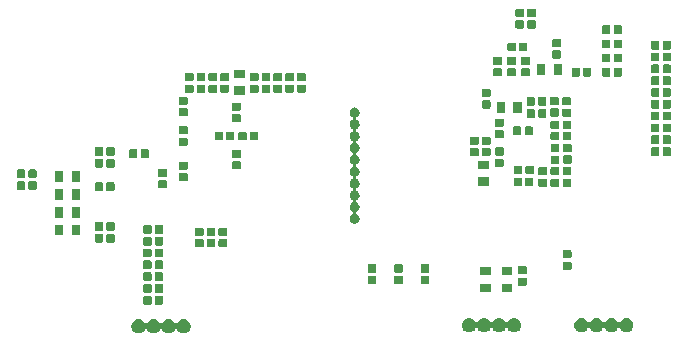
<source format=gbr>
G04 #@! TF.GenerationSoftware,KiCad,Pcbnew,5.1.5+dfsg1-2~bpo10+1*
G04 #@! TF.CreationDate,2020-03-26T22:27:21+01:00*
G04 #@! TF.ProjectId,SDI-bridge,5344492d-6272-4696-9467-652e6b696361,rev?*
G04 #@! TF.SameCoordinates,Original*
G04 #@! TF.FileFunction,Soldermask,Bot*
G04 #@! TF.FilePolarity,Negative*
%FSLAX46Y46*%
G04 Gerber Fmt 4.6, Leading zero omitted, Abs format (unit mm)*
G04 Created by KiCad (PCBNEW 5.1.5+dfsg1-2~bpo10+1) date 2020-03-26 22:27:21*
%MOMM*%
%LPD*%
G04 APERTURE LIST*
%ADD10C,0.100000*%
G04 APERTURE END LIST*
D10*
G36*
X112836601Y-130910397D02*
G01*
X112875305Y-130918096D01*
X112907340Y-130931365D01*
X112984680Y-130963400D01*
X113083115Y-131029173D01*
X113166828Y-131112886D01*
X113231067Y-131209026D01*
X113246613Y-131227968D01*
X113265555Y-131243513D01*
X113287165Y-131255064D01*
X113310614Y-131262177D01*
X113335000Y-131264579D01*
X113359386Y-131262177D01*
X113382835Y-131255064D01*
X113404446Y-131243513D01*
X113423388Y-131227967D01*
X113438933Y-131209026D01*
X113503172Y-131112886D01*
X113586885Y-131029173D01*
X113685320Y-130963400D01*
X113762660Y-130931365D01*
X113794695Y-130918096D01*
X113833399Y-130910397D01*
X113910805Y-130895000D01*
X114029195Y-130895000D01*
X114106601Y-130910397D01*
X114145305Y-130918096D01*
X114177340Y-130931365D01*
X114254680Y-130963400D01*
X114353115Y-131029173D01*
X114436828Y-131112886D01*
X114501067Y-131209026D01*
X114516613Y-131227968D01*
X114535555Y-131243513D01*
X114557165Y-131255064D01*
X114580614Y-131262177D01*
X114605000Y-131264579D01*
X114629386Y-131262177D01*
X114652835Y-131255064D01*
X114674446Y-131243513D01*
X114693388Y-131227967D01*
X114708933Y-131209026D01*
X114773172Y-131112886D01*
X114856885Y-131029173D01*
X114955320Y-130963400D01*
X115032660Y-130931365D01*
X115064695Y-130918096D01*
X115103399Y-130910397D01*
X115180805Y-130895000D01*
X115299195Y-130895000D01*
X115376601Y-130910397D01*
X115415305Y-130918096D01*
X115447340Y-130931365D01*
X115524680Y-130963400D01*
X115623115Y-131029173D01*
X115706828Y-131112886D01*
X115771067Y-131209026D01*
X115786613Y-131227968D01*
X115805555Y-131243513D01*
X115827165Y-131255064D01*
X115850614Y-131262177D01*
X115875000Y-131264579D01*
X115899386Y-131262177D01*
X115922835Y-131255064D01*
X115944446Y-131243513D01*
X115963388Y-131227967D01*
X115978933Y-131209026D01*
X116043172Y-131112886D01*
X116126885Y-131029173D01*
X116225320Y-130963400D01*
X116302660Y-130931365D01*
X116334695Y-130918096D01*
X116373399Y-130910397D01*
X116450805Y-130895000D01*
X116569195Y-130895000D01*
X116646601Y-130910397D01*
X116685305Y-130918096D01*
X116717340Y-130931365D01*
X116794680Y-130963400D01*
X116893115Y-131029173D01*
X116976827Y-131112885D01*
X117042600Y-131211320D01*
X117055934Y-131243513D01*
X117087904Y-131320695D01*
X117095603Y-131359399D01*
X117111000Y-131436805D01*
X117111000Y-131555195D01*
X117095837Y-131631421D01*
X117087904Y-131671305D01*
X117074635Y-131703340D01*
X117042600Y-131780680D01*
X116976827Y-131879115D01*
X116893115Y-131962827D01*
X116794680Y-132028600D01*
X116717340Y-132060635D01*
X116685305Y-132073904D01*
X116646601Y-132081603D01*
X116569195Y-132097000D01*
X116450805Y-132097000D01*
X116373399Y-132081603D01*
X116334695Y-132073904D01*
X116302660Y-132060635D01*
X116225320Y-132028600D01*
X116126885Y-131962827D01*
X116043172Y-131879114D01*
X115978933Y-131782974D01*
X115963387Y-131764032D01*
X115944445Y-131748487D01*
X115922835Y-131736936D01*
X115899386Y-131729823D01*
X115875000Y-131727421D01*
X115850614Y-131729823D01*
X115827165Y-131736936D01*
X115805554Y-131748487D01*
X115786612Y-131764033D01*
X115771067Y-131782974D01*
X115706828Y-131879114D01*
X115623115Y-131962827D01*
X115524680Y-132028600D01*
X115447340Y-132060635D01*
X115415305Y-132073904D01*
X115376601Y-132081603D01*
X115299195Y-132097000D01*
X115180805Y-132097000D01*
X115103399Y-132081603D01*
X115064695Y-132073904D01*
X115032660Y-132060635D01*
X114955320Y-132028600D01*
X114856885Y-131962827D01*
X114773172Y-131879114D01*
X114708933Y-131782974D01*
X114693387Y-131764032D01*
X114674445Y-131748487D01*
X114652835Y-131736936D01*
X114629386Y-131729823D01*
X114605000Y-131727421D01*
X114580614Y-131729823D01*
X114557165Y-131736936D01*
X114535554Y-131748487D01*
X114516612Y-131764033D01*
X114501067Y-131782974D01*
X114436828Y-131879114D01*
X114353115Y-131962827D01*
X114254680Y-132028600D01*
X114177340Y-132060635D01*
X114145305Y-132073904D01*
X114106601Y-132081603D01*
X114029195Y-132097000D01*
X113910805Y-132097000D01*
X113833399Y-132081603D01*
X113794695Y-132073904D01*
X113762660Y-132060635D01*
X113685320Y-132028600D01*
X113586885Y-131962827D01*
X113503172Y-131879114D01*
X113438933Y-131782974D01*
X113423387Y-131764032D01*
X113404445Y-131748487D01*
X113382835Y-131736936D01*
X113359386Y-131729823D01*
X113335000Y-131727421D01*
X113310614Y-131729823D01*
X113287165Y-131736936D01*
X113265554Y-131748487D01*
X113246612Y-131764033D01*
X113231067Y-131782974D01*
X113166828Y-131879114D01*
X113083115Y-131962827D01*
X112984680Y-132028600D01*
X112907340Y-132060635D01*
X112875305Y-132073904D01*
X112836601Y-132081603D01*
X112759195Y-132097000D01*
X112640805Y-132097000D01*
X112563399Y-132081603D01*
X112524695Y-132073904D01*
X112492660Y-132060635D01*
X112415320Y-132028600D01*
X112316885Y-131962827D01*
X112233173Y-131879115D01*
X112167400Y-131780680D01*
X112135365Y-131703340D01*
X112122096Y-131671305D01*
X112114163Y-131631421D01*
X112099000Y-131555195D01*
X112099000Y-131436805D01*
X112114397Y-131359399D01*
X112122096Y-131320695D01*
X112154066Y-131243513D01*
X112167400Y-131211320D01*
X112233173Y-131112885D01*
X112316885Y-131029173D01*
X112415320Y-130963400D01*
X112492660Y-130931365D01*
X112524695Y-130918096D01*
X112563399Y-130910397D01*
X112640805Y-130895000D01*
X112759195Y-130895000D01*
X112836601Y-130910397D01*
G37*
G36*
X150326601Y-130814397D02*
G01*
X150365305Y-130822096D01*
X150397340Y-130835365D01*
X150474680Y-130867400D01*
X150573115Y-130933173D01*
X150656828Y-131016886D01*
X150721067Y-131113026D01*
X150736613Y-131131968D01*
X150755555Y-131147513D01*
X150777165Y-131159064D01*
X150800614Y-131166177D01*
X150825000Y-131168579D01*
X150849386Y-131166177D01*
X150872835Y-131159064D01*
X150894446Y-131147513D01*
X150913388Y-131131967D01*
X150928933Y-131113026D01*
X150993172Y-131016886D01*
X151076885Y-130933173D01*
X151175320Y-130867400D01*
X151252660Y-130835365D01*
X151284695Y-130822096D01*
X151323399Y-130814397D01*
X151400805Y-130799000D01*
X151519195Y-130799000D01*
X151596601Y-130814397D01*
X151635305Y-130822096D01*
X151667340Y-130835365D01*
X151744680Y-130867400D01*
X151843115Y-130933173D01*
X151926828Y-131016886D01*
X151991067Y-131113026D01*
X152006613Y-131131968D01*
X152025555Y-131147513D01*
X152047165Y-131159064D01*
X152070614Y-131166177D01*
X152095000Y-131168579D01*
X152119386Y-131166177D01*
X152142835Y-131159064D01*
X152164446Y-131147513D01*
X152183388Y-131131967D01*
X152198933Y-131113026D01*
X152263172Y-131016886D01*
X152346885Y-130933173D01*
X152445320Y-130867400D01*
X152522660Y-130835365D01*
X152554695Y-130822096D01*
X152593399Y-130814397D01*
X152670805Y-130799000D01*
X152789195Y-130799000D01*
X152866601Y-130814397D01*
X152905305Y-130822096D01*
X152937340Y-130835365D01*
X153014680Y-130867400D01*
X153113115Y-130933173D01*
X153196828Y-131016886D01*
X153261067Y-131113026D01*
X153276613Y-131131968D01*
X153295555Y-131147513D01*
X153317165Y-131159064D01*
X153340614Y-131166177D01*
X153365000Y-131168579D01*
X153389386Y-131166177D01*
X153412835Y-131159064D01*
X153434446Y-131147513D01*
X153453388Y-131131967D01*
X153468933Y-131113026D01*
X153533172Y-131016886D01*
X153616885Y-130933173D01*
X153715320Y-130867400D01*
X153792660Y-130835365D01*
X153824695Y-130822096D01*
X153863399Y-130814397D01*
X153940805Y-130799000D01*
X154059195Y-130799000D01*
X154136601Y-130814397D01*
X154175305Y-130822096D01*
X154207340Y-130835365D01*
X154284680Y-130867400D01*
X154383115Y-130933173D01*
X154466827Y-131016885D01*
X154532600Y-131115320D01*
X154545934Y-131147513D01*
X154571414Y-131209026D01*
X154577904Y-131224696D01*
X154597000Y-131320695D01*
X154601000Y-131340807D01*
X154601000Y-131459193D01*
X154581905Y-131555193D01*
X154577904Y-131575304D01*
X154532600Y-131684680D01*
X154466827Y-131783115D01*
X154383115Y-131866827D01*
X154284680Y-131932600D01*
X154211704Y-131962827D01*
X154175305Y-131977904D01*
X154136601Y-131985603D01*
X154059195Y-132001000D01*
X153940805Y-132001000D01*
X153863399Y-131985603D01*
X153824695Y-131977904D01*
X153788296Y-131962827D01*
X153715320Y-131932600D01*
X153616885Y-131866827D01*
X153533172Y-131783114D01*
X153468933Y-131686974D01*
X153453387Y-131668032D01*
X153434445Y-131652487D01*
X153412835Y-131640936D01*
X153389386Y-131633823D01*
X153365000Y-131631421D01*
X153340614Y-131633823D01*
X153317165Y-131640936D01*
X153295554Y-131652487D01*
X153276612Y-131668033D01*
X153261067Y-131686974D01*
X153196828Y-131783114D01*
X153113115Y-131866827D01*
X153014680Y-131932600D01*
X152941704Y-131962827D01*
X152905305Y-131977904D01*
X152866601Y-131985603D01*
X152789195Y-132001000D01*
X152670805Y-132001000D01*
X152593399Y-131985603D01*
X152554695Y-131977904D01*
X152518296Y-131962827D01*
X152445320Y-131932600D01*
X152346885Y-131866827D01*
X152263172Y-131783114D01*
X152198933Y-131686974D01*
X152183387Y-131668032D01*
X152164445Y-131652487D01*
X152142835Y-131640936D01*
X152119386Y-131633823D01*
X152095000Y-131631421D01*
X152070614Y-131633823D01*
X152047165Y-131640936D01*
X152025554Y-131652487D01*
X152006612Y-131668033D01*
X151991067Y-131686974D01*
X151926828Y-131783114D01*
X151843115Y-131866827D01*
X151744680Y-131932600D01*
X151671704Y-131962827D01*
X151635305Y-131977904D01*
X151596601Y-131985603D01*
X151519195Y-132001000D01*
X151400805Y-132001000D01*
X151323399Y-131985603D01*
X151284695Y-131977904D01*
X151248296Y-131962827D01*
X151175320Y-131932600D01*
X151076885Y-131866827D01*
X150993172Y-131783114D01*
X150928933Y-131686974D01*
X150913387Y-131668032D01*
X150894445Y-131652487D01*
X150872835Y-131640936D01*
X150849386Y-131633823D01*
X150825000Y-131631421D01*
X150800614Y-131633823D01*
X150777165Y-131640936D01*
X150755554Y-131652487D01*
X150736612Y-131668033D01*
X150721067Y-131686974D01*
X150656828Y-131783114D01*
X150573115Y-131866827D01*
X150474680Y-131932600D01*
X150401704Y-131962827D01*
X150365305Y-131977904D01*
X150326601Y-131985603D01*
X150249195Y-132001000D01*
X150130805Y-132001000D01*
X150053399Y-131985603D01*
X150014695Y-131977904D01*
X149978296Y-131962827D01*
X149905320Y-131932600D01*
X149806885Y-131866827D01*
X149723173Y-131783115D01*
X149657400Y-131684680D01*
X149612096Y-131575304D01*
X149608096Y-131555193D01*
X149589000Y-131459193D01*
X149589000Y-131340807D01*
X149593001Y-131320695D01*
X149612096Y-131224696D01*
X149618587Y-131209026D01*
X149644066Y-131147513D01*
X149657400Y-131115320D01*
X149723173Y-131016885D01*
X149806885Y-130933173D01*
X149905320Y-130867400D01*
X149982660Y-130835365D01*
X150014695Y-130822096D01*
X150053399Y-130814397D01*
X150130805Y-130799000D01*
X150249195Y-130799000D01*
X150326601Y-130814397D01*
G37*
G36*
X140826601Y-130814397D02*
G01*
X140865305Y-130822096D01*
X140897340Y-130835365D01*
X140974680Y-130867400D01*
X141073115Y-130933173D01*
X141156828Y-131016886D01*
X141221067Y-131113026D01*
X141236613Y-131131968D01*
X141255555Y-131147513D01*
X141277165Y-131159064D01*
X141300614Y-131166177D01*
X141325000Y-131168579D01*
X141349386Y-131166177D01*
X141372835Y-131159064D01*
X141394446Y-131147513D01*
X141413388Y-131131967D01*
X141428933Y-131113026D01*
X141493172Y-131016886D01*
X141576885Y-130933173D01*
X141675320Y-130867400D01*
X141752660Y-130835365D01*
X141784695Y-130822096D01*
X141823399Y-130814397D01*
X141900805Y-130799000D01*
X142019195Y-130799000D01*
X142096601Y-130814397D01*
X142135305Y-130822096D01*
X142167340Y-130835365D01*
X142244680Y-130867400D01*
X142343115Y-130933173D01*
X142426828Y-131016886D01*
X142491067Y-131113026D01*
X142506613Y-131131968D01*
X142525555Y-131147513D01*
X142547165Y-131159064D01*
X142570614Y-131166177D01*
X142595000Y-131168579D01*
X142619386Y-131166177D01*
X142642835Y-131159064D01*
X142664446Y-131147513D01*
X142683388Y-131131967D01*
X142698933Y-131113026D01*
X142763172Y-131016886D01*
X142846885Y-130933173D01*
X142945320Y-130867400D01*
X143022660Y-130835365D01*
X143054695Y-130822096D01*
X143093399Y-130814397D01*
X143170805Y-130799000D01*
X143289195Y-130799000D01*
X143366601Y-130814397D01*
X143405305Y-130822096D01*
X143437340Y-130835365D01*
X143514680Y-130867400D01*
X143613115Y-130933173D01*
X143696828Y-131016886D01*
X143761067Y-131113026D01*
X143776613Y-131131968D01*
X143795555Y-131147513D01*
X143817165Y-131159064D01*
X143840614Y-131166177D01*
X143865000Y-131168579D01*
X143889386Y-131166177D01*
X143912835Y-131159064D01*
X143934446Y-131147513D01*
X143953388Y-131131967D01*
X143968933Y-131113026D01*
X144033172Y-131016886D01*
X144116885Y-130933173D01*
X144215320Y-130867400D01*
X144292660Y-130835365D01*
X144324695Y-130822096D01*
X144363399Y-130814397D01*
X144440805Y-130799000D01*
X144559195Y-130799000D01*
X144636601Y-130814397D01*
X144675305Y-130822096D01*
X144707340Y-130835365D01*
X144784680Y-130867400D01*
X144883115Y-130933173D01*
X144966827Y-131016885D01*
X145032600Y-131115320D01*
X145045934Y-131147513D01*
X145071414Y-131209026D01*
X145077904Y-131224696D01*
X145097000Y-131320695D01*
X145101000Y-131340807D01*
X145101000Y-131459193D01*
X145081905Y-131555193D01*
X145077904Y-131575304D01*
X145032600Y-131684680D01*
X144966827Y-131783115D01*
X144883115Y-131866827D01*
X144784680Y-131932600D01*
X144711704Y-131962827D01*
X144675305Y-131977904D01*
X144636601Y-131985603D01*
X144559195Y-132001000D01*
X144440805Y-132001000D01*
X144363399Y-131985603D01*
X144324695Y-131977904D01*
X144288296Y-131962827D01*
X144215320Y-131932600D01*
X144116885Y-131866827D01*
X144033172Y-131783114D01*
X143968933Y-131686974D01*
X143953387Y-131668032D01*
X143934445Y-131652487D01*
X143912835Y-131640936D01*
X143889386Y-131633823D01*
X143865000Y-131631421D01*
X143840614Y-131633823D01*
X143817165Y-131640936D01*
X143795554Y-131652487D01*
X143776612Y-131668033D01*
X143761067Y-131686974D01*
X143696828Y-131783114D01*
X143613115Y-131866827D01*
X143514680Y-131932600D01*
X143441704Y-131962827D01*
X143405305Y-131977904D01*
X143366601Y-131985603D01*
X143289195Y-132001000D01*
X143170805Y-132001000D01*
X143093399Y-131985603D01*
X143054695Y-131977904D01*
X143018296Y-131962827D01*
X142945320Y-131932600D01*
X142846885Y-131866827D01*
X142763172Y-131783114D01*
X142698933Y-131686974D01*
X142683387Y-131668032D01*
X142664445Y-131652487D01*
X142642835Y-131640936D01*
X142619386Y-131633823D01*
X142595000Y-131631421D01*
X142570614Y-131633823D01*
X142547165Y-131640936D01*
X142525554Y-131652487D01*
X142506612Y-131668033D01*
X142491067Y-131686974D01*
X142426828Y-131783114D01*
X142343115Y-131866827D01*
X142244680Y-131932600D01*
X142171704Y-131962827D01*
X142135305Y-131977904D01*
X142096601Y-131985603D01*
X142019195Y-132001000D01*
X141900805Y-132001000D01*
X141823399Y-131985603D01*
X141784695Y-131977904D01*
X141748296Y-131962827D01*
X141675320Y-131932600D01*
X141576885Y-131866827D01*
X141493172Y-131783114D01*
X141428933Y-131686974D01*
X141413387Y-131668032D01*
X141394445Y-131652487D01*
X141372835Y-131640936D01*
X141349386Y-131633823D01*
X141325000Y-131631421D01*
X141300614Y-131633823D01*
X141277165Y-131640936D01*
X141255554Y-131652487D01*
X141236612Y-131668033D01*
X141221067Y-131686974D01*
X141156828Y-131783114D01*
X141073115Y-131866827D01*
X140974680Y-131932600D01*
X140901704Y-131962827D01*
X140865305Y-131977904D01*
X140826601Y-131985603D01*
X140749195Y-132001000D01*
X140630805Y-132001000D01*
X140553399Y-131985603D01*
X140514695Y-131977904D01*
X140478296Y-131962827D01*
X140405320Y-131932600D01*
X140306885Y-131866827D01*
X140223173Y-131783115D01*
X140157400Y-131684680D01*
X140112096Y-131575304D01*
X140108096Y-131555193D01*
X140089000Y-131459193D01*
X140089000Y-131340807D01*
X140093001Y-131320695D01*
X140112096Y-131224696D01*
X140118587Y-131209026D01*
X140144066Y-131147513D01*
X140157400Y-131115320D01*
X140223173Y-131016885D01*
X140306885Y-130933173D01*
X140405320Y-130867400D01*
X140482660Y-130835365D01*
X140514695Y-130822096D01*
X140553399Y-130814397D01*
X140630805Y-130799000D01*
X140749195Y-130799000D01*
X140826601Y-130814397D01*
G37*
G36*
X113721938Y-128931716D02*
G01*
X113742557Y-128937971D01*
X113761553Y-128948124D01*
X113778208Y-128961792D01*
X113791876Y-128978447D01*
X113802029Y-128997443D01*
X113808284Y-129018062D01*
X113811000Y-129045640D01*
X113811000Y-129554360D01*
X113808284Y-129581938D01*
X113802029Y-129602557D01*
X113791876Y-129621553D01*
X113778208Y-129638208D01*
X113761553Y-129651876D01*
X113742557Y-129662029D01*
X113721938Y-129668284D01*
X113694360Y-129671000D01*
X113235640Y-129671000D01*
X113208062Y-129668284D01*
X113187443Y-129662029D01*
X113168447Y-129651876D01*
X113151792Y-129638208D01*
X113138124Y-129621553D01*
X113127971Y-129602557D01*
X113121716Y-129581938D01*
X113119000Y-129554360D01*
X113119000Y-129045640D01*
X113121716Y-129018062D01*
X113127971Y-128997443D01*
X113138124Y-128978447D01*
X113151792Y-128961792D01*
X113168447Y-128948124D01*
X113187443Y-128937971D01*
X113208062Y-128931716D01*
X113235640Y-128929000D01*
X113694360Y-128929000D01*
X113721938Y-128931716D01*
G37*
G36*
X114691938Y-128931716D02*
G01*
X114712557Y-128937971D01*
X114731553Y-128948124D01*
X114748208Y-128961792D01*
X114761876Y-128978447D01*
X114772029Y-128997443D01*
X114778284Y-129018062D01*
X114781000Y-129045640D01*
X114781000Y-129554360D01*
X114778284Y-129581938D01*
X114772029Y-129602557D01*
X114761876Y-129621553D01*
X114748208Y-129638208D01*
X114731553Y-129651876D01*
X114712557Y-129662029D01*
X114691938Y-129668284D01*
X114664360Y-129671000D01*
X114205640Y-129671000D01*
X114178062Y-129668284D01*
X114157443Y-129662029D01*
X114138447Y-129651876D01*
X114121792Y-129638208D01*
X114108124Y-129621553D01*
X114097971Y-129602557D01*
X114091716Y-129581938D01*
X114089000Y-129554360D01*
X114089000Y-129045640D01*
X114091716Y-129018062D01*
X114097971Y-128997443D01*
X114108124Y-128978447D01*
X114121792Y-128961792D01*
X114138447Y-128948124D01*
X114157443Y-128937971D01*
X114178062Y-128931716D01*
X114205640Y-128929000D01*
X114664360Y-128929000D01*
X114691938Y-128931716D01*
G37*
G36*
X114691938Y-127931716D02*
G01*
X114712557Y-127937971D01*
X114731553Y-127948124D01*
X114748208Y-127961792D01*
X114761876Y-127978447D01*
X114772029Y-127997443D01*
X114778284Y-128018062D01*
X114781000Y-128045640D01*
X114781000Y-128554360D01*
X114778284Y-128581938D01*
X114772029Y-128602557D01*
X114761876Y-128621553D01*
X114748208Y-128638208D01*
X114731553Y-128651876D01*
X114712557Y-128662029D01*
X114691938Y-128668284D01*
X114664360Y-128671000D01*
X114205640Y-128671000D01*
X114178062Y-128668284D01*
X114157443Y-128662029D01*
X114138447Y-128651876D01*
X114121792Y-128638208D01*
X114108124Y-128621553D01*
X114097971Y-128602557D01*
X114091716Y-128581938D01*
X114089000Y-128554360D01*
X114089000Y-128045640D01*
X114091716Y-128018062D01*
X114097971Y-127997443D01*
X114108124Y-127978447D01*
X114121792Y-127961792D01*
X114138447Y-127948124D01*
X114157443Y-127937971D01*
X114178062Y-127931716D01*
X114205640Y-127929000D01*
X114664360Y-127929000D01*
X114691938Y-127931716D01*
G37*
G36*
X113721938Y-127931716D02*
G01*
X113742557Y-127937971D01*
X113761553Y-127948124D01*
X113778208Y-127961792D01*
X113791876Y-127978447D01*
X113802029Y-127997443D01*
X113808284Y-128018062D01*
X113811000Y-128045640D01*
X113811000Y-128554360D01*
X113808284Y-128581938D01*
X113802029Y-128602557D01*
X113791876Y-128621553D01*
X113778208Y-128638208D01*
X113761553Y-128651876D01*
X113742557Y-128662029D01*
X113721938Y-128668284D01*
X113694360Y-128671000D01*
X113235640Y-128671000D01*
X113208062Y-128668284D01*
X113187443Y-128662029D01*
X113168447Y-128651876D01*
X113151792Y-128638208D01*
X113138124Y-128621553D01*
X113127971Y-128602557D01*
X113121716Y-128581938D01*
X113119000Y-128554360D01*
X113119000Y-128045640D01*
X113121716Y-128018062D01*
X113127971Y-127997443D01*
X113138124Y-127978447D01*
X113151792Y-127961792D01*
X113168447Y-127948124D01*
X113187443Y-127937971D01*
X113208062Y-127931716D01*
X113235640Y-127929000D01*
X113694360Y-127929000D01*
X113721938Y-127931716D01*
G37*
G36*
X144351000Y-128601000D02*
G01*
X143449000Y-128601000D01*
X143449000Y-127899000D01*
X144351000Y-127899000D01*
X144351000Y-128601000D01*
G37*
G36*
X142551000Y-128601000D02*
G01*
X141649000Y-128601000D01*
X141649000Y-127899000D01*
X142551000Y-127899000D01*
X142551000Y-128601000D01*
G37*
G36*
X145481938Y-127391716D02*
G01*
X145502557Y-127397971D01*
X145521553Y-127408124D01*
X145538208Y-127421792D01*
X145551876Y-127438447D01*
X145562029Y-127457443D01*
X145568284Y-127478062D01*
X145571000Y-127505640D01*
X145571000Y-127964360D01*
X145568284Y-127991938D01*
X145562029Y-128012557D01*
X145551876Y-128031553D01*
X145538208Y-128048208D01*
X145521553Y-128061876D01*
X145502557Y-128072029D01*
X145481938Y-128078284D01*
X145454360Y-128081000D01*
X144945640Y-128081000D01*
X144918062Y-128078284D01*
X144897443Y-128072029D01*
X144878447Y-128061876D01*
X144861792Y-128048208D01*
X144848124Y-128031553D01*
X144837971Y-128012557D01*
X144831716Y-127991938D01*
X144829000Y-127964360D01*
X144829000Y-127505640D01*
X144831716Y-127478062D01*
X144837971Y-127457443D01*
X144848124Y-127438447D01*
X144861792Y-127421792D01*
X144878447Y-127408124D01*
X144897443Y-127397971D01*
X144918062Y-127391716D01*
X144945640Y-127389000D01*
X145454360Y-127389000D01*
X145481938Y-127391716D01*
G37*
G36*
X137246938Y-127236716D02*
G01*
X137267557Y-127242971D01*
X137286553Y-127253124D01*
X137303208Y-127266792D01*
X137316876Y-127283447D01*
X137327029Y-127302443D01*
X137333284Y-127323062D01*
X137336000Y-127350640D01*
X137336000Y-127809360D01*
X137333284Y-127836938D01*
X137327029Y-127857557D01*
X137316876Y-127876553D01*
X137303208Y-127893208D01*
X137286553Y-127906876D01*
X137267557Y-127917029D01*
X137246938Y-127923284D01*
X137219360Y-127926000D01*
X136710640Y-127926000D01*
X136683062Y-127923284D01*
X136662443Y-127917029D01*
X136643447Y-127906876D01*
X136626792Y-127893208D01*
X136613124Y-127876553D01*
X136602971Y-127857557D01*
X136596716Y-127836938D01*
X136594000Y-127809360D01*
X136594000Y-127350640D01*
X136596716Y-127323062D01*
X136602971Y-127302443D01*
X136613124Y-127283447D01*
X136626792Y-127266792D01*
X136643447Y-127253124D01*
X136662443Y-127242971D01*
X136683062Y-127236716D01*
X136710640Y-127234000D01*
X137219360Y-127234000D01*
X137246938Y-127236716D01*
G37*
G36*
X132756938Y-127236716D02*
G01*
X132777557Y-127242971D01*
X132796553Y-127253124D01*
X132813208Y-127266792D01*
X132826876Y-127283447D01*
X132837029Y-127302443D01*
X132843284Y-127323062D01*
X132846000Y-127350640D01*
X132846000Y-127809360D01*
X132843284Y-127836938D01*
X132837029Y-127857557D01*
X132826876Y-127876553D01*
X132813208Y-127893208D01*
X132796553Y-127906876D01*
X132777557Y-127917029D01*
X132756938Y-127923284D01*
X132729360Y-127926000D01*
X132220640Y-127926000D01*
X132193062Y-127923284D01*
X132172443Y-127917029D01*
X132153447Y-127906876D01*
X132136792Y-127893208D01*
X132123124Y-127876553D01*
X132112971Y-127857557D01*
X132106716Y-127836938D01*
X132104000Y-127809360D01*
X132104000Y-127350640D01*
X132106716Y-127323062D01*
X132112971Y-127302443D01*
X132123124Y-127283447D01*
X132136792Y-127266792D01*
X132153447Y-127253124D01*
X132172443Y-127242971D01*
X132193062Y-127236716D01*
X132220640Y-127234000D01*
X132729360Y-127234000D01*
X132756938Y-127236716D01*
G37*
G36*
X135001938Y-127236716D02*
G01*
X135022557Y-127242971D01*
X135041553Y-127253124D01*
X135058208Y-127266792D01*
X135071876Y-127283447D01*
X135082029Y-127302443D01*
X135088284Y-127323062D01*
X135091000Y-127350640D01*
X135091000Y-127809360D01*
X135088284Y-127836938D01*
X135082029Y-127857557D01*
X135071876Y-127876553D01*
X135058208Y-127893208D01*
X135041553Y-127906876D01*
X135022557Y-127917029D01*
X135001938Y-127923284D01*
X134974360Y-127926000D01*
X134465640Y-127926000D01*
X134438062Y-127923284D01*
X134417443Y-127917029D01*
X134398447Y-127906876D01*
X134381792Y-127893208D01*
X134368124Y-127876553D01*
X134357971Y-127857557D01*
X134351716Y-127836938D01*
X134349000Y-127809360D01*
X134349000Y-127350640D01*
X134351716Y-127323062D01*
X134357971Y-127302443D01*
X134368124Y-127283447D01*
X134381792Y-127266792D01*
X134398447Y-127253124D01*
X134417443Y-127242971D01*
X134438062Y-127236716D01*
X134465640Y-127234000D01*
X134974360Y-127234000D01*
X135001938Y-127236716D01*
G37*
G36*
X114691938Y-126931716D02*
G01*
X114712557Y-126937971D01*
X114731553Y-126948124D01*
X114748208Y-126961792D01*
X114761876Y-126978447D01*
X114772029Y-126997443D01*
X114778284Y-127018062D01*
X114781000Y-127045640D01*
X114781000Y-127554360D01*
X114778284Y-127581938D01*
X114772029Y-127602557D01*
X114761876Y-127621553D01*
X114748208Y-127638208D01*
X114731553Y-127651876D01*
X114712557Y-127662029D01*
X114691938Y-127668284D01*
X114664360Y-127671000D01*
X114205640Y-127671000D01*
X114178062Y-127668284D01*
X114157443Y-127662029D01*
X114138447Y-127651876D01*
X114121792Y-127638208D01*
X114108124Y-127621553D01*
X114097971Y-127602557D01*
X114091716Y-127581938D01*
X114089000Y-127554360D01*
X114089000Y-127045640D01*
X114091716Y-127018062D01*
X114097971Y-126997443D01*
X114108124Y-126978447D01*
X114121792Y-126961792D01*
X114138447Y-126948124D01*
X114157443Y-126937971D01*
X114178062Y-126931716D01*
X114205640Y-126929000D01*
X114664360Y-126929000D01*
X114691938Y-126931716D01*
G37*
G36*
X113721938Y-126931716D02*
G01*
X113742557Y-126937971D01*
X113761553Y-126948124D01*
X113778208Y-126961792D01*
X113791876Y-126978447D01*
X113802029Y-126997443D01*
X113808284Y-127018062D01*
X113811000Y-127045640D01*
X113811000Y-127554360D01*
X113808284Y-127581938D01*
X113802029Y-127602557D01*
X113791876Y-127621553D01*
X113778208Y-127638208D01*
X113761553Y-127651876D01*
X113742557Y-127662029D01*
X113721938Y-127668284D01*
X113694360Y-127671000D01*
X113235640Y-127671000D01*
X113208062Y-127668284D01*
X113187443Y-127662029D01*
X113168447Y-127651876D01*
X113151792Y-127638208D01*
X113138124Y-127621553D01*
X113127971Y-127602557D01*
X113121716Y-127581938D01*
X113119000Y-127554360D01*
X113119000Y-127045640D01*
X113121716Y-127018062D01*
X113127971Y-126997443D01*
X113138124Y-126978447D01*
X113151792Y-126961792D01*
X113168447Y-126948124D01*
X113187443Y-126937971D01*
X113208062Y-126931716D01*
X113235640Y-126929000D01*
X113694360Y-126929000D01*
X113721938Y-126931716D01*
G37*
G36*
X144351000Y-127201000D02*
G01*
X143449000Y-127201000D01*
X143449000Y-126499000D01*
X144351000Y-126499000D01*
X144351000Y-127201000D01*
G37*
G36*
X142551000Y-127201000D02*
G01*
X141649000Y-127201000D01*
X141649000Y-126499000D01*
X142551000Y-126499000D01*
X142551000Y-127201000D01*
G37*
G36*
X145481938Y-126421716D02*
G01*
X145502557Y-126427971D01*
X145521553Y-126438124D01*
X145538208Y-126451792D01*
X145551876Y-126468447D01*
X145562029Y-126487443D01*
X145568284Y-126508062D01*
X145571000Y-126535640D01*
X145571000Y-126994360D01*
X145568284Y-127021938D01*
X145562029Y-127042557D01*
X145551876Y-127061553D01*
X145538208Y-127078208D01*
X145521553Y-127091876D01*
X145502557Y-127102029D01*
X145481938Y-127108284D01*
X145454360Y-127111000D01*
X144945640Y-127111000D01*
X144918062Y-127108284D01*
X144897443Y-127102029D01*
X144878447Y-127091876D01*
X144861792Y-127078208D01*
X144848124Y-127061553D01*
X144837971Y-127042557D01*
X144831716Y-127021938D01*
X144829000Y-126994360D01*
X144829000Y-126535640D01*
X144831716Y-126508062D01*
X144837971Y-126487443D01*
X144848124Y-126468447D01*
X144861792Y-126451792D01*
X144878447Y-126438124D01*
X144897443Y-126427971D01*
X144918062Y-126421716D01*
X144945640Y-126419000D01*
X145454360Y-126419000D01*
X145481938Y-126421716D01*
G37*
G36*
X137246938Y-126266716D02*
G01*
X137267557Y-126272971D01*
X137286553Y-126283124D01*
X137303208Y-126296792D01*
X137316876Y-126313447D01*
X137327029Y-126332443D01*
X137333284Y-126353062D01*
X137336000Y-126380640D01*
X137336000Y-126839360D01*
X137333284Y-126866938D01*
X137327029Y-126887557D01*
X137316876Y-126906553D01*
X137303208Y-126923208D01*
X137286553Y-126936876D01*
X137267557Y-126947029D01*
X137246938Y-126953284D01*
X137219360Y-126956000D01*
X136710640Y-126956000D01*
X136683062Y-126953284D01*
X136662443Y-126947029D01*
X136643447Y-126936876D01*
X136626792Y-126923208D01*
X136613124Y-126906553D01*
X136602971Y-126887557D01*
X136596716Y-126866938D01*
X136594000Y-126839360D01*
X136594000Y-126380640D01*
X136596716Y-126353062D01*
X136602971Y-126332443D01*
X136613124Y-126313447D01*
X136626792Y-126296792D01*
X136643447Y-126283124D01*
X136662443Y-126272971D01*
X136683062Y-126266716D01*
X136710640Y-126264000D01*
X137219360Y-126264000D01*
X137246938Y-126266716D01*
G37*
G36*
X135001938Y-126266716D02*
G01*
X135022557Y-126272971D01*
X135041553Y-126283124D01*
X135058208Y-126296792D01*
X135071876Y-126313447D01*
X135082029Y-126332443D01*
X135088284Y-126353062D01*
X135091000Y-126380640D01*
X135091000Y-126839360D01*
X135088284Y-126866938D01*
X135082029Y-126887557D01*
X135071876Y-126906553D01*
X135058208Y-126923208D01*
X135041553Y-126936876D01*
X135022557Y-126947029D01*
X135001938Y-126953284D01*
X134974360Y-126956000D01*
X134465640Y-126956000D01*
X134438062Y-126953284D01*
X134417443Y-126947029D01*
X134398447Y-126936876D01*
X134381792Y-126923208D01*
X134368124Y-126906553D01*
X134357971Y-126887557D01*
X134351716Y-126866938D01*
X134349000Y-126839360D01*
X134349000Y-126380640D01*
X134351716Y-126353062D01*
X134357971Y-126332443D01*
X134368124Y-126313447D01*
X134381792Y-126296792D01*
X134398447Y-126283124D01*
X134417443Y-126272971D01*
X134438062Y-126266716D01*
X134465640Y-126264000D01*
X134974360Y-126264000D01*
X135001938Y-126266716D01*
G37*
G36*
X132756938Y-126266716D02*
G01*
X132777557Y-126272971D01*
X132796553Y-126283124D01*
X132813208Y-126296792D01*
X132826876Y-126313447D01*
X132837029Y-126332443D01*
X132843284Y-126353062D01*
X132846000Y-126380640D01*
X132846000Y-126839360D01*
X132843284Y-126866938D01*
X132837029Y-126887557D01*
X132826876Y-126906553D01*
X132813208Y-126923208D01*
X132796553Y-126936876D01*
X132777557Y-126947029D01*
X132756938Y-126953284D01*
X132729360Y-126956000D01*
X132220640Y-126956000D01*
X132193062Y-126953284D01*
X132172443Y-126947029D01*
X132153447Y-126936876D01*
X132136792Y-126923208D01*
X132123124Y-126906553D01*
X132112971Y-126887557D01*
X132106716Y-126866938D01*
X132104000Y-126839360D01*
X132104000Y-126380640D01*
X132106716Y-126353062D01*
X132112971Y-126332443D01*
X132123124Y-126313447D01*
X132136792Y-126296792D01*
X132153447Y-126283124D01*
X132172443Y-126272971D01*
X132193062Y-126266716D01*
X132220640Y-126264000D01*
X132729360Y-126264000D01*
X132756938Y-126266716D01*
G37*
G36*
X149281938Y-126041716D02*
G01*
X149302557Y-126047971D01*
X149321553Y-126058124D01*
X149338208Y-126071792D01*
X149351876Y-126088447D01*
X149362029Y-126107443D01*
X149368284Y-126128062D01*
X149371000Y-126155640D01*
X149371000Y-126614360D01*
X149368284Y-126641938D01*
X149362029Y-126662557D01*
X149351876Y-126681553D01*
X149338208Y-126698208D01*
X149321553Y-126711876D01*
X149302557Y-126722029D01*
X149281938Y-126728284D01*
X149254360Y-126731000D01*
X148745640Y-126731000D01*
X148718062Y-126728284D01*
X148697443Y-126722029D01*
X148678447Y-126711876D01*
X148661792Y-126698208D01*
X148648124Y-126681553D01*
X148637971Y-126662557D01*
X148631716Y-126641938D01*
X148629000Y-126614360D01*
X148629000Y-126155640D01*
X148631716Y-126128062D01*
X148637971Y-126107443D01*
X148648124Y-126088447D01*
X148661792Y-126071792D01*
X148678447Y-126058124D01*
X148697443Y-126047971D01*
X148718062Y-126041716D01*
X148745640Y-126039000D01*
X149254360Y-126039000D01*
X149281938Y-126041716D01*
G37*
G36*
X114691938Y-125931716D02*
G01*
X114712557Y-125937971D01*
X114731553Y-125948124D01*
X114748208Y-125961792D01*
X114761876Y-125978447D01*
X114772029Y-125997443D01*
X114778284Y-126018062D01*
X114781000Y-126045640D01*
X114781000Y-126554360D01*
X114778284Y-126581938D01*
X114772029Y-126602557D01*
X114761876Y-126621553D01*
X114748208Y-126638208D01*
X114731553Y-126651876D01*
X114712557Y-126662029D01*
X114691938Y-126668284D01*
X114664360Y-126671000D01*
X114205640Y-126671000D01*
X114178062Y-126668284D01*
X114157443Y-126662029D01*
X114138447Y-126651876D01*
X114121792Y-126638208D01*
X114108124Y-126621553D01*
X114097971Y-126602557D01*
X114091716Y-126581938D01*
X114089000Y-126554360D01*
X114089000Y-126045640D01*
X114091716Y-126018062D01*
X114097971Y-125997443D01*
X114108124Y-125978447D01*
X114121792Y-125961792D01*
X114138447Y-125948124D01*
X114157443Y-125937971D01*
X114178062Y-125931716D01*
X114205640Y-125929000D01*
X114664360Y-125929000D01*
X114691938Y-125931716D01*
G37*
G36*
X113721938Y-125931716D02*
G01*
X113742557Y-125937971D01*
X113761553Y-125948124D01*
X113778208Y-125961792D01*
X113791876Y-125978447D01*
X113802029Y-125997443D01*
X113808284Y-126018062D01*
X113811000Y-126045640D01*
X113811000Y-126554360D01*
X113808284Y-126581938D01*
X113802029Y-126602557D01*
X113791876Y-126621553D01*
X113778208Y-126638208D01*
X113761553Y-126651876D01*
X113742557Y-126662029D01*
X113721938Y-126668284D01*
X113694360Y-126671000D01*
X113235640Y-126671000D01*
X113208062Y-126668284D01*
X113187443Y-126662029D01*
X113168447Y-126651876D01*
X113151792Y-126638208D01*
X113138124Y-126621553D01*
X113127971Y-126602557D01*
X113121716Y-126581938D01*
X113119000Y-126554360D01*
X113119000Y-126045640D01*
X113121716Y-126018062D01*
X113127971Y-125997443D01*
X113138124Y-125978447D01*
X113151792Y-125961792D01*
X113168447Y-125948124D01*
X113187443Y-125937971D01*
X113208062Y-125931716D01*
X113235640Y-125929000D01*
X113694360Y-125929000D01*
X113721938Y-125931716D01*
G37*
G36*
X149281938Y-125071716D02*
G01*
X149302557Y-125077971D01*
X149321553Y-125088124D01*
X149338208Y-125101792D01*
X149351876Y-125118447D01*
X149362029Y-125137443D01*
X149368284Y-125158062D01*
X149371000Y-125185640D01*
X149371000Y-125644360D01*
X149368284Y-125671938D01*
X149362029Y-125692557D01*
X149351876Y-125711553D01*
X149338208Y-125728208D01*
X149321553Y-125741876D01*
X149302557Y-125752029D01*
X149281938Y-125758284D01*
X149254360Y-125761000D01*
X148745640Y-125761000D01*
X148718062Y-125758284D01*
X148697443Y-125752029D01*
X148678447Y-125741876D01*
X148661792Y-125728208D01*
X148648124Y-125711553D01*
X148637971Y-125692557D01*
X148631716Y-125671938D01*
X148629000Y-125644360D01*
X148629000Y-125185640D01*
X148631716Y-125158062D01*
X148637971Y-125137443D01*
X148648124Y-125118447D01*
X148661792Y-125101792D01*
X148678447Y-125088124D01*
X148697443Y-125077971D01*
X148718062Y-125071716D01*
X148745640Y-125069000D01*
X149254360Y-125069000D01*
X149281938Y-125071716D01*
G37*
G36*
X114691938Y-124931716D02*
G01*
X114712557Y-124937971D01*
X114731553Y-124948124D01*
X114748208Y-124961792D01*
X114761876Y-124978447D01*
X114772029Y-124997443D01*
X114778284Y-125018062D01*
X114781000Y-125045640D01*
X114781000Y-125554360D01*
X114778284Y-125581938D01*
X114772029Y-125602557D01*
X114761876Y-125621553D01*
X114748208Y-125638208D01*
X114731553Y-125651876D01*
X114712557Y-125662029D01*
X114691938Y-125668284D01*
X114664360Y-125671000D01*
X114205640Y-125671000D01*
X114178062Y-125668284D01*
X114157443Y-125662029D01*
X114138447Y-125651876D01*
X114121792Y-125638208D01*
X114108124Y-125621553D01*
X114097971Y-125602557D01*
X114091716Y-125581938D01*
X114089000Y-125554360D01*
X114089000Y-125045640D01*
X114091716Y-125018062D01*
X114097971Y-124997443D01*
X114108124Y-124978447D01*
X114121792Y-124961792D01*
X114138447Y-124948124D01*
X114157443Y-124937971D01*
X114178062Y-124931716D01*
X114205640Y-124929000D01*
X114664360Y-124929000D01*
X114691938Y-124931716D01*
G37*
G36*
X113721938Y-124931716D02*
G01*
X113742557Y-124937971D01*
X113761553Y-124948124D01*
X113778208Y-124961792D01*
X113791876Y-124978447D01*
X113802029Y-124997443D01*
X113808284Y-125018062D01*
X113811000Y-125045640D01*
X113811000Y-125554360D01*
X113808284Y-125581938D01*
X113802029Y-125602557D01*
X113791876Y-125621553D01*
X113778208Y-125638208D01*
X113761553Y-125651876D01*
X113742557Y-125662029D01*
X113721938Y-125668284D01*
X113694360Y-125671000D01*
X113235640Y-125671000D01*
X113208062Y-125668284D01*
X113187443Y-125662029D01*
X113168447Y-125651876D01*
X113151792Y-125638208D01*
X113138124Y-125621553D01*
X113127971Y-125602557D01*
X113121716Y-125581938D01*
X113119000Y-125554360D01*
X113119000Y-125045640D01*
X113121716Y-125018062D01*
X113127971Y-124997443D01*
X113138124Y-124978447D01*
X113151792Y-124961792D01*
X113168447Y-124948124D01*
X113187443Y-124937971D01*
X113208062Y-124931716D01*
X113235640Y-124929000D01*
X113694360Y-124929000D01*
X113721938Y-124931716D01*
G37*
G36*
X120131938Y-124141716D02*
G01*
X120152557Y-124147971D01*
X120171553Y-124158124D01*
X120188208Y-124171792D01*
X120201876Y-124188447D01*
X120212029Y-124207443D01*
X120218284Y-124228062D01*
X120221000Y-124255640D01*
X120221000Y-124714360D01*
X120218284Y-124741938D01*
X120212029Y-124762557D01*
X120201876Y-124781553D01*
X120188208Y-124798208D01*
X120171553Y-124811876D01*
X120152557Y-124822029D01*
X120131938Y-124828284D01*
X120104360Y-124831000D01*
X119595640Y-124831000D01*
X119568062Y-124828284D01*
X119547443Y-124822029D01*
X119528447Y-124811876D01*
X119511792Y-124798208D01*
X119498124Y-124781553D01*
X119487971Y-124762557D01*
X119481716Y-124741938D01*
X119479000Y-124714360D01*
X119479000Y-124255640D01*
X119481716Y-124228062D01*
X119487971Y-124207443D01*
X119498124Y-124188447D01*
X119511792Y-124171792D01*
X119528447Y-124158124D01*
X119547443Y-124147971D01*
X119568062Y-124141716D01*
X119595640Y-124139000D01*
X120104360Y-124139000D01*
X120131938Y-124141716D01*
G37*
G36*
X119131938Y-124141716D02*
G01*
X119152557Y-124147971D01*
X119171553Y-124158124D01*
X119188208Y-124171792D01*
X119201876Y-124188447D01*
X119212029Y-124207443D01*
X119218284Y-124228062D01*
X119221000Y-124255640D01*
X119221000Y-124714360D01*
X119218284Y-124741938D01*
X119212029Y-124762557D01*
X119201876Y-124781553D01*
X119188208Y-124798208D01*
X119171553Y-124811876D01*
X119152557Y-124822029D01*
X119131938Y-124828284D01*
X119104360Y-124831000D01*
X118595640Y-124831000D01*
X118568062Y-124828284D01*
X118547443Y-124822029D01*
X118528447Y-124811876D01*
X118511792Y-124798208D01*
X118498124Y-124781553D01*
X118487971Y-124762557D01*
X118481716Y-124741938D01*
X118479000Y-124714360D01*
X118479000Y-124255640D01*
X118481716Y-124228062D01*
X118487971Y-124207443D01*
X118498124Y-124188447D01*
X118511792Y-124171792D01*
X118528447Y-124158124D01*
X118547443Y-124147971D01*
X118568062Y-124141716D01*
X118595640Y-124139000D01*
X119104360Y-124139000D01*
X119131938Y-124141716D01*
G37*
G36*
X118131938Y-124141716D02*
G01*
X118152557Y-124147971D01*
X118171553Y-124158124D01*
X118188208Y-124171792D01*
X118201876Y-124188447D01*
X118212029Y-124207443D01*
X118218284Y-124228062D01*
X118221000Y-124255640D01*
X118221000Y-124714360D01*
X118218284Y-124741938D01*
X118212029Y-124762557D01*
X118201876Y-124781553D01*
X118188208Y-124798208D01*
X118171553Y-124811876D01*
X118152557Y-124822029D01*
X118131938Y-124828284D01*
X118104360Y-124831000D01*
X117595640Y-124831000D01*
X117568062Y-124828284D01*
X117547443Y-124822029D01*
X117528447Y-124811876D01*
X117511792Y-124798208D01*
X117498124Y-124781553D01*
X117487971Y-124762557D01*
X117481716Y-124741938D01*
X117479000Y-124714360D01*
X117479000Y-124255640D01*
X117481716Y-124228062D01*
X117487971Y-124207443D01*
X117498124Y-124188447D01*
X117511792Y-124171792D01*
X117528447Y-124158124D01*
X117547443Y-124147971D01*
X117568062Y-124141716D01*
X117595640Y-124139000D01*
X118104360Y-124139000D01*
X118131938Y-124141716D01*
G37*
G36*
X114691938Y-123931716D02*
G01*
X114712557Y-123937971D01*
X114731553Y-123948124D01*
X114748208Y-123961792D01*
X114761876Y-123978447D01*
X114772029Y-123997443D01*
X114778284Y-124018062D01*
X114781000Y-124045640D01*
X114781000Y-124554360D01*
X114778284Y-124581938D01*
X114772029Y-124602557D01*
X114761876Y-124621553D01*
X114748208Y-124638208D01*
X114731553Y-124651876D01*
X114712557Y-124662029D01*
X114691938Y-124668284D01*
X114664360Y-124671000D01*
X114205640Y-124671000D01*
X114178062Y-124668284D01*
X114157443Y-124662029D01*
X114138447Y-124651876D01*
X114121792Y-124638208D01*
X114108124Y-124621553D01*
X114097971Y-124602557D01*
X114091716Y-124581938D01*
X114089000Y-124554360D01*
X114089000Y-124045640D01*
X114091716Y-124018062D01*
X114097971Y-123997443D01*
X114108124Y-123978447D01*
X114121792Y-123961792D01*
X114138447Y-123948124D01*
X114157443Y-123937971D01*
X114178062Y-123931716D01*
X114205640Y-123929000D01*
X114664360Y-123929000D01*
X114691938Y-123931716D01*
G37*
G36*
X113721938Y-123931716D02*
G01*
X113742557Y-123937971D01*
X113761553Y-123948124D01*
X113778208Y-123961792D01*
X113791876Y-123978447D01*
X113802029Y-123997443D01*
X113808284Y-124018062D01*
X113811000Y-124045640D01*
X113811000Y-124554360D01*
X113808284Y-124581938D01*
X113802029Y-124602557D01*
X113791876Y-124621553D01*
X113778208Y-124638208D01*
X113761553Y-124651876D01*
X113742557Y-124662029D01*
X113721938Y-124668284D01*
X113694360Y-124671000D01*
X113235640Y-124671000D01*
X113208062Y-124668284D01*
X113187443Y-124662029D01*
X113168447Y-124651876D01*
X113151792Y-124638208D01*
X113138124Y-124621553D01*
X113127971Y-124602557D01*
X113121716Y-124581938D01*
X113119000Y-124554360D01*
X113119000Y-124045640D01*
X113121716Y-124018062D01*
X113127971Y-123997443D01*
X113138124Y-123978447D01*
X113151792Y-123961792D01*
X113168447Y-123948124D01*
X113187443Y-123937971D01*
X113208062Y-123931716D01*
X113235640Y-123929000D01*
X113694360Y-123929000D01*
X113721938Y-123931716D01*
G37*
G36*
X110591938Y-123681716D02*
G01*
X110612557Y-123687971D01*
X110631553Y-123698124D01*
X110648208Y-123711792D01*
X110661876Y-123728447D01*
X110672029Y-123747443D01*
X110678284Y-123768062D01*
X110681000Y-123795640D01*
X110681000Y-124304360D01*
X110678284Y-124331938D01*
X110672029Y-124352557D01*
X110661876Y-124371553D01*
X110648208Y-124388208D01*
X110631553Y-124401876D01*
X110612557Y-124412029D01*
X110591938Y-124418284D01*
X110564360Y-124421000D01*
X110105640Y-124421000D01*
X110078062Y-124418284D01*
X110057443Y-124412029D01*
X110038447Y-124401876D01*
X110021792Y-124388208D01*
X110008124Y-124371553D01*
X109997971Y-124352557D01*
X109991716Y-124331938D01*
X109989000Y-124304360D01*
X109989000Y-123795640D01*
X109991716Y-123768062D01*
X109997971Y-123747443D01*
X110008124Y-123728447D01*
X110021792Y-123711792D01*
X110038447Y-123698124D01*
X110057443Y-123687971D01*
X110078062Y-123681716D01*
X110105640Y-123679000D01*
X110564360Y-123679000D01*
X110591938Y-123681716D01*
G37*
G36*
X109621938Y-123681716D02*
G01*
X109642557Y-123687971D01*
X109661553Y-123698124D01*
X109678208Y-123711792D01*
X109691876Y-123728447D01*
X109702029Y-123747443D01*
X109708284Y-123768062D01*
X109711000Y-123795640D01*
X109711000Y-124304360D01*
X109708284Y-124331938D01*
X109702029Y-124352557D01*
X109691876Y-124371553D01*
X109678208Y-124388208D01*
X109661553Y-124401876D01*
X109642557Y-124412029D01*
X109621938Y-124418284D01*
X109594360Y-124421000D01*
X109135640Y-124421000D01*
X109108062Y-124418284D01*
X109087443Y-124412029D01*
X109068447Y-124401876D01*
X109051792Y-124388208D01*
X109038124Y-124371553D01*
X109027971Y-124352557D01*
X109021716Y-124331938D01*
X109019000Y-124304360D01*
X109019000Y-123795640D01*
X109021716Y-123768062D01*
X109027971Y-123747443D01*
X109038124Y-123728447D01*
X109051792Y-123711792D01*
X109068447Y-123698124D01*
X109087443Y-123687971D01*
X109108062Y-123681716D01*
X109135640Y-123679000D01*
X109594360Y-123679000D01*
X109621938Y-123681716D01*
G37*
G36*
X118131938Y-123171716D02*
G01*
X118152557Y-123177971D01*
X118171553Y-123188124D01*
X118188208Y-123201792D01*
X118201876Y-123218447D01*
X118212029Y-123237443D01*
X118218284Y-123258062D01*
X118221000Y-123285640D01*
X118221000Y-123744360D01*
X118218284Y-123771938D01*
X118212029Y-123792557D01*
X118201876Y-123811553D01*
X118188208Y-123828208D01*
X118171553Y-123841876D01*
X118152557Y-123852029D01*
X118131938Y-123858284D01*
X118104360Y-123861000D01*
X117595640Y-123861000D01*
X117568062Y-123858284D01*
X117547443Y-123852029D01*
X117528447Y-123841876D01*
X117511792Y-123828208D01*
X117498124Y-123811553D01*
X117487971Y-123792557D01*
X117481716Y-123771938D01*
X117479000Y-123744360D01*
X117479000Y-123285640D01*
X117481716Y-123258062D01*
X117487971Y-123237443D01*
X117498124Y-123218447D01*
X117511792Y-123201792D01*
X117528447Y-123188124D01*
X117547443Y-123177971D01*
X117568062Y-123171716D01*
X117595640Y-123169000D01*
X118104360Y-123169000D01*
X118131938Y-123171716D01*
G37*
G36*
X120131938Y-123171716D02*
G01*
X120152557Y-123177971D01*
X120171553Y-123188124D01*
X120188208Y-123201792D01*
X120201876Y-123218447D01*
X120212029Y-123237443D01*
X120218284Y-123258062D01*
X120221000Y-123285640D01*
X120221000Y-123744360D01*
X120218284Y-123771938D01*
X120212029Y-123792557D01*
X120201876Y-123811553D01*
X120188208Y-123828208D01*
X120171553Y-123841876D01*
X120152557Y-123852029D01*
X120131938Y-123858284D01*
X120104360Y-123861000D01*
X119595640Y-123861000D01*
X119568062Y-123858284D01*
X119547443Y-123852029D01*
X119528447Y-123841876D01*
X119511792Y-123828208D01*
X119498124Y-123811553D01*
X119487971Y-123792557D01*
X119481716Y-123771938D01*
X119479000Y-123744360D01*
X119479000Y-123285640D01*
X119481716Y-123258062D01*
X119487971Y-123237443D01*
X119498124Y-123218447D01*
X119511792Y-123201792D01*
X119528447Y-123188124D01*
X119547443Y-123177971D01*
X119568062Y-123171716D01*
X119595640Y-123169000D01*
X120104360Y-123169000D01*
X120131938Y-123171716D01*
G37*
G36*
X119131938Y-123171716D02*
G01*
X119152557Y-123177971D01*
X119171553Y-123188124D01*
X119188208Y-123201792D01*
X119201876Y-123218447D01*
X119212029Y-123237443D01*
X119218284Y-123258062D01*
X119221000Y-123285640D01*
X119221000Y-123744360D01*
X119218284Y-123771938D01*
X119212029Y-123792557D01*
X119201876Y-123811553D01*
X119188208Y-123828208D01*
X119171553Y-123841876D01*
X119152557Y-123852029D01*
X119131938Y-123858284D01*
X119104360Y-123861000D01*
X118595640Y-123861000D01*
X118568062Y-123858284D01*
X118547443Y-123852029D01*
X118528447Y-123841876D01*
X118511792Y-123828208D01*
X118498124Y-123811553D01*
X118487971Y-123792557D01*
X118481716Y-123771938D01*
X118479000Y-123744360D01*
X118479000Y-123285640D01*
X118481716Y-123258062D01*
X118487971Y-123237443D01*
X118498124Y-123218447D01*
X118511792Y-123201792D01*
X118528447Y-123188124D01*
X118547443Y-123177971D01*
X118568062Y-123171716D01*
X118595640Y-123169000D01*
X119104360Y-123169000D01*
X119131938Y-123171716D01*
G37*
G36*
X107751000Y-123801000D02*
G01*
X107049000Y-123801000D01*
X107049000Y-122899000D01*
X107751000Y-122899000D01*
X107751000Y-123801000D01*
G37*
G36*
X106351000Y-123801000D02*
G01*
X105649000Y-123801000D01*
X105649000Y-122899000D01*
X106351000Y-122899000D01*
X106351000Y-123801000D01*
G37*
G36*
X113721938Y-122931716D02*
G01*
X113742557Y-122937971D01*
X113761553Y-122948124D01*
X113778208Y-122961792D01*
X113791876Y-122978447D01*
X113802029Y-122997443D01*
X113808284Y-123018062D01*
X113811000Y-123045640D01*
X113811000Y-123554360D01*
X113808284Y-123581938D01*
X113802029Y-123602557D01*
X113791876Y-123621553D01*
X113778208Y-123638208D01*
X113761553Y-123651876D01*
X113742557Y-123662029D01*
X113721938Y-123668284D01*
X113694360Y-123671000D01*
X113235640Y-123671000D01*
X113208062Y-123668284D01*
X113187443Y-123662029D01*
X113168447Y-123651876D01*
X113151792Y-123638208D01*
X113138124Y-123621553D01*
X113127971Y-123602557D01*
X113121716Y-123581938D01*
X113119000Y-123554360D01*
X113119000Y-123045640D01*
X113121716Y-123018062D01*
X113127971Y-122997443D01*
X113138124Y-122978447D01*
X113151792Y-122961792D01*
X113168447Y-122948124D01*
X113187443Y-122937971D01*
X113208062Y-122931716D01*
X113235640Y-122929000D01*
X113694360Y-122929000D01*
X113721938Y-122931716D01*
G37*
G36*
X114691938Y-122931716D02*
G01*
X114712557Y-122937971D01*
X114731553Y-122948124D01*
X114748208Y-122961792D01*
X114761876Y-122978447D01*
X114772029Y-122997443D01*
X114778284Y-123018062D01*
X114781000Y-123045640D01*
X114781000Y-123554360D01*
X114778284Y-123581938D01*
X114772029Y-123602557D01*
X114761876Y-123621553D01*
X114748208Y-123638208D01*
X114731553Y-123651876D01*
X114712557Y-123662029D01*
X114691938Y-123668284D01*
X114664360Y-123671000D01*
X114205640Y-123671000D01*
X114178062Y-123668284D01*
X114157443Y-123662029D01*
X114138447Y-123651876D01*
X114121792Y-123638208D01*
X114108124Y-123621553D01*
X114097971Y-123602557D01*
X114091716Y-123581938D01*
X114089000Y-123554360D01*
X114089000Y-123045640D01*
X114091716Y-123018062D01*
X114097971Y-122997443D01*
X114108124Y-122978447D01*
X114121792Y-122961792D01*
X114138447Y-122948124D01*
X114157443Y-122937971D01*
X114178062Y-122931716D01*
X114205640Y-122929000D01*
X114664360Y-122929000D01*
X114691938Y-122931716D01*
G37*
G36*
X109621938Y-122681716D02*
G01*
X109642557Y-122687971D01*
X109661553Y-122698124D01*
X109678208Y-122711792D01*
X109691876Y-122728447D01*
X109702029Y-122747443D01*
X109708284Y-122768062D01*
X109711000Y-122795640D01*
X109711000Y-123304360D01*
X109708284Y-123331938D01*
X109702029Y-123352557D01*
X109691876Y-123371553D01*
X109678208Y-123388208D01*
X109661553Y-123401876D01*
X109642557Y-123412029D01*
X109621938Y-123418284D01*
X109594360Y-123421000D01*
X109135640Y-123421000D01*
X109108062Y-123418284D01*
X109087443Y-123412029D01*
X109068447Y-123401876D01*
X109051792Y-123388208D01*
X109038124Y-123371553D01*
X109027971Y-123352557D01*
X109021716Y-123331938D01*
X109019000Y-123304360D01*
X109019000Y-122795640D01*
X109021716Y-122768062D01*
X109027971Y-122747443D01*
X109038124Y-122728447D01*
X109051792Y-122711792D01*
X109068447Y-122698124D01*
X109087443Y-122687971D01*
X109108062Y-122681716D01*
X109135640Y-122679000D01*
X109594360Y-122679000D01*
X109621938Y-122681716D01*
G37*
G36*
X110591938Y-122681716D02*
G01*
X110612557Y-122687971D01*
X110631553Y-122698124D01*
X110648208Y-122711792D01*
X110661876Y-122728447D01*
X110672029Y-122747443D01*
X110678284Y-122768062D01*
X110681000Y-122795640D01*
X110681000Y-123304360D01*
X110678284Y-123331938D01*
X110672029Y-123352557D01*
X110661876Y-123371553D01*
X110648208Y-123388208D01*
X110631553Y-123401876D01*
X110612557Y-123412029D01*
X110591938Y-123418284D01*
X110564360Y-123421000D01*
X110105640Y-123421000D01*
X110078062Y-123418284D01*
X110057443Y-123412029D01*
X110038447Y-123401876D01*
X110021792Y-123388208D01*
X110008124Y-123371553D01*
X109997971Y-123352557D01*
X109991716Y-123331938D01*
X109989000Y-123304360D01*
X109989000Y-122795640D01*
X109991716Y-122768062D01*
X109997971Y-122747443D01*
X110008124Y-122728447D01*
X110021792Y-122711792D01*
X110038447Y-122698124D01*
X110057443Y-122687971D01*
X110078062Y-122681716D01*
X110105640Y-122679000D01*
X110564360Y-122679000D01*
X110591938Y-122681716D01*
G37*
G36*
X131124260Y-112990371D02*
G01*
X131153679Y-113002557D01*
X131201784Y-113022482D01*
X131201787Y-113022484D01*
X131271559Y-113069104D01*
X131330896Y-113128441D01*
X131365774Y-113180640D01*
X131377518Y-113198216D01*
X131391447Y-113231844D01*
X131409629Y-113275740D01*
X131426000Y-113358043D01*
X131426000Y-113441957D01*
X131409629Y-113524260D01*
X131398069Y-113552169D01*
X131377518Y-113601784D01*
X131377516Y-113601787D01*
X131330896Y-113671559D01*
X131271559Y-113730896D01*
X131201787Y-113777516D01*
X131201786Y-113777517D01*
X131201785Y-113777517D01*
X131184888Y-113784516D01*
X131163277Y-113796067D01*
X131144336Y-113811612D01*
X131128790Y-113830554D01*
X131117239Y-113852165D01*
X131110126Y-113875614D01*
X131107724Y-113900000D01*
X131110126Y-113924386D01*
X131117239Y-113947835D01*
X131128790Y-113969446D01*
X131144335Y-113988387D01*
X131163277Y-114003933D01*
X131184888Y-114015484D01*
X131201787Y-114022484D01*
X131271559Y-114069104D01*
X131330896Y-114128441D01*
X131356956Y-114167443D01*
X131377518Y-114198216D01*
X131387381Y-114222029D01*
X131409629Y-114275740D01*
X131426000Y-114358043D01*
X131426000Y-114441957D01*
X131409629Y-114524260D01*
X131405547Y-114534114D01*
X131377518Y-114601784D01*
X131377516Y-114601787D01*
X131330896Y-114671559D01*
X131271559Y-114730896D01*
X131201787Y-114777516D01*
X131201786Y-114777517D01*
X131201785Y-114777517D01*
X131184888Y-114784516D01*
X131163277Y-114796067D01*
X131144336Y-114811612D01*
X131128790Y-114830554D01*
X131117239Y-114852165D01*
X131110126Y-114875614D01*
X131107724Y-114900000D01*
X131110126Y-114924386D01*
X131117239Y-114947835D01*
X131128790Y-114969446D01*
X131144335Y-114988387D01*
X131163277Y-115003933D01*
X131184888Y-115015484D01*
X131201787Y-115022484D01*
X131271559Y-115069104D01*
X131330896Y-115128441D01*
X131350688Y-115158062D01*
X131377518Y-115198216D01*
X131391447Y-115231844D01*
X131409629Y-115275740D01*
X131426000Y-115358043D01*
X131426000Y-115441957D01*
X131409629Y-115524260D01*
X131399709Y-115548208D01*
X131377518Y-115601784D01*
X131377516Y-115601787D01*
X131330896Y-115671559D01*
X131271559Y-115730896D01*
X131201787Y-115777516D01*
X131201786Y-115777517D01*
X131201785Y-115777517D01*
X131184888Y-115784516D01*
X131163277Y-115796067D01*
X131144336Y-115811612D01*
X131128790Y-115830554D01*
X131117239Y-115852165D01*
X131110126Y-115875614D01*
X131107724Y-115900000D01*
X131110126Y-115924386D01*
X131117239Y-115947835D01*
X131128790Y-115969446D01*
X131144335Y-115988387D01*
X131163277Y-116003933D01*
X131184888Y-116015484D01*
X131201787Y-116022484D01*
X131271559Y-116069104D01*
X131330896Y-116128441D01*
X131357370Y-116168062D01*
X131377518Y-116198216D01*
X131387381Y-116222029D01*
X131409629Y-116275740D01*
X131426000Y-116358043D01*
X131426000Y-116441957D01*
X131409629Y-116524260D01*
X131402211Y-116542169D01*
X131377518Y-116601784D01*
X131377516Y-116601787D01*
X131330896Y-116671559D01*
X131271559Y-116730896D01*
X131201787Y-116777516D01*
X131201786Y-116777517D01*
X131201785Y-116777517D01*
X131184888Y-116784516D01*
X131163277Y-116796067D01*
X131144336Y-116811612D01*
X131128790Y-116830554D01*
X131117239Y-116852165D01*
X131110126Y-116875614D01*
X131107724Y-116900000D01*
X131110126Y-116924386D01*
X131117239Y-116947835D01*
X131128790Y-116969446D01*
X131144335Y-116988387D01*
X131163277Y-117003933D01*
X131184888Y-117015484D01*
X131199540Y-117021553D01*
X131201787Y-117022484D01*
X131271559Y-117069104D01*
X131330896Y-117128441D01*
X131366641Y-117181938D01*
X131377518Y-117198216D01*
X131391447Y-117231844D01*
X131409629Y-117275740D01*
X131426000Y-117358043D01*
X131426000Y-117441957D01*
X131409629Y-117524260D01*
X131398069Y-117552169D01*
X131377518Y-117601784D01*
X131377516Y-117601787D01*
X131330896Y-117671559D01*
X131271559Y-117730896D01*
X131201787Y-117777516D01*
X131201786Y-117777517D01*
X131201785Y-117777517D01*
X131184888Y-117784516D01*
X131163277Y-117796067D01*
X131144336Y-117811612D01*
X131128790Y-117830554D01*
X131117239Y-117852165D01*
X131110126Y-117875614D01*
X131107724Y-117900000D01*
X131110126Y-117924386D01*
X131117239Y-117947835D01*
X131128790Y-117969446D01*
X131144335Y-117988387D01*
X131163277Y-118003933D01*
X131184888Y-118015484D01*
X131199540Y-118021553D01*
X131201787Y-118022484D01*
X131271559Y-118069104D01*
X131330896Y-118128441D01*
X131365566Y-118180329D01*
X131377518Y-118198216D01*
X131395602Y-118241876D01*
X131409629Y-118275740D01*
X131426000Y-118358043D01*
X131426000Y-118441957D01*
X131409629Y-118524260D01*
X131399795Y-118548000D01*
X131377518Y-118601784D01*
X131377516Y-118601787D01*
X131330896Y-118671559D01*
X131271559Y-118730896D01*
X131201787Y-118777516D01*
X131201786Y-118777517D01*
X131201785Y-118777517D01*
X131184888Y-118784516D01*
X131163277Y-118796067D01*
X131144336Y-118811612D01*
X131128790Y-118830554D01*
X131117239Y-118852165D01*
X131110126Y-118875614D01*
X131107724Y-118900000D01*
X131110126Y-118924386D01*
X131117239Y-118947835D01*
X131128790Y-118969446D01*
X131144335Y-118988387D01*
X131163277Y-119003933D01*
X131184888Y-119015484D01*
X131201787Y-119022484D01*
X131271559Y-119069104D01*
X131330896Y-119128441D01*
X131359862Y-119171792D01*
X131377518Y-119198216D01*
X131395624Y-119241929D01*
X131409629Y-119275740D01*
X131426000Y-119358043D01*
X131426000Y-119441957D01*
X131409629Y-119524260D01*
X131399232Y-119549360D01*
X131377518Y-119601784D01*
X131377516Y-119601787D01*
X131330896Y-119671559D01*
X131271559Y-119730896D01*
X131201787Y-119777516D01*
X131201786Y-119777517D01*
X131201785Y-119777517D01*
X131184888Y-119784516D01*
X131163277Y-119796067D01*
X131144336Y-119811612D01*
X131128790Y-119830554D01*
X131117239Y-119852165D01*
X131110126Y-119875614D01*
X131107724Y-119900000D01*
X131110126Y-119924386D01*
X131117239Y-119947835D01*
X131128790Y-119969446D01*
X131144335Y-119988387D01*
X131163277Y-120003933D01*
X131184888Y-120015484D01*
X131199540Y-120021553D01*
X131201787Y-120022484D01*
X131271559Y-120069104D01*
X131330896Y-120128441D01*
X131330897Y-120128443D01*
X131377518Y-120198216D01*
X131395624Y-120241929D01*
X131409629Y-120275740D01*
X131426000Y-120358043D01*
X131426000Y-120441957D01*
X131409629Y-120524260D01*
X131395624Y-120558071D01*
X131377518Y-120601784D01*
X131377516Y-120601787D01*
X131330896Y-120671559D01*
X131271559Y-120730896D01*
X131201787Y-120777516D01*
X131201786Y-120777517D01*
X131201785Y-120777517D01*
X131184888Y-120784516D01*
X131163277Y-120796067D01*
X131144336Y-120811612D01*
X131128790Y-120830554D01*
X131117239Y-120852165D01*
X131110126Y-120875614D01*
X131107724Y-120900000D01*
X131110126Y-120924386D01*
X131117239Y-120947835D01*
X131128790Y-120969446D01*
X131144335Y-120988387D01*
X131163277Y-121003933D01*
X131184888Y-121015484D01*
X131201787Y-121022484D01*
X131271559Y-121069104D01*
X131330896Y-121128441D01*
X131330897Y-121128443D01*
X131377518Y-121198216D01*
X131395624Y-121241929D01*
X131409629Y-121275740D01*
X131426000Y-121358043D01*
X131426000Y-121441957D01*
X131409629Y-121524260D01*
X131395624Y-121558071D01*
X131377518Y-121601784D01*
X131377516Y-121601787D01*
X131330896Y-121671559D01*
X131271559Y-121730896D01*
X131201787Y-121777516D01*
X131201786Y-121777517D01*
X131201785Y-121777517D01*
X131184888Y-121784516D01*
X131163277Y-121796067D01*
X131144336Y-121811612D01*
X131128790Y-121830554D01*
X131117239Y-121852165D01*
X131110126Y-121875614D01*
X131107724Y-121900000D01*
X131110126Y-121924386D01*
X131117239Y-121947835D01*
X131128790Y-121969446D01*
X131144335Y-121988387D01*
X131163277Y-122003933D01*
X131184888Y-122015484D01*
X131201787Y-122022484D01*
X131271559Y-122069104D01*
X131330896Y-122128441D01*
X131330897Y-122128443D01*
X131377518Y-122198216D01*
X131395624Y-122241929D01*
X131409629Y-122275740D01*
X131426000Y-122358043D01*
X131426000Y-122441957D01*
X131409629Y-122524260D01*
X131395624Y-122558071D01*
X131377518Y-122601784D01*
X131377516Y-122601787D01*
X131330896Y-122671559D01*
X131271559Y-122730896D01*
X131215936Y-122768062D01*
X131201784Y-122777518D01*
X131158071Y-122795624D01*
X131124260Y-122809629D01*
X131041957Y-122826000D01*
X130958043Y-122826000D01*
X130875740Y-122809629D01*
X130841929Y-122795624D01*
X130798216Y-122777518D01*
X130784064Y-122768062D01*
X130728441Y-122730896D01*
X130669104Y-122671559D01*
X130622484Y-122601787D01*
X130622482Y-122601784D01*
X130604376Y-122558071D01*
X130590371Y-122524260D01*
X130574000Y-122441957D01*
X130574000Y-122358043D01*
X130590371Y-122275740D01*
X130604376Y-122241929D01*
X130622482Y-122198216D01*
X130669103Y-122128443D01*
X130669104Y-122128441D01*
X130728441Y-122069104D01*
X130798213Y-122022484D01*
X130815112Y-122015484D01*
X130836723Y-122003933D01*
X130855664Y-121988388D01*
X130871210Y-121969446D01*
X130882761Y-121947835D01*
X130889874Y-121924386D01*
X130892276Y-121900000D01*
X130889874Y-121875614D01*
X130882761Y-121852165D01*
X130871210Y-121830554D01*
X130855665Y-121811613D01*
X130836723Y-121796067D01*
X130815112Y-121784516D01*
X130798215Y-121777517D01*
X130798214Y-121777517D01*
X130798213Y-121777516D01*
X130728441Y-121730896D01*
X130669104Y-121671559D01*
X130622484Y-121601787D01*
X130622482Y-121601784D01*
X130604376Y-121558071D01*
X130590371Y-121524260D01*
X130574000Y-121441957D01*
X130574000Y-121358043D01*
X130590371Y-121275740D01*
X130604376Y-121241929D01*
X130622482Y-121198216D01*
X130669103Y-121128443D01*
X130669104Y-121128441D01*
X130728441Y-121069104D01*
X130798213Y-121022484D01*
X130815112Y-121015484D01*
X130836723Y-121003933D01*
X130855664Y-120988388D01*
X130871210Y-120969446D01*
X130882761Y-120947835D01*
X130889874Y-120924386D01*
X130892276Y-120900000D01*
X130889874Y-120875614D01*
X130882761Y-120852165D01*
X130871210Y-120830554D01*
X130855665Y-120811613D01*
X130836723Y-120796067D01*
X130815112Y-120784516D01*
X130798215Y-120777517D01*
X130798214Y-120777517D01*
X130798213Y-120777516D01*
X130728441Y-120730896D01*
X130669104Y-120671559D01*
X130622484Y-120601787D01*
X130622482Y-120601784D01*
X130604376Y-120558071D01*
X130590371Y-120524260D01*
X130574000Y-120441957D01*
X130574000Y-120358043D01*
X130590371Y-120275740D01*
X130604376Y-120241929D01*
X130622482Y-120198216D01*
X130669103Y-120128443D01*
X130669104Y-120128441D01*
X130728441Y-120069104D01*
X130798213Y-120022484D01*
X130800461Y-120021553D01*
X130815112Y-120015484D01*
X130836723Y-120003933D01*
X130855664Y-119988388D01*
X130871210Y-119969446D01*
X130882761Y-119947835D01*
X130889874Y-119924386D01*
X130892276Y-119900000D01*
X130889874Y-119875614D01*
X130882761Y-119852165D01*
X130871210Y-119830554D01*
X130855665Y-119811613D01*
X130836723Y-119796067D01*
X130815112Y-119784516D01*
X130798215Y-119777517D01*
X130798214Y-119777517D01*
X130798213Y-119777516D01*
X130728441Y-119730896D01*
X130669104Y-119671559D01*
X130622484Y-119601787D01*
X130622482Y-119601784D01*
X130600768Y-119549360D01*
X130590371Y-119524260D01*
X130574000Y-119441957D01*
X130574000Y-119358043D01*
X130590371Y-119275740D01*
X130604376Y-119241929D01*
X130622482Y-119198216D01*
X130640138Y-119171792D01*
X130669104Y-119128441D01*
X130728441Y-119069104D01*
X130798213Y-119022484D01*
X130815112Y-119015484D01*
X130836723Y-119003933D01*
X130855664Y-118988388D01*
X130871210Y-118969446D01*
X130882761Y-118947835D01*
X130889874Y-118924386D01*
X130892276Y-118900000D01*
X130889874Y-118875614D01*
X130882761Y-118852165D01*
X130871210Y-118830554D01*
X130855665Y-118811613D01*
X130836723Y-118796067D01*
X130815112Y-118784516D01*
X130798215Y-118777517D01*
X130798214Y-118777517D01*
X130798213Y-118777516D01*
X130728441Y-118730896D01*
X130669104Y-118671559D01*
X130622484Y-118601787D01*
X130622482Y-118601784D01*
X130600205Y-118548000D01*
X130590371Y-118524260D01*
X130574000Y-118441957D01*
X130574000Y-118358043D01*
X130590371Y-118275740D01*
X130604398Y-118241876D01*
X130622482Y-118198216D01*
X130634434Y-118180329D01*
X130669104Y-118128441D01*
X130728441Y-118069104D01*
X130798213Y-118022484D01*
X130800461Y-118021553D01*
X130815112Y-118015484D01*
X130836723Y-118003933D01*
X130855664Y-117988388D01*
X130871210Y-117969446D01*
X130882761Y-117947835D01*
X130889874Y-117924386D01*
X130892276Y-117900000D01*
X130889874Y-117875614D01*
X130882761Y-117852165D01*
X130871210Y-117830554D01*
X130855665Y-117811613D01*
X130836723Y-117796067D01*
X130815112Y-117784516D01*
X130798215Y-117777517D01*
X130798214Y-117777517D01*
X130798213Y-117777516D01*
X130728441Y-117730896D01*
X130669104Y-117671559D01*
X130622484Y-117601787D01*
X130622482Y-117601784D01*
X130601931Y-117552169D01*
X130590371Y-117524260D01*
X130574000Y-117441957D01*
X130574000Y-117358043D01*
X130590371Y-117275740D01*
X130608553Y-117231844D01*
X130622482Y-117198216D01*
X130633359Y-117181938D01*
X130669104Y-117128441D01*
X130728441Y-117069104D01*
X130798213Y-117022484D01*
X130800461Y-117021553D01*
X130815112Y-117015484D01*
X130836723Y-117003933D01*
X130855664Y-116988388D01*
X130871210Y-116969446D01*
X130882761Y-116947835D01*
X130889874Y-116924386D01*
X130892276Y-116900000D01*
X130889874Y-116875614D01*
X130882761Y-116852165D01*
X130871210Y-116830554D01*
X130855665Y-116811613D01*
X130836723Y-116796067D01*
X130815112Y-116784516D01*
X130798215Y-116777517D01*
X130798214Y-116777517D01*
X130798213Y-116777516D01*
X130728441Y-116730896D01*
X130669104Y-116671559D01*
X130622484Y-116601787D01*
X130622482Y-116601784D01*
X130597789Y-116542169D01*
X130590371Y-116524260D01*
X130574000Y-116441957D01*
X130574000Y-116358043D01*
X130590371Y-116275740D01*
X130612619Y-116222029D01*
X130622482Y-116198216D01*
X130642630Y-116168062D01*
X130669104Y-116128441D01*
X130728441Y-116069104D01*
X130798213Y-116022484D01*
X130815112Y-116015484D01*
X130836723Y-116003933D01*
X130855664Y-115988388D01*
X130871210Y-115969446D01*
X130882761Y-115947835D01*
X130889874Y-115924386D01*
X130892276Y-115900000D01*
X130889874Y-115875614D01*
X130882761Y-115852165D01*
X130871210Y-115830554D01*
X130855665Y-115811613D01*
X130836723Y-115796067D01*
X130815112Y-115784516D01*
X130798215Y-115777517D01*
X130798214Y-115777517D01*
X130798213Y-115777516D01*
X130728441Y-115730896D01*
X130669104Y-115671559D01*
X130622484Y-115601787D01*
X130622482Y-115601784D01*
X130600291Y-115548208D01*
X130590371Y-115524260D01*
X130574000Y-115441957D01*
X130574000Y-115358043D01*
X130590371Y-115275740D01*
X130608553Y-115231844D01*
X130622482Y-115198216D01*
X130649312Y-115158062D01*
X130669104Y-115128441D01*
X130728441Y-115069104D01*
X130798213Y-115022484D01*
X130815112Y-115015484D01*
X130836723Y-115003933D01*
X130855664Y-114988388D01*
X130871210Y-114969446D01*
X130882761Y-114947835D01*
X130889874Y-114924386D01*
X130892276Y-114900000D01*
X130889874Y-114875614D01*
X130882761Y-114852165D01*
X130871210Y-114830554D01*
X130855665Y-114811613D01*
X130836723Y-114796067D01*
X130815112Y-114784516D01*
X130798215Y-114777517D01*
X130798214Y-114777517D01*
X130798213Y-114777516D01*
X130728441Y-114730896D01*
X130669104Y-114671559D01*
X130622484Y-114601787D01*
X130622482Y-114601784D01*
X130594453Y-114534114D01*
X130590371Y-114524260D01*
X130574000Y-114441957D01*
X130574000Y-114358043D01*
X130590371Y-114275740D01*
X130612619Y-114222029D01*
X130622482Y-114198216D01*
X130643044Y-114167443D01*
X130669104Y-114128441D01*
X130728441Y-114069104D01*
X130798213Y-114022484D01*
X130815112Y-114015484D01*
X130836723Y-114003933D01*
X130855664Y-113988388D01*
X130871210Y-113969446D01*
X130882761Y-113947835D01*
X130889874Y-113924386D01*
X130892276Y-113900000D01*
X130889874Y-113875614D01*
X130882761Y-113852165D01*
X130871210Y-113830554D01*
X130855665Y-113811613D01*
X130836723Y-113796067D01*
X130815112Y-113784516D01*
X130798215Y-113777517D01*
X130798214Y-113777517D01*
X130798213Y-113777516D01*
X130728441Y-113730896D01*
X130669104Y-113671559D01*
X130622484Y-113601787D01*
X130622482Y-113601784D01*
X130601931Y-113552169D01*
X130590371Y-113524260D01*
X130574000Y-113441957D01*
X130574000Y-113358043D01*
X130590371Y-113275740D01*
X130608553Y-113231844D01*
X130622482Y-113198216D01*
X130634226Y-113180640D01*
X130669104Y-113128441D01*
X130728441Y-113069104D01*
X130798213Y-113022484D01*
X130798216Y-113022482D01*
X130846321Y-113002557D01*
X130875740Y-112990371D01*
X130958043Y-112974000D01*
X131041957Y-112974000D01*
X131124260Y-112990371D01*
G37*
G36*
X107751000Y-122301000D02*
G01*
X107049000Y-122301000D01*
X107049000Y-121399000D01*
X107751000Y-121399000D01*
X107751000Y-122301000D01*
G37*
G36*
X106351000Y-122301000D02*
G01*
X105649000Y-122301000D01*
X105649000Y-121399000D01*
X106351000Y-121399000D01*
X106351000Y-122301000D01*
G37*
G36*
X107751000Y-120801000D02*
G01*
X107049000Y-120801000D01*
X107049000Y-119899000D01*
X107751000Y-119899000D01*
X107751000Y-120801000D01*
G37*
G36*
X106351000Y-120801000D02*
G01*
X105649000Y-120801000D01*
X105649000Y-119899000D01*
X106351000Y-119899000D01*
X106351000Y-120801000D01*
G37*
G36*
X109621938Y-119331716D02*
G01*
X109642557Y-119337971D01*
X109661553Y-119348124D01*
X109678208Y-119361792D01*
X109691876Y-119378447D01*
X109702029Y-119397443D01*
X109708284Y-119418062D01*
X109711000Y-119445640D01*
X109711000Y-119954360D01*
X109708284Y-119981938D01*
X109702029Y-120002557D01*
X109691876Y-120021553D01*
X109678208Y-120038208D01*
X109661553Y-120051876D01*
X109642557Y-120062029D01*
X109621938Y-120068284D01*
X109594360Y-120071000D01*
X109135640Y-120071000D01*
X109108062Y-120068284D01*
X109087443Y-120062029D01*
X109068447Y-120051876D01*
X109051792Y-120038208D01*
X109038124Y-120021553D01*
X109027971Y-120002557D01*
X109021716Y-119981938D01*
X109019000Y-119954360D01*
X109019000Y-119445640D01*
X109021716Y-119418062D01*
X109027971Y-119397443D01*
X109038124Y-119378447D01*
X109051792Y-119361792D01*
X109068447Y-119348124D01*
X109087443Y-119337971D01*
X109108062Y-119331716D01*
X109135640Y-119329000D01*
X109594360Y-119329000D01*
X109621938Y-119331716D01*
G37*
G36*
X110591938Y-119331716D02*
G01*
X110612557Y-119337971D01*
X110631553Y-119348124D01*
X110648208Y-119361792D01*
X110661876Y-119378447D01*
X110672029Y-119397443D01*
X110678284Y-119418062D01*
X110681000Y-119445640D01*
X110681000Y-119954360D01*
X110678284Y-119981938D01*
X110672029Y-120002557D01*
X110661876Y-120021553D01*
X110648208Y-120038208D01*
X110631553Y-120051876D01*
X110612557Y-120062029D01*
X110591938Y-120068284D01*
X110564360Y-120071000D01*
X110105640Y-120071000D01*
X110078062Y-120068284D01*
X110057443Y-120062029D01*
X110038447Y-120051876D01*
X110021792Y-120038208D01*
X110008124Y-120021553D01*
X109997971Y-120002557D01*
X109991716Y-119981938D01*
X109989000Y-119954360D01*
X109989000Y-119445640D01*
X109991716Y-119418062D01*
X109997971Y-119397443D01*
X110008124Y-119378447D01*
X110021792Y-119361792D01*
X110038447Y-119348124D01*
X110057443Y-119337971D01*
X110078062Y-119331716D01*
X110105640Y-119329000D01*
X110564360Y-119329000D01*
X110591938Y-119331716D01*
G37*
G36*
X103991938Y-119231716D02*
G01*
X104012557Y-119237971D01*
X104031553Y-119248124D01*
X104048208Y-119261792D01*
X104061876Y-119278447D01*
X104072029Y-119297443D01*
X104078284Y-119318062D01*
X104081000Y-119345640D01*
X104081000Y-119854360D01*
X104078284Y-119881938D01*
X104072029Y-119902557D01*
X104061876Y-119921553D01*
X104048208Y-119938208D01*
X104031553Y-119951876D01*
X104012557Y-119962029D01*
X103991938Y-119968284D01*
X103964360Y-119971000D01*
X103505640Y-119971000D01*
X103478062Y-119968284D01*
X103457443Y-119962029D01*
X103438447Y-119951876D01*
X103421792Y-119938208D01*
X103408124Y-119921553D01*
X103397971Y-119902557D01*
X103391716Y-119881938D01*
X103389000Y-119854360D01*
X103389000Y-119345640D01*
X103391716Y-119318062D01*
X103397971Y-119297443D01*
X103408124Y-119278447D01*
X103421792Y-119261792D01*
X103438447Y-119248124D01*
X103457443Y-119237971D01*
X103478062Y-119231716D01*
X103505640Y-119229000D01*
X103964360Y-119229000D01*
X103991938Y-119231716D01*
G37*
G36*
X103021938Y-119231716D02*
G01*
X103042557Y-119237971D01*
X103061553Y-119248124D01*
X103078208Y-119261792D01*
X103091876Y-119278447D01*
X103102029Y-119297443D01*
X103108284Y-119318062D01*
X103111000Y-119345640D01*
X103111000Y-119854360D01*
X103108284Y-119881938D01*
X103102029Y-119902557D01*
X103091876Y-119921553D01*
X103078208Y-119938208D01*
X103061553Y-119951876D01*
X103042557Y-119962029D01*
X103021938Y-119968284D01*
X102994360Y-119971000D01*
X102535640Y-119971000D01*
X102508062Y-119968284D01*
X102487443Y-119962029D01*
X102468447Y-119951876D01*
X102451792Y-119938208D01*
X102438124Y-119921553D01*
X102427971Y-119902557D01*
X102421716Y-119881938D01*
X102419000Y-119854360D01*
X102419000Y-119345640D01*
X102421716Y-119318062D01*
X102427971Y-119297443D01*
X102438124Y-119278447D01*
X102451792Y-119261792D01*
X102468447Y-119248124D01*
X102487443Y-119237971D01*
X102508062Y-119231716D01*
X102535640Y-119229000D01*
X102994360Y-119229000D01*
X103021938Y-119231716D01*
G37*
G36*
X115031938Y-119141716D02*
G01*
X115052557Y-119147971D01*
X115071553Y-119158124D01*
X115088208Y-119171792D01*
X115101876Y-119188447D01*
X115112029Y-119207443D01*
X115118284Y-119228062D01*
X115121000Y-119255640D01*
X115121000Y-119714360D01*
X115118284Y-119741938D01*
X115112029Y-119762557D01*
X115101876Y-119781553D01*
X115088208Y-119798208D01*
X115071553Y-119811876D01*
X115052557Y-119822029D01*
X115031938Y-119828284D01*
X115004360Y-119831000D01*
X114495640Y-119831000D01*
X114468062Y-119828284D01*
X114447443Y-119822029D01*
X114428447Y-119811876D01*
X114411792Y-119798208D01*
X114398124Y-119781553D01*
X114387971Y-119762557D01*
X114381716Y-119741938D01*
X114379000Y-119714360D01*
X114379000Y-119255640D01*
X114381716Y-119228062D01*
X114387971Y-119207443D01*
X114398124Y-119188447D01*
X114411792Y-119171792D01*
X114428447Y-119158124D01*
X114447443Y-119147971D01*
X114468062Y-119141716D01*
X114495640Y-119139000D01*
X115004360Y-119139000D01*
X115031938Y-119141716D01*
G37*
G36*
X149271938Y-119011716D02*
G01*
X149292557Y-119017971D01*
X149311553Y-119028124D01*
X149328208Y-119041792D01*
X149341876Y-119058447D01*
X149352029Y-119077443D01*
X149358284Y-119098062D01*
X149361000Y-119125640D01*
X149361000Y-119584360D01*
X149358284Y-119611938D01*
X149352029Y-119632557D01*
X149341876Y-119651553D01*
X149328208Y-119668208D01*
X149311553Y-119681876D01*
X149292557Y-119692029D01*
X149271938Y-119698284D01*
X149244360Y-119701000D01*
X148735640Y-119701000D01*
X148708062Y-119698284D01*
X148687443Y-119692029D01*
X148668447Y-119681876D01*
X148651792Y-119668208D01*
X148638124Y-119651553D01*
X148627971Y-119632557D01*
X148621716Y-119611938D01*
X148619000Y-119584360D01*
X148619000Y-119125640D01*
X148621716Y-119098062D01*
X148627971Y-119077443D01*
X148638124Y-119058447D01*
X148651792Y-119041792D01*
X148668447Y-119028124D01*
X148687443Y-119017971D01*
X148708062Y-119011716D01*
X148735640Y-119009000D01*
X149244360Y-119009000D01*
X149271938Y-119011716D01*
G37*
G36*
X148241938Y-119011716D02*
G01*
X148262557Y-119017971D01*
X148281553Y-119028124D01*
X148298208Y-119041792D01*
X148311876Y-119058447D01*
X148322029Y-119077443D01*
X148328284Y-119098062D01*
X148331000Y-119125640D01*
X148331000Y-119584360D01*
X148328284Y-119611938D01*
X148322029Y-119632557D01*
X148311876Y-119651553D01*
X148298208Y-119668208D01*
X148281553Y-119681876D01*
X148262557Y-119692029D01*
X148241938Y-119698284D01*
X148214360Y-119701000D01*
X147705640Y-119701000D01*
X147678062Y-119698284D01*
X147657443Y-119692029D01*
X147638447Y-119681876D01*
X147621792Y-119668208D01*
X147608124Y-119651553D01*
X147597971Y-119632557D01*
X147591716Y-119611938D01*
X147589000Y-119584360D01*
X147589000Y-119125640D01*
X147591716Y-119098062D01*
X147597971Y-119077443D01*
X147608124Y-119058447D01*
X147621792Y-119041792D01*
X147638447Y-119028124D01*
X147657443Y-119017971D01*
X147678062Y-119011716D01*
X147705640Y-119009000D01*
X148214360Y-119009000D01*
X148241938Y-119011716D01*
G37*
G36*
X147211938Y-119001716D02*
G01*
X147232557Y-119007971D01*
X147251553Y-119018124D01*
X147268208Y-119031792D01*
X147281876Y-119048447D01*
X147292029Y-119067443D01*
X147298284Y-119088062D01*
X147301000Y-119115640D01*
X147301000Y-119574360D01*
X147298284Y-119601938D01*
X147292029Y-119622557D01*
X147281876Y-119641553D01*
X147268208Y-119658208D01*
X147251553Y-119671876D01*
X147232557Y-119682029D01*
X147211938Y-119688284D01*
X147184360Y-119691000D01*
X146675640Y-119691000D01*
X146648062Y-119688284D01*
X146627443Y-119682029D01*
X146608447Y-119671876D01*
X146591792Y-119658208D01*
X146578124Y-119641553D01*
X146567971Y-119622557D01*
X146561716Y-119601938D01*
X146559000Y-119574360D01*
X146559000Y-119115640D01*
X146561716Y-119088062D01*
X146567971Y-119067443D01*
X146578124Y-119048447D01*
X146591792Y-119031792D01*
X146608447Y-119018124D01*
X146627443Y-119007971D01*
X146648062Y-119001716D01*
X146675640Y-118999000D01*
X147184360Y-118999000D01*
X147211938Y-119001716D01*
G37*
G36*
X146056938Y-118926716D02*
G01*
X146077557Y-118932971D01*
X146096553Y-118943124D01*
X146113208Y-118956792D01*
X146126876Y-118973447D01*
X146137029Y-118992443D01*
X146143284Y-119013062D01*
X146146000Y-119040640D01*
X146146000Y-119549360D01*
X146143284Y-119576938D01*
X146137029Y-119597557D01*
X146126876Y-119616553D01*
X146113208Y-119633208D01*
X146096553Y-119646876D01*
X146077557Y-119657029D01*
X146056938Y-119663284D01*
X146029360Y-119666000D01*
X145570640Y-119666000D01*
X145543062Y-119663284D01*
X145522443Y-119657029D01*
X145503447Y-119646876D01*
X145486792Y-119633208D01*
X145473124Y-119616553D01*
X145462971Y-119597557D01*
X145456716Y-119576938D01*
X145454000Y-119549360D01*
X145454000Y-119040640D01*
X145456716Y-119013062D01*
X145462971Y-118992443D01*
X145473124Y-118973447D01*
X145486792Y-118956792D01*
X145503447Y-118943124D01*
X145522443Y-118932971D01*
X145543062Y-118926716D01*
X145570640Y-118924000D01*
X146029360Y-118924000D01*
X146056938Y-118926716D01*
G37*
G36*
X145086938Y-118926716D02*
G01*
X145107557Y-118932971D01*
X145126553Y-118943124D01*
X145143208Y-118956792D01*
X145156876Y-118973447D01*
X145167029Y-118992443D01*
X145173284Y-119013062D01*
X145176000Y-119040640D01*
X145176000Y-119549360D01*
X145173284Y-119576938D01*
X145167029Y-119597557D01*
X145156876Y-119616553D01*
X145143208Y-119633208D01*
X145126553Y-119646876D01*
X145107557Y-119657029D01*
X145086938Y-119663284D01*
X145059360Y-119666000D01*
X144600640Y-119666000D01*
X144573062Y-119663284D01*
X144552443Y-119657029D01*
X144533447Y-119646876D01*
X144516792Y-119633208D01*
X144503124Y-119616553D01*
X144492971Y-119597557D01*
X144486716Y-119576938D01*
X144484000Y-119549360D01*
X144484000Y-119040640D01*
X144486716Y-119013062D01*
X144492971Y-118992443D01*
X144503124Y-118973447D01*
X144516792Y-118956792D01*
X144533447Y-118943124D01*
X144552443Y-118932971D01*
X144573062Y-118926716D01*
X144600640Y-118924000D01*
X145059360Y-118924000D01*
X145086938Y-118926716D01*
G37*
G36*
X142391000Y-119591000D02*
G01*
X141489000Y-119591000D01*
X141489000Y-118889000D01*
X142391000Y-118889000D01*
X142391000Y-119591000D01*
G37*
G36*
X106351000Y-119301000D02*
G01*
X105649000Y-119301000D01*
X105649000Y-118399000D01*
X106351000Y-118399000D01*
X106351000Y-119301000D01*
G37*
G36*
X107751000Y-119301000D02*
G01*
X107049000Y-119301000D01*
X107049000Y-118399000D01*
X107751000Y-118399000D01*
X107751000Y-119301000D01*
G37*
G36*
X116781938Y-118541716D02*
G01*
X116802557Y-118547971D01*
X116821553Y-118558124D01*
X116838208Y-118571792D01*
X116851876Y-118588447D01*
X116862029Y-118607443D01*
X116868284Y-118628062D01*
X116871000Y-118655640D01*
X116871000Y-119114360D01*
X116868284Y-119141938D01*
X116862029Y-119162557D01*
X116851876Y-119181553D01*
X116838208Y-119198208D01*
X116821553Y-119211876D01*
X116802557Y-119222029D01*
X116781938Y-119228284D01*
X116754360Y-119231000D01*
X116245640Y-119231000D01*
X116218062Y-119228284D01*
X116197443Y-119222029D01*
X116178447Y-119211876D01*
X116161792Y-119198208D01*
X116148124Y-119181553D01*
X116137971Y-119162557D01*
X116131716Y-119141938D01*
X116129000Y-119114360D01*
X116129000Y-118655640D01*
X116131716Y-118628062D01*
X116137971Y-118607443D01*
X116148124Y-118588447D01*
X116161792Y-118571792D01*
X116178447Y-118558124D01*
X116197443Y-118547971D01*
X116218062Y-118541716D01*
X116245640Y-118539000D01*
X116754360Y-118539000D01*
X116781938Y-118541716D01*
G37*
G36*
X103021938Y-118231716D02*
G01*
X103042557Y-118237971D01*
X103061553Y-118248124D01*
X103078208Y-118261792D01*
X103091876Y-118278447D01*
X103102029Y-118297443D01*
X103108284Y-118318062D01*
X103111000Y-118345640D01*
X103111000Y-118854360D01*
X103108284Y-118881938D01*
X103102029Y-118902557D01*
X103091876Y-118921553D01*
X103078208Y-118938208D01*
X103061553Y-118951876D01*
X103042557Y-118962029D01*
X103021938Y-118968284D01*
X102994360Y-118971000D01*
X102535640Y-118971000D01*
X102508062Y-118968284D01*
X102487443Y-118962029D01*
X102468447Y-118951876D01*
X102451792Y-118938208D01*
X102438124Y-118921553D01*
X102427971Y-118902557D01*
X102421716Y-118881938D01*
X102419000Y-118854360D01*
X102419000Y-118345640D01*
X102421716Y-118318062D01*
X102427971Y-118297443D01*
X102438124Y-118278447D01*
X102451792Y-118261792D01*
X102468447Y-118248124D01*
X102487443Y-118237971D01*
X102508062Y-118231716D01*
X102535640Y-118229000D01*
X102994360Y-118229000D01*
X103021938Y-118231716D01*
G37*
G36*
X103991938Y-118231716D02*
G01*
X104012557Y-118237971D01*
X104031553Y-118248124D01*
X104048208Y-118261792D01*
X104061876Y-118278447D01*
X104072029Y-118297443D01*
X104078284Y-118318062D01*
X104081000Y-118345640D01*
X104081000Y-118854360D01*
X104078284Y-118881938D01*
X104072029Y-118902557D01*
X104061876Y-118921553D01*
X104048208Y-118938208D01*
X104031553Y-118951876D01*
X104012557Y-118962029D01*
X103991938Y-118968284D01*
X103964360Y-118971000D01*
X103505640Y-118971000D01*
X103478062Y-118968284D01*
X103457443Y-118962029D01*
X103438447Y-118951876D01*
X103421792Y-118938208D01*
X103408124Y-118921553D01*
X103397971Y-118902557D01*
X103391716Y-118881938D01*
X103389000Y-118854360D01*
X103389000Y-118345640D01*
X103391716Y-118318062D01*
X103397971Y-118297443D01*
X103408124Y-118278447D01*
X103421792Y-118261792D01*
X103438447Y-118248124D01*
X103457443Y-118237971D01*
X103478062Y-118231716D01*
X103505640Y-118229000D01*
X103964360Y-118229000D01*
X103991938Y-118231716D01*
G37*
G36*
X115031938Y-118171716D02*
G01*
X115052557Y-118177971D01*
X115071553Y-118188124D01*
X115088208Y-118201792D01*
X115101876Y-118218447D01*
X115112029Y-118237443D01*
X115118284Y-118258062D01*
X115121000Y-118285640D01*
X115121000Y-118744360D01*
X115118284Y-118771938D01*
X115112029Y-118792557D01*
X115101876Y-118811553D01*
X115088208Y-118828208D01*
X115071553Y-118841876D01*
X115052557Y-118852029D01*
X115031938Y-118858284D01*
X115004360Y-118861000D01*
X114495640Y-118861000D01*
X114468062Y-118858284D01*
X114447443Y-118852029D01*
X114428447Y-118841876D01*
X114411792Y-118828208D01*
X114398124Y-118811553D01*
X114387971Y-118792557D01*
X114381716Y-118771938D01*
X114379000Y-118744360D01*
X114379000Y-118285640D01*
X114381716Y-118258062D01*
X114387971Y-118237443D01*
X114398124Y-118218447D01*
X114411792Y-118201792D01*
X114428447Y-118188124D01*
X114447443Y-118177971D01*
X114468062Y-118171716D01*
X114495640Y-118169000D01*
X115004360Y-118169000D01*
X115031938Y-118171716D01*
G37*
G36*
X148241938Y-118041716D02*
G01*
X148262557Y-118047971D01*
X148281553Y-118058124D01*
X148298208Y-118071792D01*
X148311876Y-118088447D01*
X148322029Y-118107443D01*
X148328284Y-118128062D01*
X148331000Y-118155640D01*
X148331000Y-118614360D01*
X148328284Y-118641938D01*
X148322029Y-118662557D01*
X148311876Y-118681553D01*
X148298208Y-118698208D01*
X148281553Y-118711876D01*
X148262557Y-118722029D01*
X148241938Y-118728284D01*
X148214360Y-118731000D01*
X147705640Y-118731000D01*
X147678062Y-118728284D01*
X147657443Y-118722029D01*
X147638447Y-118711876D01*
X147621792Y-118698208D01*
X147608124Y-118681553D01*
X147597971Y-118662557D01*
X147591716Y-118641938D01*
X147589000Y-118614360D01*
X147589000Y-118155640D01*
X147591716Y-118128062D01*
X147597971Y-118107443D01*
X147608124Y-118088447D01*
X147621792Y-118071792D01*
X147638447Y-118058124D01*
X147657443Y-118047971D01*
X147678062Y-118041716D01*
X147705640Y-118039000D01*
X148214360Y-118039000D01*
X148241938Y-118041716D01*
G37*
G36*
X149271938Y-118041716D02*
G01*
X149292557Y-118047971D01*
X149311553Y-118058124D01*
X149328208Y-118071792D01*
X149341876Y-118088447D01*
X149352029Y-118107443D01*
X149358284Y-118128062D01*
X149361000Y-118155640D01*
X149361000Y-118614360D01*
X149358284Y-118641938D01*
X149352029Y-118662557D01*
X149341876Y-118681553D01*
X149328208Y-118698208D01*
X149311553Y-118711876D01*
X149292557Y-118722029D01*
X149271938Y-118728284D01*
X149244360Y-118731000D01*
X148735640Y-118731000D01*
X148708062Y-118728284D01*
X148687443Y-118722029D01*
X148668447Y-118711876D01*
X148651792Y-118698208D01*
X148638124Y-118681553D01*
X148627971Y-118662557D01*
X148621716Y-118641938D01*
X148619000Y-118614360D01*
X148619000Y-118155640D01*
X148621716Y-118128062D01*
X148627971Y-118107443D01*
X148638124Y-118088447D01*
X148651792Y-118071792D01*
X148668447Y-118058124D01*
X148687443Y-118047971D01*
X148708062Y-118041716D01*
X148735640Y-118039000D01*
X149244360Y-118039000D01*
X149271938Y-118041716D01*
G37*
G36*
X147211938Y-118031716D02*
G01*
X147232557Y-118037971D01*
X147251553Y-118048124D01*
X147268208Y-118061792D01*
X147281876Y-118078447D01*
X147292029Y-118097443D01*
X147298284Y-118118062D01*
X147301000Y-118145640D01*
X147301000Y-118604360D01*
X147298284Y-118631938D01*
X147292029Y-118652557D01*
X147281876Y-118671553D01*
X147268208Y-118688208D01*
X147251553Y-118701876D01*
X147232557Y-118712029D01*
X147211938Y-118718284D01*
X147184360Y-118721000D01*
X146675640Y-118721000D01*
X146648062Y-118718284D01*
X146627443Y-118712029D01*
X146608447Y-118701876D01*
X146591792Y-118688208D01*
X146578124Y-118671553D01*
X146567971Y-118652557D01*
X146561716Y-118631938D01*
X146559000Y-118604360D01*
X146559000Y-118145640D01*
X146561716Y-118118062D01*
X146567971Y-118097443D01*
X146578124Y-118078447D01*
X146591792Y-118061792D01*
X146608447Y-118048124D01*
X146627443Y-118037971D01*
X146648062Y-118031716D01*
X146675640Y-118029000D01*
X147184360Y-118029000D01*
X147211938Y-118031716D01*
G37*
G36*
X146076938Y-117906716D02*
G01*
X146097557Y-117912971D01*
X146116553Y-117923124D01*
X146133208Y-117936792D01*
X146146876Y-117953447D01*
X146157029Y-117972443D01*
X146163284Y-117993062D01*
X146166000Y-118020640D01*
X146166000Y-118529360D01*
X146163284Y-118556938D01*
X146157029Y-118577557D01*
X146146876Y-118596553D01*
X146133208Y-118613208D01*
X146116553Y-118626876D01*
X146097557Y-118637029D01*
X146076938Y-118643284D01*
X146049360Y-118646000D01*
X145590640Y-118646000D01*
X145563062Y-118643284D01*
X145542443Y-118637029D01*
X145523447Y-118626876D01*
X145506792Y-118613208D01*
X145493124Y-118596553D01*
X145482971Y-118577557D01*
X145476716Y-118556938D01*
X145474000Y-118529360D01*
X145474000Y-118020640D01*
X145476716Y-117993062D01*
X145482971Y-117972443D01*
X145493124Y-117953447D01*
X145506792Y-117936792D01*
X145523447Y-117923124D01*
X145542443Y-117912971D01*
X145563062Y-117906716D01*
X145590640Y-117904000D01*
X146049360Y-117904000D01*
X146076938Y-117906716D01*
G37*
G36*
X145106938Y-117906716D02*
G01*
X145127557Y-117912971D01*
X145146553Y-117923124D01*
X145163208Y-117936792D01*
X145176876Y-117953447D01*
X145187029Y-117972443D01*
X145193284Y-117993062D01*
X145196000Y-118020640D01*
X145196000Y-118529360D01*
X145193284Y-118556938D01*
X145187029Y-118577557D01*
X145176876Y-118596553D01*
X145163208Y-118613208D01*
X145146553Y-118626876D01*
X145127557Y-118637029D01*
X145106938Y-118643284D01*
X145079360Y-118646000D01*
X144620640Y-118646000D01*
X144593062Y-118643284D01*
X144572443Y-118637029D01*
X144553447Y-118626876D01*
X144536792Y-118613208D01*
X144523124Y-118596553D01*
X144512971Y-118577557D01*
X144506716Y-118556938D01*
X144504000Y-118529360D01*
X144504000Y-118020640D01*
X144506716Y-117993062D01*
X144512971Y-117972443D01*
X144523124Y-117953447D01*
X144536792Y-117936792D01*
X144553447Y-117923124D01*
X144572443Y-117912971D01*
X144593062Y-117906716D01*
X144620640Y-117904000D01*
X145079360Y-117904000D01*
X145106938Y-117906716D01*
G37*
G36*
X116781938Y-117571716D02*
G01*
X116802557Y-117577971D01*
X116821553Y-117588124D01*
X116838208Y-117601792D01*
X116851876Y-117618447D01*
X116862029Y-117637443D01*
X116868284Y-117658062D01*
X116871000Y-117685640D01*
X116871000Y-118144360D01*
X116868284Y-118171938D01*
X116862029Y-118192557D01*
X116851876Y-118211553D01*
X116838208Y-118228208D01*
X116821553Y-118241876D01*
X116802557Y-118252029D01*
X116781938Y-118258284D01*
X116754360Y-118261000D01*
X116245640Y-118261000D01*
X116218062Y-118258284D01*
X116197443Y-118252029D01*
X116178447Y-118241876D01*
X116161792Y-118228208D01*
X116148124Y-118211553D01*
X116137971Y-118192557D01*
X116131716Y-118171938D01*
X116129000Y-118144360D01*
X116129000Y-117685640D01*
X116131716Y-117658062D01*
X116137971Y-117637443D01*
X116148124Y-117618447D01*
X116161792Y-117601792D01*
X116178447Y-117588124D01*
X116197443Y-117577971D01*
X116218062Y-117571716D01*
X116245640Y-117569000D01*
X116754360Y-117569000D01*
X116781938Y-117571716D01*
G37*
G36*
X121281938Y-117541716D02*
G01*
X121302557Y-117547971D01*
X121321553Y-117558124D01*
X121338208Y-117571792D01*
X121351876Y-117588447D01*
X121362029Y-117607443D01*
X121368284Y-117628062D01*
X121371000Y-117655640D01*
X121371000Y-118114360D01*
X121368284Y-118141938D01*
X121362029Y-118162557D01*
X121351876Y-118181553D01*
X121338208Y-118198208D01*
X121321553Y-118211876D01*
X121302557Y-118222029D01*
X121281938Y-118228284D01*
X121254360Y-118231000D01*
X120745640Y-118231000D01*
X120718062Y-118228284D01*
X120697443Y-118222029D01*
X120678447Y-118211876D01*
X120661792Y-118198208D01*
X120648124Y-118181553D01*
X120637971Y-118162557D01*
X120631716Y-118141938D01*
X120629000Y-118114360D01*
X120629000Y-117655640D01*
X120631716Y-117628062D01*
X120637971Y-117607443D01*
X120648124Y-117588447D01*
X120661792Y-117571792D01*
X120678447Y-117558124D01*
X120697443Y-117547971D01*
X120718062Y-117541716D01*
X120745640Y-117539000D01*
X121254360Y-117539000D01*
X121281938Y-117541716D01*
G37*
G36*
X142391000Y-118191000D02*
G01*
X141489000Y-118191000D01*
X141489000Y-117489000D01*
X142391000Y-117489000D01*
X142391000Y-118191000D01*
G37*
G36*
X109621938Y-117331716D02*
G01*
X109642557Y-117337971D01*
X109661553Y-117348124D01*
X109678208Y-117361792D01*
X109691876Y-117378447D01*
X109702029Y-117397443D01*
X109708284Y-117418062D01*
X109711000Y-117445640D01*
X109711000Y-117954360D01*
X109708284Y-117981938D01*
X109702029Y-118002557D01*
X109691876Y-118021553D01*
X109678208Y-118038208D01*
X109661553Y-118051876D01*
X109642557Y-118062029D01*
X109621938Y-118068284D01*
X109594360Y-118071000D01*
X109135640Y-118071000D01*
X109108062Y-118068284D01*
X109087443Y-118062029D01*
X109068447Y-118051876D01*
X109051792Y-118038208D01*
X109038124Y-118021553D01*
X109027971Y-118002557D01*
X109021716Y-117981938D01*
X109019000Y-117954360D01*
X109019000Y-117445640D01*
X109021716Y-117418062D01*
X109027971Y-117397443D01*
X109038124Y-117378447D01*
X109051792Y-117361792D01*
X109068447Y-117348124D01*
X109087443Y-117337971D01*
X109108062Y-117331716D01*
X109135640Y-117329000D01*
X109594360Y-117329000D01*
X109621938Y-117331716D01*
G37*
G36*
X110591938Y-117331716D02*
G01*
X110612557Y-117337971D01*
X110631553Y-117348124D01*
X110648208Y-117361792D01*
X110661876Y-117378447D01*
X110672029Y-117397443D01*
X110678284Y-117418062D01*
X110681000Y-117445640D01*
X110681000Y-117954360D01*
X110678284Y-117981938D01*
X110672029Y-118002557D01*
X110661876Y-118021553D01*
X110648208Y-118038208D01*
X110631553Y-118051876D01*
X110612557Y-118062029D01*
X110591938Y-118068284D01*
X110564360Y-118071000D01*
X110105640Y-118071000D01*
X110078062Y-118068284D01*
X110057443Y-118062029D01*
X110038447Y-118051876D01*
X110021792Y-118038208D01*
X110008124Y-118021553D01*
X109997971Y-118002557D01*
X109991716Y-117981938D01*
X109989000Y-117954360D01*
X109989000Y-117445640D01*
X109991716Y-117418062D01*
X109997971Y-117397443D01*
X110008124Y-117378447D01*
X110021792Y-117361792D01*
X110038447Y-117348124D01*
X110057443Y-117337971D01*
X110078062Y-117331716D01*
X110105640Y-117329000D01*
X110564360Y-117329000D01*
X110591938Y-117331716D01*
G37*
G36*
X143531938Y-117331716D02*
G01*
X143552557Y-117337971D01*
X143571553Y-117348124D01*
X143588208Y-117361792D01*
X143601876Y-117378447D01*
X143612029Y-117397443D01*
X143618284Y-117418062D01*
X143621000Y-117445640D01*
X143621000Y-117904360D01*
X143618284Y-117931938D01*
X143612029Y-117952557D01*
X143601876Y-117971553D01*
X143588208Y-117988208D01*
X143571553Y-118001876D01*
X143552557Y-118012029D01*
X143531938Y-118018284D01*
X143504360Y-118021000D01*
X142995640Y-118021000D01*
X142968062Y-118018284D01*
X142947443Y-118012029D01*
X142928447Y-118001876D01*
X142911792Y-117988208D01*
X142898124Y-117971553D01*
X142887971Y-117952557D01*
X142881716Y-117931938D01*
X142879000Y-117904360D01*
X142879000Y-117445640D01*
X142881716Y-117418062D01*
X142887971Y-117397443D01*
X142898124Y-117378447D01*
X142911792Y-117361792D01*
X142928447Y-117348124D01*
X142947443Y-117337971D01*
X142968062Y-117331716D01*
X142995640Y-117329000D01*
X143504360Y-117329000D01*
X143531938Y-117331716D01*
G37*
G36*
X148251938Y-117051716D02*
G01*
X148272557Y-117057971D01*
X148291553Y-117068124D01*
X148308208Y-117081792D01*
X148321876Y-117098447D01*
X148332029Y-117117443D01*
X148338284Y-117138062D01*
X148341000Y-117165640D01*
X148341000Y-117624360D01*
X148338284Y-117651938D01*
X148332029Y-117672557D01*
X148321876Y-117691553D01*
X148308208Y-117708208D01*
X148291553Y-117721876D01*
X148272557Y-117732029D01*
X148251938Y-117738284D01*
X148224360Y-117741000D01*
X147715640Y-117741000D01*
X147688062Y-117738284D01*
X147667443Y-117732029D01*
X147648447Y-117721876D01*
X147631792Y-117708208D01*
X147618124Y-117691553D01*
X147607971Y-117672557D01*
X147601716Y-117651938D01*
X147599000Y-117624360D01*
X147599000Y-117165640D01*
X147601716Y-117138062D01*
X147607971Y-117117443D01*
X147618124Y-117098447D01*
X147631792Y-117081792D01*
X147648447Y-117068124D01*
X147667443Y-117057971D01*
X147688062Y-117051716D01*
X147715640Y-117049000D01*
X148224360Y-117049000D01*
X148251938Y-117051716D01*
G37*
G36*
X149301938Y-117041716D02*
G01*
X149322557Y-117047971D01*
X149341553Y-117058124D01*
X149358208Y-117071792D01*
X149371876Y-117088447D01*
X149382029Y-117107443D01*
X149388284Y-117128062D01*
X149391000Y-117155640D01*
X149391000Y-117614360D01*
X149388284Y-117641938D01*
X149382029Y-117662557D01*
X149371876Y-117681553D01*
X149358208Y-117698208D01*
X149341553Y-117711876D01*
X149322557Y-117722029D01*
X149301938Y-117728284D01*
X149274360Y-117731000D01*
X148765640Y-117731000D01*
X148738062Y-117728284D01*
X148717443Y-117722029D01*
X148698447Y-117711876D01*
X148681792Y-117698208D01*
X148668124Y-117681553D01*
X148657971Y-117662557D01*
X148651716Y-117641938D01*
X148649000Y-117614360D01*
X148649000Y-117155640D01*
X148651716Y-117128062D01*
X148657971Y-117107443D01*
X148668124Y-117088447D01*
X148681792Y-117071792D01*
X148698447Y-117058124D01*
X148717443Y-117047971D01*
X148738062Y-117041716D01*
X148765640Y-117039000D01*
X149274360Y-117039000D01*
X149301938Y-117041716D01*
G37*
G36*
X113491938Y-116531716D02*
G01*
X113512557Y-116537971D01*
X113531553Y-116548124D01*
X113548208Y-116561792D01*
X113561876Y-116578447D01*
X113572029Y-116597443D01*
X113578284Y-116618062D01*
X113581000Y-116645640D01*
X113581000Y-117154360D01*
X113578284Y-117181938D01*
X113572029Y-117202557D01*
X113561876Y-117221553D01*
X113548208Y-117238208D01*
X113531553Y-117251876D01*
X113512557Y-117262029D01*
X113491938Y-117268284D01*
X113464360Y-117271000D01*
X113005640Y-117271000D01*
X112978062Y-117268284D01*
X112957443Y-117262029D01*
X112938447Y-117251876D01*
X112921792Y-117238208D01*
X112908124Y-117221553D01*
X112897971Y-117202557D01*
X112891716Y-117181938D01*
X112889000Y-117154360D01*
X112889000Y-116645640D01*
X112891716Y-116618062D01*
X112897971Y-116597443D01*
X112908124Y-116578447D01*
X112921792Y-116561792D01*
X112938447Y-116548124D01*
X112957443Y-116537971D01*
X112978062Y-116531716D01*
X113005640Y-116529000D01*
X113464360Y-116529000D01*
X113491938Y-116531716D01*
G37*
G36*
X112521938Y-116531716D02*
G01*
X112542557Y-116537971D01*
X112561553Y-116548124D01*
X112578208Y-116561792D01*
X112591876Y-116578447D01*
X112602029Y-116597443D01*
X112608284Y-116618062D01*
X112611000Y-116645640D01*
X112611000Y-117154360D01*
X112608284Y-117181938D01*
X112602029Y-117202557D01*
X112591876Y-117221553D01*
X112578208Y-117238208D01*
X112561553Y-117251876D01*
X112542557Y-117262029D01*
X112521938Y-117268284D01*
X112494360Y-117271000D01*
X112035640Y-117271000D01*
X112008062Y-117268284D01*
X111987443Y-117262029D01*
X111968447Y-117251876D01*
X111951792Y-117238208D01*
X111938124Y-117221553D01*
X111927971Y-117202557D01*
X111921716Y-117181938D01*
X111919000Y-117154360D01*
X111919000Y-116645640D01*
X111921716Y-116618062D01*
X111927971Y-116597443D01*
X111938124Y-116578447D01*
X111951792Y-116561792D01*
X111968447Y-116548124D01*
X111987443Y-116537971D01*
X112008062Y-116531716D01*
X112035640Y-116529000D01*
X112494360Y-116529000D01*
X112521938Y-116531716D01*
G37*
G36*
X121281938Y-116571716D02*
G01*
X121302557Y-116577971D01*
X121321553Y-116588124D01*
X121338208Y-116601792D01*
X121351876Y-116618447D01*
X121362029Y-116637443D01*
X121368284Y-116658062D01*
X121371000Y-116685640D01*
X121371000Y-117144360D01*
X121368284Y-117171938D01*
X121362029Y-117192557D01*
X121351876Y-117211553D01*
X121338208Y-117228208D01*
X121321553Y-117241876D01*
X121302557Y-117252029D01*
X121281938Y-117258284D01*
X121254360Y-117261000D01*
X120745640Y-117261000D01*
X120718062Y-117258284D01*
X120697443Y-117252029D01*
X120678447Y-117241876D01*
X120661792Y-117228208D01*
X120648124Y-117211553D01*
X120637971Y-117192557D01*
X120631716Y-117171938D01*
X120629000Y-117144360D01*
X120629000Y-116685640D01*
X120631716Y-116658062D01*
X120637971Y-116637443D01*
X120648124Y-116618447D01*
X120661792Y-116601792D01*
X120678447Y-116588124D01*
X120697443Y-116577971D01*
X120718062Y-116571716D01*
X120745640Y-116569000D01*
X121254360Y-116569000D01*
X121281938Y-116571716D01*
G37*
G36*
X141421938Y-116421716D02*
G01*
X141442557Y-116427971D01*
X141461553Y-116438124D01*
X141478208Y-116451792D01*
X141491876Y-116468447D01*
X141502029Y-116487443D01*
X141508284Y-116508062D01*
X141511000Y-116535640D01*
X141511000Y-116994360D01*
X141508284Y-117021938D01*
X141502029Y-117042557D01*
X141491876Y-117061553D01*
X141478208Y-117078208D01*
X141461553Y-117091876D01*
X141442557Y-117102029D01*
X141421938Y-117108284D01*
X141394360Y-117111000D01*
X140885640Y-117111000D01*
X140858062Y-117108284D01*
X140837443Y-117102029D01*
X140818447Y-117091876D01*
X140801792Y-117078208D01*
X140788124Y-117061553D01*
X140777971Y-117042557D01*
X140771716Y-117021938D01*
X140769000Y-116994360D01*
X140769000Y-116535640D01*
X140771716Y-116508062D01*
X140777971Y-116487443D01*
X140788124Y-116468447D01*
X140801792Y-116451792D01*
X140818447Y-116438124D01*
X140837443Y-116427971D01*
X140858062Y-116421716D01*
X140885640Y-116419000D01*
X141394360Y-116419000D01*
X141421938Y-116421716D01*
G37*
G36*
X142421938Y-116421716D02*
G01*
X142442557Y-116427971D01*
X142461553Y-116438124D01*
X142478208Y-116451792D01*
X142491876Y-116468447D01*
X142502029Y-116487443D01*
X142508284Y-116508062D01*
X142511000Y-116535640D01*
X142511000Y-116994360D01*
X142508284Y-117021938D01*
X142502029Y-117042557D01*
X142491876Y-117061553D01*
X142478208Y-117078208D01*
X142461553Y-117091876D01*
X142442557Y-117102029D01*
X142421938Y-117108284D01*
X142394360Y-117111000D01*
X141885640Y-117111000D01*
X141858062Y-117108284D01*
X141837443Y-117102029D01*
X141818447Y-117091876D01*
X141801792Y-117078208D01*
X141788124Y-117061553D01*
X141777971Y-117042557D01*
X141771716Y-117021938D01*
X141769000Y-116994360D01*
X141769000Y-116535640D01*
X141771716Y-116508062D01*
X141777971Y-116487443D01*
X141788124Y-116468447D01*
X141801792Y-116451792D01*
X141818447Y-116438124D01*
X141837443Y-116427971D01*
X141858062Y-116421716D01*
X141885640Y-116419000D01*
X142394360Y-116419000D01*
X142421938Y-116421716D01*
G37*
G36*
X157686938Y-116341716D02*
G01*
X157707557Y-116347971D01*
X157726553Y-116358124D01*
X157743208Y-116371792D01*
X157756876Y-116388447D01*
X157767029Y-116407443D01*
X157773284Y-116428062D01*
X157776000Y-116455640D01*
X157776000Y-116964360D01*
X157773284Y-116991938D01*
X157767029Y-117012557D01*
X157756876Y-117031553D01*
X157743208Y-117048208D01*
X157726553Y-117061876D01*
X157707557Y-117072029D01*
X157686938Y-117078284D01*
X157659360Y-117081000D01*
X157200640Y-117081000D01*
X157173062Y-117078284D01*
X157152443Y-117072029D01*
X157133447Y-117061876D01*
X157116792Y-117048208D01*
X157103124Y-117031553D01*
X157092971Y-117012557D01*
X157086716Y-116991938D01*
X157084000Y-116964360D01*
X157084000Y-116455640D01*
X157086716Y-116428062D01*
X157092971Y-116407443D01*
X157103124Y-116388447D01*
X157116792Y-116371792D01*
X157133447Y-116358124D01*
X157152443Y-116347971D01*
X157173062Y-116341716D01*
X157200640Y-116339000D01*
X157659360Y-116339000D01*
X157686938Y-116341716D01*
G37*
G36*
X156716938Y-116341716D02*
G01*
X156737557Y-116347971D01*
X156756553Y-116358124D01*
X156773208Y-116371792D01*
X156786876Y-116388447D01*
X156797029Y-116407443D01*
X156803284Y-116428062D01*
X156806000Y-116455640D01*
X156806000Y-116964360D01*
X156803284Y-116991938D01*
X156797029Y-117012557D01*
X156786876Y-117031553D01*
X156773208Y-117048208D01*
X156756553Y-117061876D01*
X156737557Y-117072029D01*
X156716938Y-117078284D01*
X156689360Y-117081000D01*
X156230640Y-117081000D01*
X156203062Y-117078284D01*
X156182443Y-117072029D01*
X156163447Y-117061876D01*
X156146792Y-117048208D01*
X156133124Y-117031553D01*
X156122971Y-117012557D01*
X156116716Y-116991938D01*
X156114000Y-116964360D01*
X156114000Y-116455640D01*
X156116716Y-116428062D01*
X156122971Y-116407443D01*
X156133124Y-116388447D01*
X156146792Y-116371792D01*
X156163447Y-116358124D01*
X156182443Y-116347971D01*
X156203062Y-116341716D01*
X156230640Y-116339000D01*
X156689360Y-116339000D01*
X156716938Y-116341716D01*
G37*
G36*
X109621938Y-116331716D02*
G01*
X109642557Y-116337971D01*
X109661553Y-116348124D01*
X109678208Y-116361792D01*
X109691876Y-116378447D01*
X109702029Y-116397443D01*
X109708284Y-116418062D01*
X109711000Y-116445640D01*
X109711000Y-116954360D01*
X109708284Y-116981938D01*
X109702029Y-117002557D01*
X109691876Y-117021553D01*
X109678208Y-117038208D01*
X109661553Y-117051876D01*
X109642557Y-117062029D01*
X109621938Y-117068284D01*
X109594360Y-117071000D01*
X109135640Y-117071000D01*
X109108062Y-117068284D01*
X109087443Y-117062029D01*
X109068447Y-117051876D01*
X109051792Y-117038208D01*
X109038124Y-117021553D01*
X109027971Y-117002557D01*
X109021716Y-116981938D01*
X109019000Y-116954360D01*
X109019000Y-116445640D01*
X109021716Y-116418062D01*
X109027971Y-116397443D01*
X109038124Y-116378447D01*
X109051792Y-116361792D01*
X109068447Y-116348124D01*
X109087443Y-116337971D01*
X109108062Y-116331716D01*
X109135640Y-116329000D01*
X109594360Y-116329000D01*
X109621938Y-116331716D01*
G37*
G36*
X110591938Y-116331716D02*
G01*
X110612557Y-116337971D01*
X110631553Y-116348124D01*
X110648208Y-116361792D01*
X110661876Y-116378447D01*
X110672029Y-116397443D01*
X110678284Y-116418062D01*
X110681000Y-116445640D01*
X110681000Y-116954360D01*
X110678284Y-116981938D01*
X110672029Y-117002557D01*
X110661876Y-117021553D01*
X110648208Y-117038208D01*
X110631553Y-117051876D01*
X110612557Y-117062029D01*
X110591938Y-117068284D01*
X110564360Y-117071000D01*
X110105640Y-117071000D01*
X110078062Y-117068284D01*
X110057443Y-117062029D01*
X110038447Y-117051876D01*
X110021792Y-117038208D01*
X110008124Y-117021553D01*
X109997971Y-117002557D01*
X109991716Y-116981938D01*
X109989000Y-116954360D01*
X109989000Y-116445640D01*
X109991716Y-116418062D01*
X109997971Y-116397443D01*
X110008124Y-116378447D01*
X110021792Y-116361792D01*
X110038447Y-116348124D01*
X110057443Y-116337971D01*
X110078062Y-116331716D01*
X110105640Y-116329000D01*
X110564360Y-116329000D01*
X110591938Y-116331716D01*
G37*
G36*
X143531938Y-116361716D02*
G01*
X143552557Y-116367971D01*
X143571553Y-116378124D01*
X143588208Y-116391792D01*
X143601876Y-116408447D01*
X143612029Y-116427443D01*
X143618284Y-116448062D01*
X143621000Y-116475640D01*
X143621000Y-116934360D01*
X143618284Y-116961938D01*
X143612029Y-116982557D01*
X143601876Y-117001553D01*
X143588208Y-117018208D01*
X143571553Y-117031876D01*
X143552557Y-117042029D01*
X143531938Y-117048284D01*
X143504360Y-117051000D01*
X142995640Y-117051000D01*
X142968062Y-117048284D01*
X142947443Y-117042029D01*
X142928447Y-117031876D01*
X142911792Y-117018208D01*
X142898124Y-117001553D01*
X142887971Y-116982557D01*
X142881716Y-116961938D01*
X142879000Y-116934360D01*
X142879000Y-116475640D01*
X142881716Y-116448062D01*
X142887971Y-116427443D01*
X142898124Y-116408447D01*
X142911792Y-116391792D01*
X142928447Y-116378124D01*
X142947443Y-116367971D01*
X142968062Y-116361716D01*
X142995640Y-116359000D01*
X143504360Y-116359000D01*
X143531938Y-116361716D01*
G37*
G36*
X148251938Y-116081716D02*
G01*
X148272557Y-116087971D01*
X148291553Y-116098124D01*
X148308208Y-116111792D01*
X148321876Y-116128447D01*
X148332029Y-116147443D01*
X148338284Y-116168062D01*
X148341000Y-116195640D01*
X148341000Y-116654360D01*
X148338284Y-116681938D01*
X148332029Y-116702557D01*
X148321876Y-116721553D01*
X148308208Y-116738208D01*
X148291553Y-116751876D01*
X148272557Y-116762029D01*
X148251938Y-116768284D01*
X148224360Y-116771000D01*
X147715640Y-116771000D01*
X147688062Y-116768284D01*
X147667443Y-116762029D01*
X147648447Y-116751876D01*
X147631792Y-116738208D01*
X147618124Y-116721553D01*
X147607971Y-116702557D01*
X147601716Y-116681938D01*
X147599000Y-116654360D01*
X147599000Y-116195640D01*
X147601716Y-116168062D01*
X147607971Y-116147443D01*
X147618124Y-116128447D01*
X147631792Y-116111792D01*
X147648447Y-116098124D01*
X147667443Y-116087971D01*
X147688062Y-116081716D01*
X147715640Y-116079000D01*
X148224360Y-116079000D01*
X148251938Y-116081716D01*
G37*
G36*
X149301938Y-116071716D02*
G01*
X149322557Y-116077971D01*
X149341553Y-116088124D01*
X149358208Y-116101792D01*
X149371876Y-116118447D01*
X149382029Y-116137443D01*
X149388284Y-116158062D01*
X149391000Y-116185640D01*
X149391000Y-116644360D01*
X149388284Y-116671938D01*
X149382029Y-116692557D01*
X149371876Y-116711553D01*
X149358208Y-116728208D01*
X149341553Y-116741876D01*
X149322557Y-116752029D01*
X149301938Y-116758284D01*
X149274360Y-116761000D01*
X148765640Y-116761000D01*
X148738062Y-116758284D01*
X148717443Y-116752029D01*
X148698447Y-116741876D01*
X148681792Y-116728208D01*
X148668124Y-116711553D01*
X148657971Y-116692557D01*
X148651716Y-116671938D01*
X148649000Y-116644360D01*
X148649000Y-116185640D01*
X148651716Y-116158062D01*
X148657971Y-116137443D01*
X148668124Y-116118447D01*
X148681792Y-116101792D01*
X148698447Y-116088124D01*
X148717443Y-116077971D01*
X148738062Y-116071716D01*
X148765640Y-116069000D01*
X149274360Y-116069000D01*
X149301938Y-116071716D01*
G37*
G36*
X116781938Y-115541716D02*
G01*
X116802557Y-115547971D01*
X116821553Y-115558124D01*
X116838208Y-115571792D01*
X116851876Y-115588447D01*
X116862029Y-115607443D01*
X116868284Y-115628062D01*
X116871000Y-115655640D01*
X116871000Y-116114360D01*
X116868284Y-116141938D01*
X116862029Y-116162557D01*
X116851876Y-116181553D01*
X116838208Y-116198208D01*
X116821553Y-116211876D01*
X116802557Y-116222029D01*
X116781938Y-116228284D01*
X116754360Y-116231000D01*
X116245640Y-116231000D01*
X116218062Y-116228284D01*
X116197443Y-116222029D01*
X116178447Y-116211876D01*
X116161792Y-116198208D01*
X116148124Y-116181553D01*
X116137971Y-116162557D01*
X116131716Y-116141938D01*
X116129000Y-116114360D01*
X116129000Y-115655640D01*
X116131716Y-115628062D01*
X116137971Y-115607443D01*
X116148124Y-115588447D01*
X116161792Y-115571792D01*
X116178447Y-115558124D01*
X116197443Y-115547971D01*
X116218062Y-115541716D01*
X116245640Y-115539000D01*
X116754360Y-115539000D01*
X116781938Y-115541716D01*
G37*
G36*
X142421938Y-115451716D02*
G01*
X142442557Y-115457971D01*
X142461553Y-115468124D01*
X142478208Y-115481792D01*
X142491876Y-115498447D01*
X142502029Y-115517443D01*
X142508284Y-115538062D01*
X142511000Y-115565640D01*
X142511000Y-116024360D01*
X142508284Y-116051938D01*
X142502029Y-116072557D01*
X142491876Y-116091553D01*
X142478208Y-116108208D01*
X142461553Y-116121876D01*
X142442557Y-116132029D01*
X142421938Y-116138284D01*
X142394360Y-116141000D01*
X141885640Y-116141000D01*
X141858062Y-116138284D01*
X141837443Y-116132029D01*
X141818447Y-116121876D01*
X141801792Y-116108208D01*
X141788124Y-116091553D01*
X141777971Y-116072557D01*
X141771716Y-116051938D01*
X141769000Y-116024360D01*
X141769000Y-115565640D01*
X141771716Y-115538062D01*
X141777971Y-115517443D01*
X141788124Y-115498447D01*
X141801792Y-115481792D01*
X141818447Y-115468124D01*
X141837443Y-115457971D01*
X141858062Y-115451716D01*
X141885640Y-115449000D01*
X142394360Y-115449000D01*
X142421938Y-115451716D01*
G37*
G36*
X141421938Y-115451716D02*
G01*
X141442557Y-115457971D01*
X141461553Y-115468124D01*
X141478208Y-115481792D01*
X141491876Y-115498447D01*
X141502029Y-115517443D01*
X141508284Y-115538062D01*
X141511000Y-115565640D01*
X141511000Y-116024360D01*
X141508284Y-116051938D01*
X141502029Y-116072557D01*
X141491876Y-116091553D01*
X141478208Y-116108208D01*
X141461553Y-116121876D01*
X141442557Y-116132029D01*
X141421938Y-116138284D01*
X141394360Y-116141000D01*
X140885640Y-116141000D01*
X140858062Y-116138284D01*
X140837443Y-116132029D01*
X140818447Y-116121876D01*
X140801792Y-116108208D01*
X140788124Y-116091553D01*
X140777971Y-116072557D01*
X140771716Y-116051938D01*
X140769000Y-116024360D01*
X140769000Y-115565640D01*
X140771716Y-115538062D01*
X140777971Y-115517443D01*
X140788124Y-115498447D01*
X140801792Y-115481792D01*
X140818447Y-115468124D01*
X140837443Y-115457971D01*
X140858062Y-115451716D01*
X140885640Y-115449000D01*
X141394360Y-115449000D01*
X141421938Y-115451716D01*
G37*
G36*
X157686938Y-115341716D02*
G01*
X157707557Y-115347971D01*
X157726553Y-115358124D01*
X157743208Y-115371792D01*
X157756876Y-115388447D01*
X157767029Y-115407443D01*
X157773284Y-115428062D01*
X157776000Y-115455640D01*
X157776000Y-115964360D01*
X157773284Y-115991938D01*
X157767029Y-116012557D01*
X157756876Y-116031553D01*
X157743208Y-116048208D01*
X157726553Y-116061876D01*
X157707557Y-116072029D01*
X157686938Y-116078284D01*
X157659360Y-116081000D01*
X157200640Y-116081000D01*
X157173062Y-116078284D01*
X157152443Y-116072029D01*
X157133447Y-116061876D01*
X157116792Y-116048208D01*
X157103124Y-116031553D01*
X157092971Y-116012557D01*
X157086716Y-115991938D01*
X157084000Y-115964360D01*
X157084000Y-115455640D01*
X157086716Y-115428062D01*
X157092971Y-115407443D01*
X157103124Y-115388447D01*
X157116792Y-115371792D01*
X157133447Y-115358124D01*
X157152443Y-115347971D01*
X157173062Y-115341716D01*
X157200640Y-115339000D01*
X157659360Y-115339000D01*
X157686938Y-115341716D01*
G37*
G36*
X156716938Y-115341716D02*
G01*
X156737557Y-115347971D01*
X156756553Y-115358124D01*
X156773208Y-115371792D01*
X156786876Y-115388447D01*
X156797029Y-115407443D01*
X156803284Y-115428062D01*
X156806000Y-115455640D01*
X156806000Y-115964360D01*
X156803284Y-115991938D01*
X156797029Y-116012557D01*
X156786876Y-116031553D01*
X156773208Y-116048208D01*
X156756553Y-116061876D01*
X156737557Y-116072029D01*
X156716938Y-116078284D01*
X156689360Y-116081000D01*
X156230640Y-116081000D01*
X156203062Y-116078284D01*
X156182443Y-116072029D01*
X156163447Y-116061876D01*
X156146792Y-116048208D01*
X156133124Y-116031553D01*
X156122971Y-116012557D01*
X156116716Y-115991938D01*
X156114000Y-115964360D01*
X156114000Y-115455640D01*
X156116716Y-115428062D01*
X156122971Y-115407443D01*
X156133124Y-115388447D01*
X156146792Y-115371792D01*
X156163447Y-115358124D01*
X156182443Y-115347971D01*
X156203062Y-115341716D01*
X156230640Y-115339000D01*
X156689360Y-115339000D01*
X156716938Y-115341716D01*
G37*
G36*
X149261938Y-115081716D02*
G01*
X149282557Y-115087971D01*
X149301553Y-115098124D01*
X149318208Y-115111792D01*
X149331876Y-115128447D01*
X149342029Y-115147443D01*
X149348284Y-115168062D01*
X149351000Y-115195640D01*
X149351000Y-115654360D01*
X149348284Y-115681938D01*
X149342029Y-115702557D01*
X149331876Y-115721553D01*
X149318208Y-115738208D01*
X149301553Y-115751876D01*
X149282557Y-115762029D01*
X149261938Y-115768284D01*
X149234360Y-115771000D01*
X148725640Y-115771000D01*
X148698062Y-115768284D01*
X148677443Y-115762029D01*
X148658447Y-115751876D01*
X148641792Y-115738208D01*
X148628124Y-115721553D01*
X148617971Y-115702557D01*
X148611716Y-115681938D01*
X148609000Y-115654360D01*
X148609000Y-115195640D01*
X148611716Y-115168062D01*
X148617971Y-115147443D01*
X148628124Y-115128447D01*
X148641792Y-115111792D01*
X148658447Y-115098124D01*
X148677443Y-115087971D01*
X148698062Y-115081716D01*
X148725640Y-115079000D01*
X149234360Y-115079000D01*
X149261938Y-115081716D01*
G37*
G36*
X122741938Y-115031716D02*
G01*
X122762557Y-115037971D01*
X122781553Y-115048124D01*
X122798208Y-115061792D01*
X122811876Y-115078447D01*
X122822029Y-115097443D01*
X122828284Y-115118062D01*
X122831000Y-115145640D01*
X122831000Y-115654360D01*
X122828284Y-115681938D01*
X122822029Y-115702557D01*
X122811876Y-115721553D01*
X122798208Y-115738208D01*
X122781553Y-115751876D01*
X122762557Y-115762029D01*
X122741938Y-115768284D01*
X122714360Y-115771000D01*
X122255640Y-115771000D01*
X122228062Y-115768284D01*
X122207443Y-115762029D01*
X122188447Y-115751876D01*
X122171792Y-115738208D01*
X122158124Y-115721553D01*
X122147971Y-115702557D01*
X122141716Y-115681938D01*
X122139000Y-115654360D01*
X122139000Y-115145640D01*
X122141716Y-115118062D01*
X122147971Y-115097443D01*
X122158124Y-115078447D01*
X122171792Y-115061792D01*
X122188447Y-115048124D01*
X122207443Y-115037971D01*
X122228062Y-115031716D01*
X122255640Y-115029000D01*
X122714360Y-115029000D01*
X122741938Y-115031716D01*
G37*
G36*
X121771938Y-115031716D02*
G01*
X121792557Y-115037971D01*
X121811553Y-115048124D01*
X121828208Y-115061792D01*
X121841876Y-115078447D01*
X121852029Y-115097443D01*
X121858284Y-115118062D01*
X121861000Y-115145640D01*
X121861000Y-115654360D01*
X121858284Y-115681938D01*
X121852029Y-115702557D01*
X121841876Y-115721553D01*
X121828208Y-115738208D01*
X121811553Y-115751876D01*
X121792557Y-115762029D01*
X121771938Y-115768284D01*
X121744360Y-115771000D01*
X121285640Y-115771000D01*
X121258062Y-115768284D01*
X121237443Y-115762029D01*
X121218447Y-115751876D01*
X121201792Y-115738208D01*
X121188124Y-115721553D01*
X121177971Y-115702557D01*
X121171716Y-115681938D01*
X121169000Y-115654360D01*
X121169000Y-115145640D01*
X121171716Y-115118062D01*
X121177971Y-115097443D01*
X121188124Y-115078447D01*
X121201792Y-115061792D01*
X121218447Y-115048124D01*
X121237443Y-115037971D01*
X121258062Y-115031716D01*
X121285640Y-115029000D01*
X121744360Y-115029000D01*
X121771938Y-115031716D01*
G37*
G36*
X120741938Y-115031716D02*
G01*
X120762557Y-115037971D01*
X120781553Y-115048124D01*
X120798208Y-115061792D01*
X120811876Y-115078447D01*
X120822029Y-115097443D01*
X120828284Y-115118062D01*
X120831000Y-115145640D01*
X120831000Y-115654360D01*
X120828284Y-115681938D01*
X120822029Y-115702557D01*
X120811876Y-115721553D01*
X120798208Y-115738208D01*
X120781553Y-115751876D01*
X120762557Y-115762029D01*
X120741938Y-115768284D01*
X120714360Y-115771000D01*
X120255640Y-115771000D01*
X120228062Y-115768284D01*
X120207443Y-115762029D01*
X120188447Y-115751876D01*
X120171792Y-115738208D01*
X120158124Y-115721553D01*
X120147971Y-115702557D01*
X120141716Y-115681938D01*
X120139000Y-115654360D01*
X120139000Y-115145640D01*
X120141716Y-115118062D01*
X120147971Y-115097443D01*
X120158124Y-115078447D01*
X120171792Y-115061792D01*
X120188447Y-115048124D01*
X120207443Y-115037971D01*
X120228062Y-115031716D01*
X120255640Y-115029000D01*
X120714360Y-115029000D01*
X120741938Y-115031716D01*
G37*
G36*
X119771938Y-115031716D02*
G01*
X119792557Y-115037971D01*
X119811553Y-115048124D01*
X119828208Y-115061792D01*
X119841876Y-115078447D01*
X119852029Y-115097443D01*
X119858284Y-115118062D01*
X119861000Y-115145640D01*
X119861000Y-115654360D01*
X119858284Y-115681938D01*
X119852029Y-115702557D01*
X119841876Y-115721553D01*
X119828208Y-115738208D01*
X119811553Y-115751876D01*
X119792557Y-115762029D01*
X119771938Y-115768284D01*
X119744360Y-115771000D01*
X119285640Y-115771000D01*
X119258062Y-115768284D01*
X119237443Y-115762029D01*
X119218447Y-115751876D01*
X119201792Y-115738208D01*
X119188124Y-115721553D01*
X119177971Y-115702557D01*
X119171716Y-115681938D01*
X119169000Y-115654360D01*
X119169000Y-115145640D01*
X119171716Y-115118062D01*
X119177971Y-115097443D01*
X119188124Y-115078447D01*
X119201792Y-115061792D01*
X119218447Y-115048124D01*
X119237443Y-115037971D01*
X119258062Y-115031716D01*
X119285640Y-115029000D01*
X119744360Y-115029000D01*
X119771938Y-115031716D01*
G37*
G36*
X148241938Y-115071716D02*
G01*
X148262557Y-115077971D01*
X148281553Y-115088124D01*
X148298208Y-115101792D01*
X148311876Y-115118447D01*
X148322029Y-115137443D01*
X148328284Y-115158062D01*
X148331000Y-115185640D01*
X148331000Y-115644360D01*
X148328284Y-115671938D01*
X148322029Y-115692557D01*
X148311876Y-115711553D01*
X148298208Y-115728208D01*
X148281553Y-115741876D01*
X148262557Y-115752029D01*
X148241938Y-115758284D01*
X148214360Y-115761000D01*
X147705640Y-115761000D01*
X147678062Y-115758284D01*
X147657443Y-115752029D01*
X147638447Y-115741876D01*
X147621792Y-115728208D01*
X147608124Y-115711553D01*
X147597971Y-115692557D01*
X147591716Y-115671938D01*
X147589000Y-115644360D01*
X147589000Y-115185640D01*
X147591716Y-115158062D01*
X147597971Y-115137443D01*
X147608124Y-115118447D01*
X147621792Y-115101792D01*
X147638447Y-115088124D01*
X147657443Y-115077971D01*
X147678062Y-115071716D01*
X147705640Y-115069000D01*
X148214360Y-115069000D01*
X148241938Y-115071716D01*
G37*
G36*
X143531938Y-114891716D02*
G01*
X143552557Y-114897971D01*
X143571553Y-114908124D01*
X143588208Y-114921792D01*
X143601876Y-114938447D01*
X143612029Y-114957443D01*
X143618284Y-114978062D01*
X143621000Y-115005640D01*
X143621000Y-115464360D01*
X143618284Y-115491938D01*
X143612029Y-115512557D01*
X143601876Y-115531553D01*
X143588208Y-115548208D01*
X143571553Y-115561876D01*
X143552557Y-115572029D01*
X143531938Y-115578284D01*
X143504360Y-115581000D01*
X142995640Y-115581000D01*
X142968062Y-115578284D01*
X142947443Y-115572029D01*
X142928447Y-115561876D01*
X142911792Y-115548208D01*
X142898124Y-115531553D01*
X142887971Y-115512557D01*
X142881716Y-115491938D01*
X142879000Y-115464360D01*
X142879000Y-115005640D01*
X142881716Y-114978062D01*
X142887971Y-114957443D01*
X142898124Y-114938447D01*
X142911792Y-114921792D01*
X142928447Y-114908124D01*
X142947443Y-114897971D01*
X142968062Y-114891716D01*
X142995640Y-114889000D01*
X143504360Y-114889000D01*
X143531938Y-114891716D01*
G37*
G36*
X145026938Y-114591716D02*
G01*
X145047557Y-114597971D01*
X145066553Y-114608124D01*
X145083208Y-114621792D01*
X145096876Y-114638447D01*
X145107029Y-114657443D01*
X145113284Y-114678062D01*
X145116000Y-114705640D01*
X145116000Y-115214360D01*
X145113284Y-115241938D01*
X145107029Y-115262557D01*
X145096876Y-115281553D01*
X145083208Y-115298208D01*
X145066553Y-115311876D01*
X145047557Y-115322029D01*
X145026938Y-115328284D01*
X144999360Y-115331000D01*
X144540640Y-115331000D01*
X144513062Y-115328284D01*
X144492443Y-115322029D01*
X144473447Y-115311876D01*
X144456792Y-115298208D01*
X144443124Y-115281553D01*
X144432971Y-115262557D01*
X144426716Y-115241938D01*
X144424000Y-115214360D01*
X144424000Y-114705640D01*
X144426716Y-114678062D01*
X144432971Y-114657443D01*
X144443124Y-114638447D01*
X144456792Y-114621792D01*
X144473447Y-114608124D01*
X144492443Y-114597971D01*
X144513062Y-114591716D01*
X144540640Y-114589000D01*
X144999360Y-114589000D01*
X145026938Y-114591716D01*
G37*
G36*
X145996938Y-114591716D02*
G01*
X146017557Y-114597971D01*
X146036553Y-114608124D01*
X146053208Y-114621792D01*
X146066876Y-114638447D01*
X146077029Y-114657443D01*
X146083284Y-114678062D01*
X146086000Y-114705640D01*
X146086000Y-115214360D01*
X146083284Y-115241938D01*
X146077029Y-115262557D01*
X146066876Y-115281553D01*
X146053208Y-115298208D01*
X146036553Y-115311876D01*
X146017557Y-115322029D01*
X145996938Y-115328284D01*
X145969360Y-115331000D01*
X145510640Y-115331000D01*
X145483062Y-115328284D01*
X145462443Y-115322029D01*
X145443447Y-115311876D01*
X145426792Y-115298208D01*
X145413124Y-115281553D01*
X145402971Y-115262557D01*
X145396716Y-115241938D01*
X145394000Y-115214360D01*
X145394000Y-114705640D01*
X145396716Y-114678062D01*
X145402971Y-114657443D01*
X145413124Y-114638447D01*
X145426792Y-114621792D01*
X145443447Y-114608124D01*
X145462443Y-114597971D01*
X145483062Y-114591716D01*
X145510640Y-114589000D01*
X145969360Y-114589000D01*
X145996938Y-114591716D01*
G37*
G36*
X116781938Y-114571716D02*
G01*
X116802557Y-114577971D01*
X116821553Y-114588124D01*
X116838208Y-114601792D01*
X116851876Y-114618447D01*
X116862029Y-114637443D01*
X116868284Y-114658062D01*
X116871000Y-114685640D01*
X116871000Y-115144360D01*
X116868284Y-115171938D01*
X116862029Y-115192557D01*
X116851876Y-115211553D01*
X116838208Y-115228208D01*
X116821553Y-115241876D01*
X116802557Y-115252029D01*
X116781938Y-115258284D01*
X116754360Y-115261000D01*
X116245640Y-115261000D01*
X116218062Y-115258284D01*
X116197443Y-115252029D01*
X116178447Y-115241876D01*
X116161792Y-115228208D01*
X116148124Y-115211553D01*
X116137971Y-115192557D01*
X116131716Y-115171938D01*
X116129000Y-115144360D01*
X116129000Y-114685640D01*
X116131716Y-114658062D01*
X116137971Y-114637443D01*
X116148124Y-114618447D01*
X116161792Y-114601792D01*
X116178447Y-114588124D01*
X116197443Y-114577971D01*
X116218062Y-114571716D01*
X116245640Y-114569000D01*
X116754360Y-114569000D01*
X116781938Y-114571716D01*
G37*
G36*
X156716938Y-114341716D02*
G01*
X156737557Y-114347971D01*
X156756553Y-114358124D01*
X156773208Y-114371792D01*
X156786876Y-114388447D01*
X156797029Y-114407443D01*
X156803284Y-114428062D01*
X156806000Y-114455640D01*
X156806000Y-114964360D01*
X156803284Y-114991938D01*
X156797029Y-115012557D01*
X156786876Y-115031553D01*
X156773208Y-115048208D01*
X156756553Y-115061876D01*
X156737557Y-115072029D01*
X156716938Y-115078284D01*
X156689360Y-115081000D01*
X156230640Y-115081000D01*
X156203062Y-115078284D01*
X156182443Y-115072029D01*
X156163447Y-115061876D01*
X156146792Y-115048208D01*
X156133124Y-115031553D01*
X156122971Y-115012557D01*
X156116716Y-114991938D01*
X156114000Y-114964360D01*
X156114000Y-114455640D01*
X156116716Y-114428062D01*
X156122971Y-114407443D01*
X156133124Y-114388447D01*
X156146792Y-114371792D01*
X156163447Y-114358124D01*
X156182443Y-114347971D01*
X156203062Y-114341716D01*
X156230640Y-114339000D01*
X156689360Y-114339000D01*
X156716938Y-114341716D01*
G37*
G36*
X157686938Y-114341716D02*
G01*
X157707557Y-114347971D01*
X157726553Y-114358124D01*
X157743208Y-114371792D01*
X157756876Y-114388447D01*
X157767029Y-114407443D01*
X157773284Y-114428062D01*
X157776000Y-114455640D01*
X157776000Y-114964360D01*
X157773284Y-114991938D01*
X157767029Y-115012557D01*
X157756876Y-115031553D01*
X157743208Y-115048208D01*
X157726553Y-115061876D01*
X157707557Y-115072029D01*
X157686938Y-115078284D01*
X157659360Y-115081000D01*
X157200640Y-115081000D01*
X157173062Y-115078284D01*
X157152443Y-115072029D01*
X157133447Y-115061876D01*
X157116792Y-115048208D01*
X157103124Y-115031553D01*
X157092971Y-115012557D01*
X157086716Y-114991938D01*
X157084000Y-114964360D01*
X157084000Y-114455640D01*
X157086716Y-114428062D01*
X157092971Y-114407443D01*
X157103124Y-114388447D01*
X157116792Y-114371792D01*
X157133447Y-114358124D01*
X157152443Y-114347971D01*
X157173062Y-114341716D01*
X157200640Y-114339000D01*
X157659360Y-114339000D01*
X157686938Y-114341716D01*
G37*
G36*
X149261938Y-114111716D02*
G01*
X149282557Y-114117971D01*
X149301553Y-114128124D01*
X149318208Y-114141792D01*
X149331876Y-114158447D01*
X149342029Y-114177443D01*
X149348284Y-114198062D01*
X149351000Y-114225640D01*
X149351000Y-114684360D01*
X149348284Y-114711938D01*
X149342029Y-114732557D01*
X149331876Y-114751553D01*
X149318208Y-114768208D01*
X149301553Y-114781876D01*
X149282557Y-114792029D01*
X149261938Y-114798284D01*
X149234360Y-114801000D01*
X148725640Y-114801000D01*
X148698062Y-114798284D01*
X148677443Y-114792029D01*
X148658447Y-114781876D01*
X148641792Y-114768208D01*
X148628124Y-114751553D01*
X148617971Y-114732557D01*
X148611716Y-114711938D01*
X148609000Y-114684360D01*
X148609000Y-114225640D01*
X148611716Y-114198062D01*
X148617971Y-114177443D01*
X148628124Y-114158447D01*
X148641792Y-114141792D01*
X148658447Y-114128124D01*
X148677443Y-114117971D01*
X148698062Y-114111716D01*
X148725640Y-114109000D01*
X149234360Y-114109000D01*
X149261938Y-114111716D01*
G37*
G36*
X148241938Y-114101716D02*
G01*
X148262557Y-114107971D01*
X148281553Y-114118124D01*
X148298208Y-114131792D01*
X148311876Y-114148447D01*
X148322029Y-114167443D01*
X148328284Y-114188062D01*
X148331000Y-114215640D01*
X148331000Y-114674360D01*
X148328284Y-114701938D01*
X148322029Y-114722557D01*
X148311876Y-114741553D01*
X148298208Y-114758208D01*
X148281553Y-114771876D01*
X148262557Y-114782029D01*
X148241938Y-114788284D01*
X148214360Y-114791000D01*
X147705640Y-114791000D01*
X147678062Y-114788284D01*
X147657443Y-114782029D01*
X147638447Y-114771876D01*
X147621792Y-114758208D01*
X147608124Y-114741553D01*
X147597971Y-114722557D01*
X147591716Y-114701938D01*
X147589000Y-114674360D01*
X147589000Y-114215640D01*
X147591716Y-114188062D01*
X147597971Y-114167443D01*
X147608124Y-114148447D01*
X147621792Y-114131792D01*
X147638447Y-114118124D01*
X147657443Y-114107971D01*
X147678062Y-114101716D01*
X147705640Y-114099000D01*
X148214360Y-114099000D01*
X148241938Y-114101716D01*
G37*
G36*
X143531938Y-113921716D02*
G01*
X143552557Y-113927971D01*
X143571553Y-113938124D01*
X143588208Y-113951792D01*
X143601876Y-113968447D01*
X143612029Y-113987443D01*
X143618284Y-114008062D01*
X143621000Y-114035640D01*
X143621000Y-114494360D01*
X143618284Y-114521938D01*
X143612029Y-114542557D01*
X143601876Y-114561553D01*
X143588208Y-114578208D01*
X143571553Y-114591876D01*
X143552557Y-114602029D01*
X143531938Y-114608284D01*
X143504360Y-114611000D01*
X142995640Y-114611000D01*
X142968062Y-114608284D01*
X142947443Y-114602029D01*
X142928447Y-114591876D01*
X142911792Y-114578208D01*
X142898124Y-114561553D01*
X142887971Y-114542557D01*
X142881716Y-114521938D01*
X142879000Y-114494360D01*
X142879000Y-114035640D01*
X142881716Y-114008062D01*
X142887971Y-113987443D01*
X142898124Y-113968447D01*
X142911792Y-113951792D01*
X142928447Y-113938124D01*
X142947443Y-113927971D01*
X142968062Y-113921716D01*
X142995640Y-113919000D01*
X143504360Y-113919000D01*
X143531938Y-113921716D01*
G37*
G36*
X121281938Y-113541716D02*
G01*
X121302557Y-113547971D01*
X121321553Y-113558124D01*
X121338208Y-113571792D01*
X121351876Y-113588447D01*
X121362029Y-113607443D01*
X121368284Y-113628062D01*
X121371000Y-113655640D01*
X121371000Y-114114360D01*
X121368284Y-114141938D01*
X121362029Y-114162557D01*
X121351876Y-114181553D01*
X121338208Y-114198208D01*
X121321553Y-114211876D01*
X121302557Y-114222029D01*
X121281938Y-114228284D01*
X121254360Y-114231000D01*
X120745640Y-114231000D01*
X120718062Y-114228284D01*
X120697443Y-114222029D01*
X120678447Y-114211876D01*
X120661792Y-114198208D01*
X120648124Y-114181553D01*
X120637971Y-114162557D01*
X120631716Y-114141938D01*
X120629000Y-114114360D01*
X120629000Y-113655640D01*
X120631716Y-113628062D01*
X120637971Y-113607443D01*
X120648124Y-113588447D01*
X120661792Y-113571792D01*
X120678447Y-113558124D01*
X120697443Y-113547971D01*
X120718062Y-113541716D01*
X120745640Y-113539000D01*
X121254360Y-113539000D01*
X121281938Y-113541716D01*
G37*
G36*
X157686938Y-113341716D02*
G01*
X157707557Y-113347971D01*
X157726553Y-113358124D01*
X157743208Y-113371792D01*
X157756876Y-113388447D01*
X157767029Y-113407443D01*
X157773284Y-113428062D01*
X157776000Y-113455640D01*
X157776000Y-113964360D01*
X157773284Y-113991938D01*
X157767029Y-114012557D01*
X157756876Y-114031553D01*
X157743208Y-114048208D01*
X157726553Y-114061876D01*
X157707557Y-114072029D01*
X157686938Y-114078284D01*
X157659360Y-114081000D01*
X157200640Y-114081000D01*
X157173062Y-114078284D01*
X157152443Y-114072029D01*
X157133447Y-114061876D01*
X157116792Y-114048208D01*
X157103124Y-114031553D01*
X157092971Y-114012557D01*
X157086716Y-113991938D01*
X157084000Y-113964360D01*
X157084000Y-113455640D01*
X157086716Y-113428062D01*
X157092971Y-113407443D01*
X157103124Y-113388447D01*
X157116792Y-113371792D01*
X157133447Y-113358124D01*
X157152443Y-113347971D01*
X157173062Y-113341716D01*
X157200640Y-113339000D01*
X157659360Y-113339000D01*
X157686938Y-113341716D01*
G37*
G36*
X156716938Y-113341716D02*
G01*
X156737557Y-113347971D01*
X156756553Y-113358124D01*
X156773208Y-113371792D01*
X156786876Y-113388447D01*
X156797029Y-113407443D01*
X156803284Y-113428062D01*
X156806000Y-113455640D01*
X156806000Y-113964360D01*
X156803284Y-113991938D01*
X156797029Y-114012557D01*
X156786876Y-114031553D01*
X156773208Y-114048208D01*
X156756553Y-114061876D01*
X156737557Y-114072029D01*
X156716938Y-114078284D01*
X156689360Y-114081000D01*
X156230640Y-114081000D01*
X156203062Y-114078284D01*
X156182443Y-114072029D01*
X156163447Y-114061876D01*
X156146792Y-114048208D01*
X156133124Y-114031553D01*
X156122971Y-114012557D01*
X156116716Y-113991938D01*
X156114000Y-113964360D01*
X156114000Y-113455640D01*
X156116716Y-113428062D01*
X156122971Y-113407443D01*
X156133124Y-113388447D01*
X156146792Y-113371792D01*
X156163447Y-113358124D01*
X156182443Y-113347971D01*
X156203062Y-113341716D01*
X156230640Y-113339000D01*
X156689360Y-113339000D01*
X156716938Y-113341716D01*
G37*
G36*
X147151938Y-113121716D02*
G01*
X147172557Y-113127971D01*
X147191553Y-113138124D01*
X147208208Y-113151792D01*
X147221876Y-113168447D01*
X147232029Y-113187443D01*
X147238284Y-113208062D01*
X147241000Y-113235640D01*
X147241000Y-113744360D01*
X147238284Y-113771938D01*
X147232029Y-113792557D01*
X147221876Y-113811553D01*
X147208208Y-113828208D01*
X147191553Y-113841876D01*
X147172557Y-113852029D01*
X147151938Y-113858284D01*
X147124360Y-113861000D01*
X146665640Y-113861000D01*
X146638062Y-113858284D01*
X146617443Y-113852029D01*
X146598447Y-113841876D01*
X146581792Y-113828208D01*
X146568124Y-113811553D01*
X146557971Y-113792557D01*
X146551716Y-113771938D01*
X146549000Y-113744360D01*
X146549000Y-113235640D01*
X146551716Y-113208062D01*
X146557971Y-113187443D01*
X146568124Y-113168447D01*
X146581792Y-113151792D01*
X146598447Y-113138124D01*
X146617443Y-113127971D01*
X146638062Y-113121716D01*
X146665640Y-113119000D01*
X147124360Y-113119000D01*
X147151938Y-113121716D01*
G37*
G36*
X146181938Y-113121716D02*
G01*
X146202557Y-113127971D01*
X146221553Y-113138124D01*
X146238208Y-113151792D01*
X146251876Y-113168447D01*
X146262029Y-113187443D01*
X146268284Y-113208062D01*
X146271000Y-113235640D01*
X146271000Y-113744360D01*
X146268284Y-113771938D01*
X146262029Y-113792557D01*
X146251876Y-113811553D01*
X146238208Y-113828208D01*
X146221553Y-113841876D01*
X146202557Y-113852029D01*
X146181938Y-113858284D01*
X146154360Y-113861000D01*
X145695640Y-113861000D01*
X145668062Y-113858284D01*
X145647443Y-113852029D01*
X145628447Y-113841876D01*
X145611792Y-113828208D01*
X145598124Y-113811553D01*
X145587971Y-113792557D01*
X145581716Y-113771938D01*
X145579000Y-113744360D01*
X145579000Y-113235640D01*
X145581716Y-113208062D01*
X145587971Y-113187443D01*
X145598124Y-113168447D01*
X145611792Y-113151792D01*
X145628447Y-113138124D01*
X145647443Y-113127971D01*
X145668062Y-113121716D01*
X145695640Y-113119000D01*
X146154360Y-113119000D01*
X146181938Y-113121716D01*
G37*
G36*
X149231938Y-113081716D02*
G01*
X149252557Y-113087971D01*
X149271553Y-113098124D01*
X149288208Y-113111792D01*
X149301876Y-113128447D01*
X149312029Y-113147443D01*
X149318284Y-113168062D01*
X149321000Y-113195640D01*
X149321000Y-113654360D01*
X149318284Y-113681938D01*
X149312029Y-113702557D01*
X149301876Y-113721553D01*
X149288208Y-113738208D01*
X149271553Y-113751876D01*
X149252557Y-113762029D01*
X149231938Y-113768284D01*
X149204360Y-113771000D01*
X148695640Y-113771000D01*
X148668062Y-113768284D01*
X148647443Y-113762029D01*
X148628447Y-113751876D01*
X148611792Y-113738208D01*
X148598124Y-113721553D01*
X148587971Y-113702557D01*
X148581716Y-113681938D01*
X148579000Y-113654360D01*
X148579000Y-113195640D01*
X148581716Y-113168062D01*
X148587971Y-113147443D01*
X148598124Y-113128447D01*
X148611792Y-113111792D01*
X148628447Y-113098124D01*
X148647443Y-113087971D01*
X148668062Y-113081716D01*
X148695640Y-113079000D01*
X149204360Y-113079000D01*
X149231938Y-113081716D01*
G37*
G36*
X148206938Y-113066716D02*
G01*
X148227557Y-113072971D01*
X148246553Y-113083124D01*
X148263208Y-113096792D01*
X148276876Y-113113447D01*
X148287029Y-113132443D01*
X148293284Y-113153062D01*
X148296000Y-113180640D01*
X148296000Y-113639360D01*
X148293284Y-113666938D01*
X148287029Y-113687557D01*
X148276876Y-113706553D01*
X148263208Y-113723208D01*
X148246553Y-113736876D01*
X148227557Y-113747029D01*
X148206938Y-113753284D01*
X148179360Y-113756000D01*
X147670640Y-113756000D01*
X147643062Y-113753284D01*
X147622443Y-113747029D01*
X147603447Y-113736876D01*
X147586792Y-113723208D01*
X147573124Y-113706553D01*
X147562971Y-113687557D01*
X147556716Y-113666938D01*
X147554000Y-113639360D01*
X147554000Y-113180640D01*
X147556716Y-113153062D01*
X147562971Y-113132443D01*
X147573124Y-113113447D01*
X147586792Y-113096792D01*
X147603447Y-113083124D01*
X147622443Y-113072971D01*
X147643062Y-113066716D01*
X147670640Y-113064000D01*
X148179360Y-113064000D01*
X148206938Y-113066716D01*
G37*
G36*
X116781938Y-113041716D02*
G01*
X116802557Y-113047971D01*
X116821553Y-113058124D01*
X116838208Y-113071792D01*
X116851876Y-113088447D01*
X116862029Y-113107443D01*
X116868284Y-113128062D01*
X116871000Y-113155640D01*
X116871000Y-113614360D01*
X116868284Y-113641938D01*
X116862029Y-113662557D01*
X116851876Y-113681553D01*
X116838208Y-113698208D01*
X116821553Y-113711876D01*
X116802557Y-113722029D01*
X116781938Y-113728284D01*
X116754360Y-113731000D01*
X116245640Y-113731000D01*
X116218062Y-113728284D01*
X116197443Y-113722029D01*
X116178447Y-113711876D01*
X116161792Y-113698208D01*
X116148124Y-113681553D01*
X116137971Y-113662557D01*
X116131716Y-113641938D01*
X116129000Y-113614360D01*
X116129000Y-113155640D01*
X116131716Y-113128062D01*
X116137971Y-113107443D01*
X116148124Y-113088447D01*
X116161792Y-113071792D01*
X116178447Y-113058124D01*
X116197443Y-113047971D01*
X116218062Y-113041716D01*
X116245640Y-113039000D01*
X116754360Y-113039000D01*
X116781938Y-113041716D01*
G37*
G36*
X143741000Y-113441000D02*
G01*
X143039000Y-113441000D01*
X143039000Y-112539000D01*
X143741000Y-112539000D01*
X143741000Y-113441000D01*
G37*
G36*
X145141000Y-113441000D02*
G01*
X144439000Y-113441000D01*
X144439000Y-112539000D01*
X145141000Y-112539000D01*
X145141000Y-113441000D01*
G37*
G36*
X121281938Y-112571716D02*
G01*
X121302557Y-112577971D01*
X121321553Y-112588124D01*
X121338208Y-112601792D01*
X121351876Y-112618447D01*
X121362029Y-112637443D01*
X121368284Y-112658062D01*
X121371000Y-112685640D01*
X121371000Y-113144360D01*
X121368284Y-113171938D01*
X121362029Y-113192557D01*
X121351876Y-113211553D01*
X121338208Y-113228208D01*
X121321553Y-113241876D01*
X121302557Y-113252029D01*
X121281938Y-113258284D01*
X121254360Y-113261000D01*
X120745640Y-113261000D01*
X120718062Y-113258284D01*
X120697443Y-113252029D01*
X120678447Y-113241876D01*
X120661792Y-113228208D01*
X120648124Y-113211553D01*
X120637971Y-113192557D01*
X120631716Y-113171938D01*
X120629000Y-113144360D01*
X120629000Y-112685640D01*
X120631716Y-112658062D01*
X120637971Y-112637443D01*
X120648124Y-112618447D01*
X120661792Y-112601792D01*
X120678447Y-112588124D01*
X120697443Y-112577971D01*
X120718062Y-112571716D01*
X120745640Y-112569000D01*
X121254360Y-112569000D01*
X121281938Y-112571716D01*
G37*
G36*
X157686938Y-112341716D02*
G01*
X157707557Y-112347971D01*
X157726553Y-112358124D01*
X157743208Y-112371792D01*
X157756876Y-112388447D01*
X157767029Y-112407443D01*
X157773284Y-112428062D01*
X157776000Y-112455640D01*
X157776000Y-112964360D01*
X157773284Y-112991938D01*
X157767029Y-113012557D01*
X157756876Y-113031553D01*
X157743208Y-113048208D01*
X157726553Y-113061876D01*
X157707557Y-113072029D01*
X157686938Y-113078284D01*
X157659360Y-113081000D01*
X157200640Y-113081000D01*
X157173062Y-113078284D01*
X157152443Y-113072029D01*
X157133447Y-113061876D01*
X157116792Y-113048208D01*
X157103124Y-113031553D01*
X157092971Y-113012557D01*
X157086716Y-112991938D01*
X157084000Y-112964360D01*
X157084000Y-112455640D01*
X157086716Y-112428062D01*
X157092971Y-112407443D01*
X157103124Y-112388447D01*
X157116792Y-112371792D01*
X157133447Y-112358124D01*
X157152443Y-112347971D01*
X157173062Y-112341716D01*
X157200640Y-112339000D01*
X157659360Y-112339000D01*
X157686938Y-112341716D01*
G37*
G36*
X156716938Y-112341716D02*
G01*
X156737557Y-112347971D01*
X156756553Y-112358124D01*
X156773208Y-112371792D01*
X156786876Y-112388447D01*
X156797029Y-112407443D01*
X156803284Y-112428062D01*
X156806000Y-112455640D01*
X156806000Y-112964360D01*
X156803284Y-112991938D01*
X156797029Y-113012557D01*
X156786876Y-113031553D01*
X156773208Y-113048208D01*
X156756553Y-113061876D01*
X156737557Y-113072029D01*
X156716938Y-113078284D01*
X156689360Y-113081000D01*
X156230640Y-113081000D01*
X156203062Y-113078284D01*
X156182443Y-113072029D01*
X156163447Y-113061876D01*
X156146792Y-113048208D01*
X156133124Y-113031553D01*
X156122971Y-113012557D01*
X156116716Y-112991938D01*
X156114000Y-112964360D01*
X156114000Y-112455640D01*
X156116716Y-112428062D01*
X156122971Y-112407443D01*
X156133124Y-112388447D01*
X156146792Y-112371792D01*
X156163447Y-112358124D01*
X156182443Y-112347971D01*
X156203062Y-112341716D01*
X156230640Y-112339000D01*
X156689360Y-112339000D01*
X156716938Y-112341716D01*
G37*
G36*
X142421938Y-112381716D02*
G01*
X142442557Y-112387971D01*
X142461553Y-112398124D01*
X142478208Y-112411792D01*
X142491876Y-112428447D01*
X142502029Y-112447443D01*
X142508284Y-112468062D01*
X142511000Y-112495640D01*
X142511000Y-112954360D01*
X142508284Y-112981938D01*
X142502029Y-113002557D01*
X142491876Y-113021553D01*
X142478208Y-113038208D01*
X142461553Y-113051876D01*
X142442557Y-113062029D01*
X142421938Y-113068284D01*
X142394360Y-113071000D01*
X141885640Y-113071000D01*
X141858062Y-113068284D01*
X141837443Y-113062029D01*
X141818447Y-113051876D01*
X141801792Y-113038208D01*
X141788124Y-113021553D01*
X141777971Y-113002557D01*
X141771716Y-112981938D01*
X141769000Y-112954360D01*
X141769000Y-112495640D01*
X141771716Y-112468062D01*
X141777971Y-112447443D01*
X141788124Y-112428447D01*
X141801792Y-112411792D01*
X141818447Y-112398124D01*
X141837443Y-112387971D01*
X141858062Y-112381716D01*
X141885640Y-112379000D01*
X142394360Y-112379000D01*
X142421938Y-112381716D01*
G37*
G36*
X146171938Y-112091716D02*
G01*
X146192557Y-112097971D01*
X146211553Y-112108124D01*
X146228208Y-112121792D01*
X146241876Y-112138447D01*
X146252029Y-112157443D01*
X146258284Y-112178062D01*
X146261000Y-112205640D01*
X146261000Y-112714360D01*
X146258284Y-112741938D01*
X146252029Y-112762557D01*
X146241876Y-112781553D01*
X146228208Y-112798208D01*
X146211553Y-112811876D01*
X146192557Y-112822029D01*
X146171938Y-112828284D01*
X146144360Y-112831000D01*
X145685640Y-112831000D01*
X145658062Y-112828284D01*
X145637443Y-112822029D01*
X145618447Y-112811876D01*
X145601792Y-112798208D01*
X145588124Y-112781553D01*
X145577971Y-112762557D01*
X145571716Y-112741938D01*
X145569000Y-112714360D01*
X145569000Y-112205640D01*
X145571716Y-112178062D01*
X145577971Y-112157443D01*
X145588124Y-112138447D01*
X145601792Y-112121792D01*
X145618447Y-112108124D01*
X145637443Y-112097971D01*
X145658062Y-112091716D01*
X145685640Y-112089000D01*
X146144360Y-112089000D01*
X146171938Y-112091716D01*
G37*
G36*
X147141938Y-112091716D02*
G01*
X147162557Y-112097971D01*
X147181553Y-112108124D01*
X147198208Y-112121792D01*
X147211876Y-112138447D01*
X147222029Y-112157443D01*
X147228284Y-112178062D01*
X147231000Y-112205640D01*
X147231000Y-112714360D01*
X147228284Y-112741938D01*
X147222029Y-112762557D01*
X147211876Y-112781553D01*
X147198208Y-112798208D01*
X147181553Y-112811876D01*
X147162557Y-112822029D01*
X147141938Y-112828284D01*
X147114360Y-112831000D01*
X146655640Y-112831000D01*
X146628062Y-112828284D01*
X146607443Y-112822029D01*
X146588447Y-112811876D01*
X146571792Y-112798208D01*
X146558124Y-112781553D01*
X146547971Y-112762557D01*
X146541716Y-112741938D01*
X146539000Y-112714360D01*
X146539000Y-112205640D01*
X146541716Y-112178062D01*
X146547971Y-112157443D01*
X146558124Y-112138447D01*
X146571792Y-112121792D01*
X146588447Y-112108124D01*
X146607443Y-112097971D01*
X146628062Y-112091716D01*
X146655640Y-112089000D01*
X147114360Y-112089000D01*
X147141938Y-112091716D01*
G37*
G36*
X149231938Y-112111716D02*
G01*
X149252557Y-112117971D01*
X149271553Y-112128124D01*
X149288208Y-112141792D01*
X149301876Y-112158447D01*
X149312029Y-112177443D01*
X149318284Y-112198062D01*
X149321000Y-112225640D01*
X149321000Y-112684360D01*
X149318284Y-112711938D01*
X149312029Y-112732557D01*
X149301876Y-112751553D01*
X149288208Y-112768208D01*
X149271553Y-112781876D01*
X149252557Y-112792029D01*
X149231938Y-112798284D01*
X149204360Y-112801000D01*
X148695640Y-112801000D01*
X148668062Y-112798284D01*
X148647443Y-112792029D01*
X148628447Y-112781876D01*
X148611792Y-112768208D01*
X148598124Y-112751553D01*
X148587971Y-112732557D01*
X148581716Y-112711938D01*
X148579000Y-112684360D01*
X148579000Y-112225640D01*
X148581716Y-112198062D01*
X148587971Y-112177443D01*
X148598124Y-112158447D01*
X148611792Y-112141792D01*
X148628447Y-112128124D01*
X148647443Y-112117971D01*
X148668062Y-112111716D01*
X148695640Y-112109000D01*
X149204360Y-112109000D01*
X149231938Y-112111716D01*
G37*
G36*
X148206938Y-112096716D02*
G01*
X148227557Y-112102971D01*
X148246553Y-112113124D01*
X148263208Y-112126792D01*
X148276876Y-112143447D01*
X148287029Y-112162443D01*
X148293284Y-112183062D01*
X148296000Y-112210640D01*
X148296000Y-112669360D01*
X148293284Y-112696938D01*
X148287029Y-112717557D01*
X148276876Y-112736553D01*
X148263208Y-112753208D01*
X148246553Y-112766876D01*
X148227557Y-112777029D01*
X148206938Y-112783284D01*
X148179360Y-112786000D01*
X147670640Y-112786000D01*
X147643062Y-112783284D01*
X147622443Y-112777029D01*
X147603447Y-112766876D01*
X147586792Y-112753208D01*
X147573124Y-112736553D01*
X147562971Y-112717557D01*
X147556716Y-112696938D01*
X147554000Y-112669360D01*
X147554000Y-112210640D01*
X147556716Y-112183062D01*
X147562971Y-112162443D01*
X147573124Y-112143447D01*
X147586792Y-112126792D01*
X147603447Y-112113124D01*
X147622443Y-112102971D01*
X147643062Y-112096716D01*
X147670640Y-112094000D01*
X148179360Y-112094000D01*
X148206938Y-112096716D01*
G37*
G36*
X116781938Y-112071716D02*
G01*
X116802557Y-112077971D01*
X116821553Y-112088124D01*
X116838208Y-112101792D01*
X116851876Y-112118447D01*
X116862029Y-112137443D01*
X116868284Y-112158062D01*
X116871000Y-112185640D01*
X116871000Y-112644360D01*
X116868284Y-112671938D01*
X116862029Y-112692557D01*
X116851876Y-112711553D01*
X116838208Y-112728208D01*
X116821553Y-112741876D01*
X116802557Y-112752029D01*
X116781938Y-112758284D01*
X116754360Y-112761000D01*
X116245640Y-112761000D01*
X116218062Y-112758284D01*
X116197443Y-112752029D01*
X116178447Y-112741876D01*
X116161792Y-112728208D01*
X116148124Y-112711553D01*
X116137971Y-112692557D01*
X116131716Y-112671938D01*
X116129000Y-112644360D01*
X116129000Y-112185640D01*
X116131716Y-112158062D01*
X116137971Y-112137443D01*
X116148124Y-112118447D01*
X116161792Y-112101792D01*
X116178447Y-112088124D01*
X116197443Y-112077971D01*
X116218062Y-112071716D01*
X116245640Y-112069000D01*
X116754360Y-112069000D01*
X116781938Y-112071716D01*
G37*
G36*
X142421938Y-111411716D02*
G01*
X142442557Y-111417971D01*
X142461553Y-111428124D01*
X142478208Y-111441792D01*
X142491876Y-111458447D01*
X142502029Y-111477443D01*
X142508284Y-111498062D01*
X142511000Y-111525640D01*
X142511000Y-111984360D01*
X142508284Y-112011938D01*
X142502029Y-112032557D01*
X142491876Y-112051553D01*
X142478208Y-112068208D01*
X142461553Y-112081876D01*
X142442557Y-112092029D01*
X142421938Y-112098284D01*
X142394360Y-112101000D01*
X141885640Y-112101000D01*
X141858062Y-112098284D01*
X141837443Y-112092029D01*
X141818447Y-112081876D01*
X141801792Y-112068208D01*
X141788124Y-112051553D01*
X141777971Y-112032557D01*
X141771716Y-112011938D01*
X141769000Y-111984360D01*
X141769000Y-111525640D01*
X141771716Y-111498062D01*
X141777971Y-111477443D01*
X141788124Y-111458447D01*
X141801792Y-111441792D01*
X141818447Y-111428124D01*
X141837443Y-111417971D01*
X141858062Y-111411716D01*
X141885640Y-111409000D01*
X142394360Y-111409000D01*
X142421938Y-111411716D01*
G37*
G36*
X157686938Y-111341716D02*
G01*
X157707557Y-111347971D01*
X157726553Y-111358124D01*
X157743208Y-111371792D01*
X157756876Y-111388447D01*
X157767029Y-111407443D01*
X157773284Y-111428062D01*
X157776000Y-111455640D01*
X157776000Y-111964360D01*
X157773284Y-111991938D01*
X157767029Y-112012557D01*
X157756876Y-112031553D01*
X157743208Y-112048208D01*
X157726553Y-112061876D01*
X157707557Y-112072029D01*
X157686938Y-112078284D01*
X157659360Y-112081000D01*
X157200640Y-112081000D01*
X157173062Y-112078284D01*
X157152443Y-112072029D01*
X157133447Y-112061876D01*
X157116792Y-112048208D01*
X157103124Y-112031553D01*
X157092971Y-112012557D01*
X157086716Y-111991938D01*
X157084000Y-111964360D01*
X157084000Y-111455640D01*
X157086716Y-111428062D01*
X157092971Y-111407443D01*
X157103124Y-111388447D01*
X157116792Y-111371792D01*
X157133447Y-111358124D01*
X157152443Y-111347971D01*
X157173062Y-111341716D01*
X157200640Y-111339000D01*
X157659360Y-111339000D01*
X157686938Y-111341716D01*
G37*
G36*
X156716938Y-111341716D02*
G01*
X156737557Y-111347971D01*
X156756553Y-111358124D01*
X156773208Y-111371792D01*
X156786876Y-111388447D01*
X156797029Y-111407443D01*
X156803284Y-111428062D01*
X156806000Y-111455640D01*
X156806000Y-111964360D01*
X156803284Y-111991938D01*
X156797029Y-112012557D01*
X156786876Y-112031553D01*
X156773208Y-112048208D01*
X156756553Y-112061876D01*
X156737557Y-112072029D01*
X156716938Y-112078284D01*
X156689360Y-112081000D01*
X156230640Y-112081000D01*
X156203062Y-112078284D01*
X156182443Y-112072029D01*
X156163447Y-112061876D01*
X156146792Y-112048208D01*
X156133124Y-112031553D01*
X156122971Y-112012557D01*
X156116716Y-111991938D01*
X156114000Y-111964360D01*
X156114000Y-111455640D01*
X156116716Y-111428062D01*
X156122971Y-111407443D01*
X156133124Y-111388447D01*
X156146792Y-111371792D01*
X156163447Y-111358124D01*
X156182443Y-111347971D01*
X156203062Y-111341716D01*
X156230640Y-111339000D01*
X156689360Y-111339000D01*
X156716938Y-111341716D01*
G37*
G36*
X121701000Y-111901000D02*
G01*
X120799000Y-111901000D01*
X120799000Y-111199000D01*
X121701000Y-111199000D01*
X121701000Y-111901000D01*
G37*
G36*
X118281938Y-111041716D02*
G01*
X118302557Y-111047971D01*
X118321553Y-111058124D01*
X118338208Y-111071792D01*
X118351876Y-111088447D01*
X118362029Y-111107443D01*
X118368284Y-111128062D01*
X118371000Y-111155640D01*
X118371000Y-111614360D01*
X118368284Y-111641938D01*
X118362029Y-111662557D01*
X118351876Y-111681553D01*
X118338208Y-111698208D01*
X118321553Y-111711876D01*
X118302557Y-111722029D01*
X118281938Y-111728284D01*
X118254360Y-111731000D01*
X117745640Y-111731000D01*
X117718062Y-111728284D01*
X117697443Y-111722029D01*
X117678447Y-111711876D01*
X117661792Y-111698208D01*
X117648124Y-111681553D01*
X117637971Y-111662557D01*
X117631716Y-111641938D01*
X117629000Y-111614360D01*
X117629000Y-111155640D01*
X117631716Y-111128062D01*
X117637971Y-111107443D01*
X117648124Y-111088447D01*
X117661792Y-111071792D01*
X117678447Y-111058124D01*
X117697443Y-111047971D01*
X117718062Y-111041716D01*
X117745640Y-111039000D01*
X118254360Y-111039000D01*
X118281938Y-111041716D01*
G37*
G36*
X120281938Y-111041716D02*
G01*
X120302557Y-111047971D01*
X120321553Y-111058124D01*
X120338208Y-111071792D01*
X120351876Y-111088447D01*
X120362029Y-111107443D01*
X120368284Y-111128062D01*
X120371000Y-111155640D01*
X120371000Y-111614360D01*
X120368284Y-111641938D01*
X120362029Y-111662557D01*
X120351876Y-111681553D01*
X120338208Y-111698208D01*
X120321553Y-111711876D01*
X120302557Y-111722029D01*
X120281938Y-111728284D01*
X120254360Y-111731000D01*
X119745640Y-111731000D01*
X119718062Y-111728284D01*
X119697443Y-111722029D01*
X119678447Y-111711876D01*
X119661792Y-111698208D01*
X119648124Y-111681553D01*
X119637971Y-111662557D01*
X119631716Y-111641938D01*
X119629000Y-111614360D01*
X119629000Y-111155640D01*
X119631716Y-111128062D01*
X119637971Y-111107443D01*
X119648124Y-111088447D01*
X119661792Y-111071792D01*
X119678447Y-111058124D01*
X119697443Y-111047971D01*
X119718062Y-111041716D01*
X119745640Y-111039000D01*
X120254360Y-111039000D01*
X120281938Y-111041716D01*
G37*
G36*
X124781938Y-111041716D02*
G01*
X124802557Y-111047971D01*
X124821553Y-111058124D01*
X124838208Y-111071792D01*
X124851876Y-111088447D01*
X124862029Y-111107443D01*
X124868284Y-111128062D01*
X124871000Y-111155640D01*
X124871000Y-111614360D01*
X124868284Y-111641938D01*
X124862029Y-111662557D01*
X124851876Y-111681553D01*
X124838208Y-111698208D01*
X124821553Y-111711876D01*
X124802557Y-111722029D01*
X124781938Y-111728284D01*
X124754360Y-111731000D01*
X124245640Y-111731000D01*
X124218062Y-111728284D01*
X124197443Y-111722029D01*
X124178447Y-111711876D01*
X124161792Y-111698208D01*
X124148124Y-111681553D01*
X124137971Y-111662557D01*
X124131716Y-111641938D01*
X124129000Y-111614360D01*
X124129000Y-111155640D01*
X124131716Y-111128062D01*
X124137971Y-111107443D01*
X124148124Y-111088447D01*
X124161792Y-111071792D01*
X124178447Y-111058124D01*
X124197443Y-111047971D01*
X124218062Y-111041716D01*
X124245640Y-111039000D01*
X124754360Y-111039000D01*
X124781938Y-111041716D01*
G37*
G36*
X119281938Y-111041716D02*
G01*
X119302557Y-111047971D01*
X119321553Y-111058124D01*
X119338208Y-111071792D01*
X119351876Y-111088447D01*
X119362029Y-111107443D01*
X119368284Y-111128062D01*
X119371000Y-111155640D01*
X119371000Y-111614360D01*
X119368284Y-111641938D01*
X119362029Y-111662557D01*
X119351876Y-111681553D01*
X119338208Y-111698208D01*
X119321553Y-111711876D01*
X119302557Y-111722029D01*
X119281938Y-111728284D01*
X119254360Y-111731000D01*
X118745640Y-111731000D01*
X118718062Y-111728284D01*
X118697443Y-111722029D01*
X118678447Y-111711876D01*
X118661792Y-111698208D01*
X118648124Y-111681553D01*
X118637971Y-111662557D01*
X118631716Y-111641938D01*
X118629000Y-111614360D01*
X118629000Y-111155640D01*
X118631716Y-111128062D01*
X118637971Y-111107443D01*
X118648124Y-111088447D01*
X118661792Y-111071792D01*
X118678447Y-111058124D01*
X118697443Y-111047971D01*
X118718062Y-111041716D01*
X118745640Y-111039000D01*
X119254360Y-111039000D01*
X119281938Y-111041716D01*
G37*
G36*
X126781938Y-111041716D02*
G01*
X126802557Y-111047971D01*
X126821553Y-111058124D01*
X126838208Y-111071792D01*
X126851876Y-111088447D01*
X126862029Y-111107443D01*
X126868284Y-111128062D01*
X126871000Y-111155640D01*
X126871000Y-111614360D01*
X126868284Y-111641938D01*
X126862029Y-111662557D01*
X126851876Y-111681553D01*
X126838208Y-111698208D01*
X126821553Y-111711876D01*
X126802557Y-111722029D01*
X126781938Y-111728284D01*
X126754360Y-111731000D01*
X126245640Y-111731000D01*
X126218062Y-111728284D01*
X126197443Y-111722029D01*
X126178447Y-111711876D01*
X126161792Y-111698208D01*
X126148124Y-111681553D01*
X126137971Y-111662557D01*
X126131716Y-111641938D01*
X126129000Y-111614360D01*
X126129000Y-111155640D01*
X126131716Y-111128062D01*
X126137971Y-111107443D01*
X126148124Y-111088447D01*
X126161792Y-111071792D01*
X126178447Y-111058124D01*
X126197443Y-111047971D01*
X126218062Y-111041716D01*
X126245640Y-111039000D01*
X126754360Y-111039000D01*
X126781938Y-111041716D01*
G37*
G36*
X123781938Y-111041716D02*
G01*
X123802557Y-111047971D01*
X123821553Y-111058124D01*
X123838208Y-111071792D01*
X123851876Y-111088447D01*
X123862029Y-111107443D01*
X123868284Y-111128062D01*
X123871000Y-111155640D01*
X123871000Y-111614360D01*
X123868284Y-111641938D01*
X123862029Y-111662557D01*
X123851876Y-111681553D01*
X123838208Y-111698208D01*
X123821553Y-111711876D01*
X123802557Y-111722029D01*
X123781938Y-111728284D01*
X123754360Y-111731000D01*
X123245640Y-111731000D01*
X123218062Y-111728284D01*
X123197443Y-111722029D01*
X123178447Y-111711876D01*
X123161792Y-111698208D01*
X123148124Y-111681553D01*
X123137971Y-111662557D01*
X123131716Y-111641938D01*
X123129000Y-111614360D01*
X123129000Y-111155640D01*
X123131716Y-111128062D01*
X123137971Y-111107443D01*
X123148124Y-111088447D01*
X123161792Y-111071792D01*
X123178447Y-111058124D01*
X123197443Y-111047971D01*
X123218062Y-111041716D01*
X123245640Y-111039000D01*
X123754360Y-111039000D01*
X123781938Y-111041716D01*
G37*
G36*
X122781938Y-111041716D02*
G01*
X122802557Y-111047971D01*
X122821553Y-111058124D01*
X122838208Y-111071792D01*
X122851876Y-111088447D01*
X122862029Y-111107443D01*
X122868284Y-111128062D01*
X122871000Y-111155640D01*
X122871000Y-111614360D01*
X122868284Y-111641938D01*
X122862029Y-111662557D01*
X122851876Y-111681553D01*
X122838208Y-111698208D01*
X122821553Y-111711876D01*
X122802557Y-111722029D01*
X122781938Y-111728284D01*
X122754360Y-111731000D01*
X122245640Y-111731000D01*
X122218062Y-111728284D01*
X122197443Y-111722029D01*
X122178447Y-111711876D01*
X122161792Y-111698208D01*
X122148124Y-111681553D01*
X122137971Y-111662557D01*
X122131716Y-111641938D01*
X122129000Y-111614360D01*
X122129000Y-111155640D01*
X122131716Y-111128062D01*
X122137971Y-111107443D01*
X122148124Y-111088447D01*
X122161792Y-111071792D01*
X122178447Y-111058124D01*
X122197443Y-111047971D01*
X122218062Y-111041716D01*
X122245640Y-111039000D01*
X122754360Y-111039000D01*
X122781938Y-111041716D01*
G37*
G36*
X125781938Y-111041716D02*
G01*
X125802557Y-111047971D01*
X125821553Y-111058124D01*
X125838208Y-111071792D01*
X125851876Y-111088447D01*
X125862029Y-111107443D01*
X125868284Y-111128062D01*
X125871000Y-111155640D01*
X125871000Y-111614360D01*
X125868284Y-111641938D01*
X125862029Y-111662557D01*
X125851876Y-111681553D01*
X125838208Y-111698208D01*
X125821553Y-111711876D01*
X125802557Y-111722029D01*
X125781938Y-111728284D01*
X125754360Y-111731000D01*
X125245640Y-111731000D01*
X125218062Y-111728284D01*
X125197443Y-111722029D01*
X125178447Y-111711876D01*
X125161792Y-111698208D01*
X125148124Y-111681553D01*
X125137971Y-111662557D01*
X125131716Y-111641938D01*
X125129000Y-111614360D01*
X125129000Y-111155640D01*
X125131716Y-111128062D01*
X125137971Y-111107443D01*
X125148124Y-111088447D01*
X125161792Y-111071792D01*
X125178447Y-111058124D01*
X125197443Y-111047971D01*
X125218062Y-111041716D01*
X125245640Y-111039000D01*
X125754360Y-111039000D01*
X125781938Y-111041716D01*
G37*
G36*
X117281938Y-111041716D02*
G01*
X117302557Y-111047971D01*
X117321553Y-111058124D01*
X117338208Y-111071792D01*
X117351876Y-111088447D01*
X117362029Y-111107443D01*
X117368284Y-111128062D01*
X117371000Y-111155640D01*
X117371000Y-111614360D01*
X117368284Y-111641938D01*
X117362029Y-111662557D01*
X117351876Y-111681553D01*
X117338208Y-111698208D01*
X117321553Y-111711876D01*
X117302557Y-111722029D01*
X117281938Y-111728284D01*
X117254360Y-111731000D01*
X116745640Y-111731000D01*
X116718062Y-111728284D01*
X116697443Y-111722029D01*
X116678447Y-111711876D01*
X116661792Y-111698208D01*
X116648124Y-111681553D01*
X116637971Y-111662557D01*
X116631716Y-111641938D01*
X116629000Y-111614360D01*
X116629000Y-111155640D01*
X116631716Y-111128062D01*
X116637971Y-111107443D01*
X116648124Y-111088447D01*
X116661792Y-111071792D01*
X116678447Y-111058124D01*
X116697443Y-111047971D01*
X116718062Y-111041716D01*
X116745640Y-111039000D01*
X117254360Y-111039000D01*
X117281938Y-111041716D01*
G37*
G36*
X156716938Y-110341716D02*
G01*
X156737557Y-110347971D01*
X156756553Y-110358124D01*
X156773208Y-110371792D01*
X156786876Y-110388447D01*
X156797029Y-110407443D01*
X156803284Y-110428062D01*
X156806000Y-110455640D01*
X156806000Y-110964360D01*
X156803284Y-110991938D01*
X156797029Y-111012557D01*
X156786876Y-111031553D01*
X156773208Y-111048208D01*
X156756553Y-111061876D01*
X156737557Y-111072029D01*
X156716938Y-111078284D01*
X156689360Y-111081000D01*
X156230640Y-111081000D01*
X156203062Y-111078284D01*
X156182443Y-111072029D01*
X156163447Y-111061876D01*
X156146792Y-111048208D01*
X156133124Y-111031553D01*
X156122971Y-111012557D01*
X156116716Y-110991938D01*
X156114000Y-110964360D01*
X156114000Y-110455640D01*
X156116716Y-110428062D01*
X156122971Y-110407443D01*
X156133124Y-110388447D01*
X156146792Y-110371792D01*
X156163447Y-110358124D01*
X156182443Y-110347971D01*
X156203062Y-110341716D01*
X156230640Y-110339000D01*
X156689360Y-110339000D01*
X156716938Y-110341716D01*
G37*
G36*
X157686938Y-110341716D02*
G01*
X157707557Y-110347971D01*
X157726553Y-110358124D01*
X157743208Y-110371792D01*
X157756876Y-110388447D01*
X157767029Y-110407443D01*
X157773284Y-110428062D01*
X157776000Y-110455640D01*
X157776000Y-110964360D01*
X157773284Y-110991938D01*
X157767029Y-111012557D01*
X157756876Y-111031553D01*
X157743208Y-111048208D01*
X157726553Y-111061876D01*
X157707557Y-111072029D01*
X157686938Y-111078284D01*
X157659360Y-111081000D01*
X157200640Y-111081000D01*
X157173062Y-111078284D01*
X157152443Y-111072029D01*
X157133447Y-111061876D01*
X157116792Y-111048208D01*
X157103124Y-111031553D01*
X157092971Y-111012557D01*
X157086716Y-110991938D01*
X157084000Y-110964360D01*
X157084000Y-110455640D01*
X157086716Y-110428062D01*
X157092971Y-110407443D01*
X157103124Y-110388447D01*
X157116792Y-110371792D01*
X157133447Y-110358124D01*
X157152443Y-110347971D01*
X157173062Y-110341716D01*
X157200640Y-110339000D01*
X157659360Y-110339000D01*
X157686938Y-110341716D01*
G37*
G36*
X119281938Y-110071716D02*
G01*
X119302557Y-110077971D01*
X119321553Y-110088124D01*
X119338208Y-110101792D01*
X119351876Y-110118447D01*
X119362029Y-110137443D01*
X119368284Y-110158062D01*
X119371000Y-110185640D01*
X119371000Y-110644360D01*
X119368284Y-110671938D01*
X119362029Y-110692557D01*
X119351876Y-110711553D01*
X119338208Y-110728208D01*
X119321553Y-110741876D01*
X119302557Y-110752029D01*
X119281938Y-110758284D01*
X119254360Y-110761000D01*
X118745640Y-110761000D01*
X118718062Y-110758284D01*
X118697443Y-110752029D01*
X118678447Y-110741876D01*
X118661792Y-110728208D01*
X118648124Y-110711553D01*
X118637971Y-110692557D01*
X118631716Y-110671938D01*
X118629000Y-110644360D01*
X118629000Y-110185640D01*
X118631716Y-110158062D01*
X118637971Y-110137443D01*
X118648124Y-110118447D01*
X118661792Y-110101792D01*
X118678447Y-110088124D01*
X118697443Y-110077971D01*
X118718062Y-110071716D01*
X118745640Y-110069000D01*
X119254360Y-110069000D01*
X119281938Y-110071716D01*
G37*
G36*
X118281938Y-110071716D02*
G01*
X118302557Y-110077971D01*
X118321553Y-110088124D01*
X118338208Y-110101792D01*
X118351876Y-110118447D01*
X118362029Y-110137443D01*
X118368284Y-110158062D01*
X118371000Y-110185640D01*
X118371000Y-110644360D01*
X118368284Y-110671938D01*
X118362029Y-110692557D01*
X118351876Y-110711553D01*
X118338208Y-110728208D01*
X118321553Y-110741876D01*
X118302557Y-110752029D01*
X118281938Y-110758284D01*
X118254360Y-110761000D01*
X117745640Y-110761000D01*
X117718062Y-110758284D01*
X117697443Y-110752029D01*
X117678447Y-110741876D01*
X117661792Y-110728208D01*
X117648124Y-110711553D01*
X117637971Y-110692557D01*
X117631716Y-110671938D01*
X117629000Y-110644360D01*
X117629000Y-110185640D01*
X117631716Y-110158062D01*
X117637971Y-110137443D01*
X117648124Y-110118447D01*
X117661792Y-110101792D01*
X117678447Y-110088124D01*
X117697443Y-110077971D01*
X117718062Y-110071716D01*
X117745640Y-110069000D01*
X118254360Y-110069000D01*
X118281938Y-110071716D01*
G37*
G36*
X120281938Y-110071716D02*
G01*
X120302557Y-110077971D01*
X120321553Y-110088124D01*
X120338208Y-110101792D01*
X120351876Y-110118447D01*
X120362029Y-110137443D01*
X120368284Y-110158062D01*
X120371000Y-110185640D01*
X120371000Y-110644360D01*
X120368284Y-110671938D01*
X120362029Y-110692557D01*
X120351876Y-110711553D01*
X120338208Y-110728208D01*
X120321553Y-110741876D01*
X120302557Y-110752029D01*
X120281938Y-110758284D01*
X120254360Y-110761000D01*
X119745640Y-110761000D01*
X119718062Y-110758284D01*
X119697443Y-110752029D01*
X119678447Y-110741876D01*
X119661792Y-110728208D01*
X119648124Y-110711553D01*
X119637971Y-110692557D01*
X119631716Y-110671938D01*
X119629000Y-110644360D01*
X119629000Y-110185640D01*
X119631716Y-110158062D01*
X119637971Y-110137443D01*
X119648124Y-110118447D01*
X119661792Y-110101792D01*
X119678447Y-110088124D01*
X119697443Y-110077971D01*
X119718062Y-110071716D01*
X119745640Y-110069000D01*
X120254360Y-110069000D01*
X120281938Y-110071716D01*
G37*
G36*
X126781938Y-110071716D02*
G01*
X126802557Y-110077971D01*
X126821553Y-110088124D01*
X126838208Y-110101792D01*
X126851876Y-110118447D01*
X126862029Y-110137443D01*
X126868284Y-110158062D01*
X126871000Y-110185640D01*
X126871000Y-110644360D01*
X126868284Y-110671938D01*
X126862029Y-110692557D01*
X126851876Y-110711553D01*
X126838208Y-110728208D01*
X126821553Y-110741876D01*
X126802557Y-110752029D01*
X126781938Y-110758284D01*
X126754360Y-110761000D01*
X126245640Y-110761000D01*
X126218062Y-110758284D01*
X126197443Y-110752029D01*
X126178447Y-110741876D01*
X126161792Y-110728208D01*
X126148124Y-110711553D01*
X126137971Y-110692557D01*
X126131716Y-110671938D01*
X126129000Y-110644360D01*
X126129000Y-110185640D01*
X126131716Y-110158062D01*
X126137971Y-110137443D01*
X126148124Y-110118447D01*
X126161792Y-110101792D01*
X126178447Y-110088124D01*
X126197443Y-110077971D01*
X126218062Y-110071716D01*
X126245640Y-110069000D01*
X126754360Y-110069000D01*
X126781938Y-110071716D01*
G37*
G36*
X122781938Y-110071716D02*
G01*
X122802557Y-110077971D01*
X122821553Y-110088124D01*
X122838208Y-110101792D01*
X122851876Y-110118447D01*
X122862029Y-110137443D01*
X122868284Y-110158062D01*
X122871000Y-110185640D01*
X122871000Y-110644360D01*
X122868284Y-110671938D01*
X122862029Y-110692557D01*
X122851876Y-110711553D01*
X122838208Y-110728208D01*
X122821553Y-110741876D01*
X122802557Y-110752029D01*
X122781938Y-110758284D01*
X122754360Y-110761000D01*
X122245640Y-110761000D01*
X122218062Y-110758284D01*
X122197443Y-110752029D01*
X122178447Y-110741876D01*
X122161792Y-110728208D01*
X122148124Y-110711553D01*
X122137971Y-110692557D01*
X122131716Y-110671938D01*
X122129000Y-110644360D01*
X122129000Y-110185640D01*
X122131716Y-110158062D01*
X122137971Y-110137443D01*
X122148124Y-110118447D01*
X122161792Y-110101792D01*
X122178447Y-110088124D01*
X122197443Y-110077971D01*
X122218062Y-110071716D01*
X122245640Y-110069000D01*
X122754360Y-110069000D01*
X122781938Y-110071716D01*
G37*
G36*
X123781938Y-110071716D02*
G01*
X123802557Y-110077971D01*
X123821553Y-110088124D01*
X123838208Y-110101792D01*
X123851876Y-110118447D01*
X123862029Y-110137443D01*
X123868284Y-110158062D01*
X123871000Y-110185640D01*
X123871000Y-110644360D01*
X123868284Y-110671938D01*
X123862029Y-110692557D01*
X123851876Y-110711553D01*
X123838208Y-110728208D01*
X123821553Y-110741876D01*
X123802557Y-110752029D01*
X123781938Y-110758284D01*
X123754360Y-110761000D01*
X123245640Y-110761000D01*
X123218062Y-110758284D01*
X123197443Y-110752029D01*
X123178447Y-110741876D01*
X123161792Y-110728208D01*
X123148124Y-110711553D01*
X123137971Y-110692557D01*
X123131716Y-110671938D01*
X123129000Y-110644360D01*
X123129000Y-110185640D01*
X123131716Y-110158062D01*
X123137971Y-110137443D01*
X123148124Y-110118447D01*
X123161792Y-110101792D01*
X123178447Y-110088124D01*
X123197443Y-110077971D01*
X123218062Y-110071716D01*
X123245640Y-110069000D01*
X123754360Y-110069000D01*
X123781938Y-110071716D01*
G37*
G36*
X124781938Y-110071716D02*
G01*
X124802557Y-110077971D01*
X124821553Y-110088124D01*
X124838208Y-110101792D01*
X124851876Y-110118447D01*
X124862029Y-110137443D01*
X124868284Y-110158062D01*
X124871000Y-110185640D01*
X124871000Y-110644360D01*
X124868284Y-110671938D01*
X124862029Y-110692557D01*
X124851876Y-110711553D01*
X124838208Y-110728208D01*
X124821553Y-110741876D01*
X124802557Y-110752029D01*
X124781938Y-110758284D01*
X124754360Y-110761000D01*
X124245640Y-110761000D01*
X124218062Y-110758284D01*
X124197443Y-110752029D01*
X124178447Y-110741876D01*
X124161792Y-110728208D01*
X124148124Y-110711553D01*
X124137971Y-110692557D01*
X124131716Y-110671938D01*
X124129000Y-110644360D01*
X124129000Y-110185640D01*
X124131716Y-110158062D01*
X124137971Y-110137443D01*
X124148124Y-110118447D01*
X124161792Y-110101792D01*
X124178447Y-110088124D01*
X124197443Y-110077971D01*
X124218062Y-110071716D01*
X124245640Y-110069000D01*
X124754360Y-110069000D01*
X124781938Y-110071716D01*
G37*
G36*
X125781938Y-110071716D02*
G01*
X125802557Y-110077971D01*
X125821553Y-110088124D01*
X125838208Y-110101792D01*
X125851876Y-110118447D01*
X125862029Y-110137443D01*
X125868284Y-110158062D01*
X125871000Y-110185640D01*
X125871000Y-110644360D01*
X125868284Y-110671938D01*
X125862029Y-110692557D01*
X125851876Y-110711553D01*
X125838208Y-110728208D01*
X125821553Y-110741876D01*
X125802557Y-110752029D01*
X125781938Y-110758284D01*
X125754360Y-110761000D01*
X125245640Y-110761000D01*
X125218062Y-110758284D01*
X125197443Y-110752029D01*
X125178447Y-110741876D01*
X125161792Y-110728208D01*
X125148124Y-110711553D01*
X125137971Y-110692557D01*
X125131716Y-110671938D01*
X125129000Y-110644360D01*
X125129000Y-110185640D01*
X125131716Y-110158062D01*
X125137971Y-110137443D01*
X125148124Y-110118447D01*
X125161792Y-110101792D01*
X125178447Y-110088124D01*
X125197443Y-110077971D01*
X125218062Y-110071716D01*
X125245640Y-110069000D01*
X125754360Y-110069000D01*
X125781938Y-110071716D01*
G37*
G36*
X117281938Y-110071716D02*
G01*
X117302557Y-110077971D01*
X117321553Y-110088124D01*
X117338208Y-110101792D01*
X117351876Y-110118447D01*
X117362029Y-110137443D01*
X117368284Y-110158062D01*
X117371000Y-110185640D01*
X117371000Y-110644360D01*
X117368284Y-110671938D01*
X117362029Y-110692557D01*
X117351876Y-110711553D01*
X117338208Y-110728208D01*
X117321553Y-110741876D01*
X117302557Y-110752029D01*
X117281938Y-110758284D01*
X117254360Y-110761000D01*
X116745640Y-110761000D01*
X116718062Y-110758284D01*
X116697443Y-110752029D01*
X116678447Y-110741876D01*
X116661792Y-110728208D01*
X116648124Y-110711553D01*
X116637971Y-110692557D01*
X116631716Y-110671938D01*
X116629000Y-110644360D01*
X116629000Y-110185640D01*
X116631716Y-110158062D01*
X116637971Y-110137443D01*
X116648124Y-110118447D01*
X116661792Y-110101792D01*
X116678447Y-110088124D01*
X116697443Y-110077971D01*
X116718062Y-110071716D01*
X116745640Y-110069000D01*
X117254360Y-110069000D01*
X117281938Y-110071716D01*
G37*
G36*
X121701000Y-110501000D02*
G01*
X120799000Y-110501000D01*
X120799000Y-109799000D01*
X121701000Y-109799000D01*
X121701000Y-110501000D01*
G37*
G36*
X153541938Y-109631716D02*
G01*
X153562557Y-109637971D01*
X153581553Y-109648124D01*
X153598208Y-109661792D01*
X153611876Y-109678447D01*
X153622029Y-109697443D01*
X153628284Y-109718062D01*
X153631000Y-109745640D01*
X153631000Y-110254360D01*
X153628284Y-110281938D01*
X153622029Y-110302557D01*
X153611876Y-110321553D01*
X153598208Y-110338208D01*
X153581553Y-110351876D01*
X153562557Y-110362029D01*
X153541938Y-110368284D01*
X153514360Y-110371000D01*
X153055640Y-110371000D01*
X153028062Y-110368284D01*
X153007443Y-110362029D01*
X152988447Y-110351876D01*
X152971792Y-110338208D01*
X152958124Y-110321553D01*
X152947971Y-110302557D01*
X152941716Y-110281938D01*
X152939000Y-110254360D01*
X152939000Y-109745640D01*
X152941716Y-109718062D01*
X152947971Y-109697443D01*
X152958124Y-109678447D01*
X152971792Y-109661792D01*
X152988447Y-109648124D01*
X153007443Y-109637971D01*
X153028062Y-109631716D01*
X153055640Y-109629000D01*
X153514360Y-109629000D01*
X153541938Y-109631716D01*
G37*
G36*
X152571938Y-109631716D02*
G01*
X152592557Y-109637971D01*
X152611553Y-109648124D01*
X152628208Y-109661792D01*
X152641876Y-109678447D01*
X152652029Y-109697443D01*
X152658284Y-109718062D01*
X152661000Y-109745640D01*
X152661000Y-110254360D01*
X152658284Y-110281938D01*
X152652029Y-110302557D01*
X152641876Y-110321553D01*
X152628208Y-110338208D01*
X152611553Y-110351876D01*
X152592557Y-110362029D01*
X152571938Y-110368284D01*
X152544360Y-110371000D01*
X152085640Y-110371000D01*
X152058062Y-110368284D01*
X152037443Y-110362029D01*
X152018447Y-110351876D01*
X152001792Y-110338208D01*
X151988124Y-110321553D01*
X151977971Y-110302557D01*
X151971716Y-110281938D01*
X151969000Y-110254360D01*
X151969000Y-109745640D01*
X151971716Y-109718062D01*
X151977971Y-109697443D01*
X151988124Y-109678447D01*
X152001792Y-109661792D01*
X152018447Y-109648124D01*
X152037443Y-109637971D01*
X152058062Y-109631716D01*
X152085640Y-109629000D01*
X152544360Y-109629000D01*
X152571938Y-109631716D01*
G37*
G36*
X149981938Y-109621716D02*
G01*
X150002557Y-109627971D01*
X150021553Y-109638124D01*
X150038208Y-109651792D01*
X150051876Y-109668447D01*
X150062029Y-109687443D01*
X150068284Y-109708062D01*
X150071000Y-109735640D01*
X150071000Y-110244360D01*
X150068284Y-110271938D01*
X150062029Y-110292557D01*
X150051876Y-110311553D01*
X150038208Y-110328208D01*
X150021553Y-110341876D01*
X150002557Y-110352029D01*
X149981938Y-110358284D01*
X149954360Y-110361000D01*
X149495640Y-110361000D01*
X149468062Y-110358284D01*
X149447443Y-110352029D01*
X149428447Y-110341876D01*
X149411792Y-110328208D01*
X149398124Y-110311553D01*
X149387971Y-110292557D01*
X149381716Y-110271938D01*
X149379000Y-110244360D01*
X149379000Y-109735640D01*
X149381716Y-109708062D01*
X149387971Y-109687443D01*
X149398124Y-109668447D01*
X149411792Y-109651792D01*
X149428447Y-109638124D01*
X149447443Y-109627971D01*
X149468062Y-109621716D01*
X149495640Y-109619000D01*
X149954360Y-109619000D01*
X149981938Y-109621716D01*
G37*
G36*
X150951938Y-109621716D02*
G01*
X150972557Y-109627971D01*
X150991553Y-109638124D01*
X151008208Y-109651792D01*
X151021876Y-109668447D01*
X151032029Y-109687443D01*
X151038284Y-109708062D01*
X151041000Y-109735640D01*
X151041000Y-110244360D01*
X151038284Y-110271938D01*
X151032029Y-110292557D01*
X151021876Y-110311553D01*
X151008208Y-110328208D01*
X150991553Y-110341876D01*
X150972557Y-110352029D01*
X150951938Y-110358284D01*
X150924360Y-110361000D01*
X150465640Y-110361000D01*
X150438062Y-110358284D01*
X150417443Y-110352029D01*
X150398447Y-110341876D01*
X150381792Y-110328208D01*
X150368124Y-110311553D01*
X150357971Y-110292557D01*
X150351716Y-110271938D01*
X150349000Y-110244360D01*
X150349000Y-109735640D01*
X150351716Y-109708062D01*
X150357971Y-109687443D01*
X150368124Y-109668447D01*
X150381792Y-109651792D01*
X150398447Y-109638124D01*
X150417443Y-109627971D01*
X150438062Y-109621716D01*
X150465640Y-109619000D01*
X150924360Y-109619000D01*
X150951938Y-109621716D01*
G37*
G36*
X144569438Y-109656716D02*
G01*
X144590057Y-109662971D01*
X144609053Y-109673124D01*
X144625708Y-109686792D01*
X144639376Y-109703447D01*
X144649529Y-109722443D01*
X144655784Y-109743062D01*
X144658500Y-109770640D01*
X144658500Y-110229360D01*
X144655784Y-110256938D01*
X144649529Y-110277557D01*
X144639376Y-110296553D01*
X144625708Y-110313208D01*
X144609053Y-110326876D01*
X144590057Y-110337029D01*
X144569438Y-110343284D01*
X144541860Y-110346000D01*
X144033140Y-110346000D01*
X144005562Y-110343284D01*
X143984943Y-110337029D01*
X143965947Y-110326876D01*
X143949292Y-110313208D01*
X143935624Y-110296553D01*
X143925471Y-110277557D01*
X143919216Y-110256938D01*
X143916500Y-110229360D01*
X143916500Y-109770640D01*
X143919216Y-109743062D01*
X143925471Y-109722443D01*
X143935624Y-109703447D01*
X143949292Y-109686792D01*
X143965947Y-109673124D01*
X143984943Y-109662971D01*
X144005562Y-109656716D01*
X144033140Y-109654000D01*
X144541860Y-109654000D01*
X144569438Y-109656716D01*
G37*
G36*
X143386938Y-109656716D02*
G01*
X143407557Y-109662971D01*
X143426553Y-109673124D01*
X143443208Y-109686792D01*
X143456876Y-109703447D01*
X143467029Y-109722443D01*
X143473284Y-109743062D01*
X143476000Y-109770640D01*
X143476000Y-110229360D01*
X143473284Y-110256938D01*
X143467029Y-110277557D01*
X143456876Y-110296553D01*
X143443208Y-110313208D01*
X143426553Y-110326876D01*
X143407557Y-110337029D01*
X143386938Y-110343284D01*
X143359360Y-110346000D01*
X142850640Y-110346000D01*
X142823062Y-110343284D01*
X142802443Y-110337029D01*
X142783447Y-110326876D01*
X142766792Y-110313208D01*
X142753124Y-110296553D01*
X142742971Y-110277557D01*
X142736716Y-110256938D01*
X142734000Y-110229360D01*
X142734000Y-109770640D01*
X142736716Y-109743062D01*
X142742971Y-109722443D01*
X142753124Y-109703447D01*
X142766792Y-109686792D01*
X142783447Y-109673124D01*
X142802443Y-109662971D01*
X142823062Y-109656716D01*
X142850640Y-109654000D01*
X143359360Y-109654000D01*
X143386938Y-109656716D01*
G37*
G36*
X145751938Y-109656716D02*
G01*
X145772557Y-109662971D01*
X145791553Y-109673124D01*
X145808208Y-109686792D01*
X145821876Y-109703447D01*
X145832029Y-109722443D01*
X145838284Y-109743062D01*
X145841000Y-109770640D01*
X145841000Y-110229360D01*
X145838284Y-110256938D01*
X145832029Y-110277557D01*
X145821876Y-110296553D01*
X145808208Y-110313208D01*
X145791553Y-110326876D01*
X145772557Y-110337029D01*
X145751938Y-110343284D01*
X145724360Y-110346000D01*
X145215640Y-110346000D01*
X145188062Y-110343284D01*
X145167443Y-110337029D01*
X145148447Y-110326876D01*
X145131792Y-110313208D01*
X145118124Y-110296553D01*
X145107971Y-110277557D01*
X145101716Y-110256938D01*
X145099000Y-110229360D01*
X145099000Y-109770640D01*
X145101716Y-109743062D01*
X145107971Y-109722443D01*
X145118124Y-109703447D01*
X145131792Y-109686792D01*
X145148447Y-109673124D01*
X145167443Y-109662971D01*
X145188062Y-109656716D01*
X145215640Y-109654000D01*
X145724360Y-109654000D01*
X145751938Y-109656716D01*
G37*
G36*
X147161000Y-110191000D02*
G01*
X146459000Y-110191000D01*
X146459000Y-109289000D01*
X147161000Y-109289000D01*
X147161000Y-110191000D01*
G37*
G36*
X148561000Y-110191000D02*
G01*
X147859000Y-110191000D01*
X147859000Y-109289000D01*
X148561000Y-109289000D01*
X148561000Y-110191000D01*
G37*
G36*
X157686938Y-109341716D02*
G01*
X157707557Y-109347971D01*
X157726553Y-109358124D01*
X157743208Y-109371792D01*
X157756876Y-109388447D01*
X157767029Y-109407443D01*
X157773284Y-109428062D01*
X157776000Y-109455640D01*
X157776000Y-109964360D01*
X157773284Y-109991938D01*
X157767029Y-110012557D01*
X157756876Y-110031553D01*
X157743208Y-110048208D01*
X157726553Y-110061876D01*
X157707557Y-110072029D01*
X157686938Y-110078284D01*
X157659360Y-110081000D01*
X157200640Y-110081000D01*
X157173062Y-110078284D01*
X157152443Y-110072029D01*
X157133447Y-110061876D01*
X157116792Y-110048208D01*
X157103124Y-110031553D01*
X157092971Y-110012557D01*
X157086716Y-109991938D01*
X157084000Y-109964360D01*
X157084000Y-109455640D01*
X157086716Y-109428062D01*
X157092971Y-109407443D01*
X157103124Y-109388447D01*
X157116792Y-109371792D01*
X157133447Y-109358124D01*
X157152443Y-109347971D01*
X157173062Y-109341716D01*
X157200640Y-109339000D01*
X157659360Y-109339000D01*
X157686938Y-109341716D01*
G37*
G36*
X156716938Y-109341716D02*
G01*
X156737557Y-109347971D01*
X156756553Y-109358124D01*
X156773208Y-109371792D01*
X156786876Y-109388447D01*
X156797029Y-109407443D01*
X156803284Y-109428062D01*
X156806000Y-109455640D01*
X156806000Y-109964360D01*
X156803284Y-109991938D01*
X156797029Y-110012557D01*
X156786876Y-110031553D01*
X156773208Y-110048208D01*
X156756553Y-110061876D01*
X156737557Y-110072029D01*
X156716938Y-110078284D01*
X156689360Y-110081000D01*
X156230640Y-110081000D01*
X156203062Y-110078284D01*
X156182443Y-110072029D01*
X156163447Y-110061876D01*
X156146792Y-110048208D01*
X156133124Y-110031553D01*
X156122971Y-110012557D01*
X156116716Y-109991938D01*
X156114000Y-109964360D01*
X156114000Y-109455640D01*
X156116716Y-109428062D01*
X156122971Y-109407443D01*
X156133124Y-109388447D01*
X156146792Y-109371792D01*
X156163447Y-109358124D01*
X156182443Y-109347971D01*
X156203062Y-109341716D01*
X156230640Y-109339000D01*
X156689360Y-109339000D01*
X156716938Y-109341716D01*
G37*
G36*
X143386938Y-108686716D02*
G01*
X143407557Y-108692971D01*
X143426553Y-108703124D01*
X143443208Y-108716792D01*
X143456876Y-108733447D01*
X143467029Y-108752443D01*
X143473284Y-108773062D01*
X143476000Y-108800640D01*
X143476000Y-109259360D01*
X143473284Y-109286938D01*
X143467029Y-109307557D01*
X143456876Y-109326553D01*
X143443208Y-109343208D01*
X143426553Y-109356876D01*
X143407557Y-109367029D01*
X143386938Y-109373284D01*
X143359360Y-109376000D01*
X142850640Y-109376000D01*
X142823062Y-109373284D01*
X142802443Y-109367029D01*
X142783447Y-109356876D01*
X142766792Y-109343208D01*
X142753124Y-109326553D01*
X142742971Y-109307557D01*
X142736716Y-109286938D01*
X142734000Y-109259360D01*
X142734000Y-108800640D01*
X142736716Y-108773062D01*
X142742971Y-108752443D01*
X142753124Y-108733447D01*
X142766792Y-108716792D01*
X142783447Y-108703124D01*
X142802443Y-108692971D01*
X142823062Y-108686716D01*
X142850640Y-108684000D01*
X143359360Y-108684000D01*
X143386938Y-108686716D01*
G37*
G36*
X144569438Y-108686716D02*
G01*
X144590057Y-108692971D01*
X144609053Y-108703124D01*
X144625708Y-108716792D01*
X144639376Y-108733447D01*
X144649529Y-108752443D01*
X144655784Y-108773062D01*
X144658500Y-108800640D01*
X144658500Y-109259360D01*
X144655784Y-109286938D01*
X144649529Y-109307557D01*
X144639376Y-109326553D01*
X144625708Y-109343208D01*
X144609053Y-109356876D01*
X144590057Y-109367029D01*
X144569438Y-109373284D01*
X144541860Y-109376000D01*
X144033140Y-109376000D01*
X144005562Y-109373284D01*
X143984943Y-109367029D01*
X143965947Y-109356876D01*
X143949292Y-109343208D01*
X143935624Y-109326553D01*
X143925471Y-109307557D01*
X143919216Y-109286938D01*
X143916500Y-109259360D01*
X143916500Y-108800640D01*
X143919216Y-108773062D01*
X143925471Y-108752443D01*
X143935624Y-108733447D01*
X143949292Y-108716792D01*
X143965947Y-108703124D01*
X143984943Y-108692971D01*
X144005562Y-108686716D01*
X144033140Y-108684000D01*
X144541860Y-108684000D01*
X144569438Y-108686716D01*
G37*
G36*
X145751938Y-108686716D02*
G01*
X145772557Y-108692971D01*
X145791553Y-108703124D01*
X145808208Y-108716792D01*
X145821876Y-108733447D01*
X145832029Y-108752443D01*
X145838284Y-108773062D01*
X145841000Y-108800640D01*
X145841000Y-109259360D01*
X145838284Y-109286938D01*
X145832029Y-109307557D01*
X145821876Y-109326553D01*
X145808208Y-109343208D01*
X145791553Y-109356876D01*
X145772557Y-109367029D01*
X145751938Y-109373284D01*
X145724360Y-109376000D01*
X145215640Y-109376000D01*
X145188062Y-109373284D01*
X145167443Y-109367029D01*
X145148447Y-109356876D01*
X145131792Y-109343208D01*
X145118124Y-109326553D01*
X145107971Y-109307557D01*
X145101716Y-109286938D01*
X145099000Y-109259360D01*
X145099000Y-108800640D01*
X145101716Y-108773062D01*
X145107971Y-108752443D01*
X145118124Y-108733447D01*
X145131792Y-108716792D01*
X145148447Y-108703124D01*
X145167443Y-108692971D01*
X145188062Y-108686716D01*
X145215640Y-108684000D01*
X145724360Y-108684000D01*
X145751938Y-108686716D01*
G37*
G36*
X153541938Y-108431716D02*
G01*
X153562557Y-108437971D01*
X153581553Y-108448124D01*
X153598208Y-108461792D01*
X153611876Y-108478447D01*
X153622029Y-108497443D01*
X153628284Y-108518062D01*
X153631000Y-108545640D01*
X153631000Y-109054360D01*
X153628284Y-109081938D01*
X153622029Y-109102557D01*
X153611876Y-109121553D01*
X153598208Y-109138208D01*
X153581553Y-109151876D01*
X153562557Y-109162029D01*
X153541938Y-109168284D01*
X153514360Y-109171000D01*
X153055640Y-109171000D01*
X153028062Y-109168284D01*
X153007443Y-109162029D01*
X152988447Y-109151876D01*
X152971792Y-109138208D01*
X152958124Y-109121553D01*
X152947971Y-109102557D01*
X152941716Y-109081938D01*
X152939000Y-109054360D01*
X152939000Y-108545640D01*
X152941716Y-108518062D01*
X152947971Y-108497443D01*
X152958124Y-108478447D01*
X152971792Y-108461792D01*
X152988447Y-108448124D01*
X153007443Y-108437971D01*
X153028062Y-108431716D01*
X153055640Y-108429000D01*
X153514360Y-108429000D01*
X153541938Y-108431716D01*
G37*
G36*
X152571938Y-108431716D02*
G01*
X152592557Y-108437971D01*
X152611553Y-108448124D01*
X152628208Y-108461792D01*
X152641876Y-108478447D01*
X152652029Y-108497443D01*
X152658284Y-108518062D01*
X152661000Y-108545640D01*
X152661000Y-109054360D01*
X152658284Y-109081938D01*
X152652029Y-109102557D01*
X152641876Y-109121553D01*
X152628208Y-109138208D01*
X152611553Y-109151876D01*
X152592557Y-109162029D01*
X152571938Y-109168284D01*
X152544360Y-109171000D01*
X152085640Y-109171000D01*
X152058062Y-109168284D01*
X152037443Y-109162029D01*
X152018447Y-109151876D01*
X152001792Y-109138208D01*
X151988124Y-109121553D01*
X151977971Y-109102557D01*
X151971716Y-109081938D01*
X151969000Y-109054360D01*
X151969000Y-108545640D01*
X151971716Y-108518062D01*
X151977971Y-108497443D01*
X151988124Y-108478447D01*
X152001792Y-108461792D01*
X152018447Y-108448124D01*
X152037443Y-108437971D01*
X152058062Y-108431716D01*
X152085640Y-108429000D01*
X152544360Y-108429000D01*
X152571938Y-108431716D01*
G37*
G36*
X156716938Y-108341716D02*
G01*
X156737557Y-108347971D01*
X156756553Y-108358124D01*
X156773208Y-108371792D01*
X156786876Y-108388447D01*
X156797029Y-108407443D01*
X156803284Y-108428062D01*
X156806000Y-108455640D01*
X156806000Y-108964360D01*
X156803284Y-108991938D01*
X156797029Y-109012557D01*
X156786876Y-109031553D01*
X156773208Y-109048208D01*
X156756553Y-109061876D01*
X156737557Y-109072029D01*
X156716938Y-109078284D01*
X156689360Y-109081000D01*
X156230640Y-109081000D01*
X156203062Y-109078284D01*
X156182443Y-109072029D01*
X156163447Y-109061876D01*
X156146792Y-109048208D01*
X156133124Y-109031553D01*
X156122971Y-109012557D01*
X156116716Y-108991938D01*
X156114000Y-108964360D01*
X156114000Y-108455640D01*
X156116716Y-108428062D01*
X156122971Y-108407443D01*
X156133124Y-108388447D01*
X156146792Y-108371792D01*
X156163447Y-108358124D01*
X156182443Y-108347971D01*
X156203062Y-108341716D01*
X156230640Y-108339000D01*
X156689360Y-108339000D01*
X156716938Y-108341716D01*
G37*
G36*
X157686938Y-108341716D02*
G01*
X157707557Y-108347971D01*
X157726553Y-108358124D01*
X157743208Y-108371792D01*
X157756876Y-108388447D01*
X157767029Y-108407443D01*
X157773284Y-108428062D01*
X157776000Y-108455640D01*
X157776000Y-108964360D01*
X157773284Y-108991938D01*
X157767029Y-109012557D01*
X157756876Y-109031553D01*
X157743208Y-109048208D01*
X157726553Y-109061876D01*
X157707557Y-109072029D01*
X157686938Y-109078284D01*
X157659360Y-109081000D01*
X157200640Y-109081000D01*
X157173062Y-109078284D01*
X157152443Y-109072029D01*
X157133447Y-109061876D01*
X157116792Y-109048208D01*
X157103124Y-109031553D01*
X157092971Y-109012557D01*
X157086716Y-108991938D01*
X157084000Y-108964360D01*
X157084000Y-108455640D01*
X157086716Y-108428062D01*
X157092971Y-108407443D01*
X157103124Y-108388447D01*
X157116792Y-108371792D01*
X157133447Y-108358124D01*
X157152443Y-108347971D01*
X157173062Y-108341716D01*
X157200640Y-108339000D01*
X157659360Y-108339000D01*
X157686938Y-108341716D01*
G37*
G36*
X148381938Y-108151716D02*
G01*
X148402557Y-108157971D01*
X148421553Y-108168124D01*
X148438208Y-108181792D01*
X148451876Y-108198447D01*
X148462029Y-108217443D01*
X148468284Y-108238062D01*
X148471000Y-108265640D01*
X148471000Y-108724360D01*
X148468284Y-108751938D01*
X148462029Y-108772557D01*
X148451876Y-108791553D01*
X148438208Y-108808208D01*
X148421553Y-108821876D01*
X148402557Y-108832029D01*
X148381938Y-108838284D01*
X148354360Y-108841000D01*
X147845640Y-108841000D01*
X147818062Y-108838284D01*
X147797443Y-108832029D01*
X147778447Y-108821876D01*
X147761792Y-108808208D01*
X147748124Y-108791553D01*
X147737971Y-108772557D01*
X147731716Y-108751938D01*
X147729000Y-108724360D01*
X147729000Y-108265640D01*
X147731716Y-108238062D01*
X147737971Y-108217443D01*
X147748124Y-108198447D01*
X147761792Y-108181792D01*
X147778447Y-108168124D01*
X147797443Y-108157971D01*
X147818062Y-108151716D01*
X147845640Y-108149000D01*
X148354360Y-108149000D01*
X148381938Y-108151716D01*
G37*
G36*
X144551938Y-107491716D02*
G01*
X144572557Y-107497971D01*
X144591553Y-107508124D01*
X144608208Y-107521792D01*
X144621876Y-107538447D01*
X144632029Y-107557443D01*
X144638284Y-107578062D01*
X144641000Y-107605640D01*
X144641000Y-108114360D01*
X144638284Y-108141938D01*
X144632029Y-108162557D01*
X144621876Y-108181553D01*
X144608208Y-108198208D01*
X144591553Y-108211876D01*
X144572557Y-108222029D01*
X144551938Y-108228284D01*
X144524360Y-108231000D01*
X144065640Y-108231000D01*
X144038062Y-108228284D01*
X144017443Y-108222029D01*
X143998447Y-108211876D01*
X143981792Y-108198208D01*
X143968124Y-108181553D01*
X143957971Y-108162557D01*
X143951716Y-108141938D01*
X143949000Y-108114360D01*
X143949000Y-107605640D01*
X143951716Y-107578062D01*
X143957971Y-107557443D01*
X143968124Y-107538447D01*
X143981792Y-107521792D01*
X143998447Y-107508124D01*
X144017443Y-107497971D01*
X144038062Y-107491716D01*
X144065640Y-107489000D01*
X144524360Y-107489000D01*
X144551938Y-107491716D01*
G37*
G36*
X145521938Y-107491716D02*
G01*
X145542557Y-107497971D01*
X145561553Y-107508124D01*
X145578208Y-107521792D01*
X145591876Y-107538447D01*
X145602029Y-107557443D01*
X145608284Y-107578062D01*
X145611000Y-107605640D01*
X145611000Y-108114360D01*
X145608284Y-108141938D01*
X145602029Y-108162557D01*
X145591876Y-108181553D01*
X145578208Y-108198208D01*
X145561553Y-108211876D01*
X145542557Y-108222029D01*
X145521938Y-108228284D01*
X145494360Y-108231000D01*
X145035640Y-108231000D01*
X145008062Y-108228284D01*
X144987443Y-108222029D01*
X144968447Y-108211876D01*
X144951792Y-108198208D01*
X144938124Y-108181553D01*
X144927971Y-108162557D01*
X144921716Y-108141938D01*
X144919000Y-108114360D01*
X144919000Y-107605640D01*
X144921716Y-107578062D01*
X144927971Y-107557443D01*
X144938124Y-107538447D01*
X144951792Y-107521792D01*
X144968447Y-107508124D01*
X144987443Y-107497971D01*
X145008062Y-107491716D01*
X145035640Y-107489000D01*
X145494360Y-107489000D01*
X145521938Y-107491716D01*
G37*
G36*
X157686938Y-107341716D02*
G01*
X157707557Y-107347971D01*
X157726553Y-107358124D01*
X157743208Y-107371792D01*
X157756876Y-107388447D01*
X157767029Y-107407443D01*
X157773284Y-107428062D01*
X157776000Y-107455640D01*
X157776000Y-107964360D01*
X157773284Y-107991938D01*
X157767029Y-108012557D01*
X157756876Y-108031553D01*
X157743208Y-108048208D01*
X157726553Y-108061876D01*
X157707557Y-108072029D01*
X157686938Y-108078284D01*
X157659360Y-108081000D01*
X157200640Y-108081000D01*
X157173062Y-108078284D01*
X157152443Y-108072029D01*
X157133447Y-108061876D01*
X157116792Y-108048208D01*
X157103124Y-108031553D01*
X157092971Y-108012557D01*
X157086716Y-107991938D01*
X157084000Y-107964360D01*
X157084000Y-107455640D01*
X157086716Y-107428062D01*
X157092971Y-107407443D01*
X157103124Y-107388447D01*
X157116792Y-107371792D01*
X157133447Y-107358124D01*
X157152443Y-107347971D01*
X157173062Y-107341716D01*
X157200640Y-107339000D01*
X157659360Y-107339000D01*
X157686938Y-107341716D01*
G37*
G36*
X156716938Y-107341716D02*
G01*
X156737557Y-107347971D01*
X156756553Y-107358124D01*
X156773208Y-107371792D01*
X156786876Y-107388447D01*
X156797029Y-107407443D01*
X156803284Y-107428062D01*
X156806000Y-107455640D01*
X156806000Y-107964360D01*
X156803284Y-107991938D01*
X156797029Y-108012557D01*
X156786876Y-108031553D01*
X156773208Y-108048208D01*
X156756553Y-108061876D01*
X156737557Y-108072029D01*
X156716938Y-108078284D01*
X156689360Y-108081000D01*
X156230640Y-108081000D01*
X156203062Y-108078284D01*
X156182443Y-108072029D01*
X156163447Y-108061876D01*
X156146792Y-108048208D01*
X156133124Y-108031553D01*
X156122971Y-108012557D01*
X156116716Y-107991938D01*
X156114000Y-107964360D01*
X156114000Y-107455640D01*
X156116716Y-107428062D01*
X156122971Y-107407443D01*
X156133124Y-107388447D01*
X156146792Y-107371792D01*
X156163447Y-107358124D01*
X156182443Y-107347971D01*
X156203062Y-107341716D01*
X156230640Y-107339000D01*
X156689360Y-107339000D01*
X156716938Y-107341716D01*
G37*
G36*
X152571938Y-107231716D02*
G01*
X152592557Y-107237971D01*
X152611553Y-107248124D01*
X152628208Y-107261792D01*
X152641876Y-107278447D01*
X152652029Y-107297443D01*
X152658284Y-107318062D01*
X152661000Y-107345640D01*
X152661000Y-107854360D01*
X152658284Y-107881938D01*
X152652029Y-107902557D01*
X152641876Y-107921553D01*
X152628208Y-107938208D01*
X152611553Y-107951876D01*
X152592557Y-107962029D01*
X152571938Y-107968284D01*
X152544360Y-107971000D01*
X152085640Y-107971000D01*
X152058062Y-107968284D01*
X152037443Y-107962029D01*
X152018447Y-107951876D01*
X152001792Y-107938208D01*
X151988124Y-107921553D01*
X151977971Y-107902557D01*
X151971716Y-107881938D01*
X151969000Y-107854360D01*
X151969000Y-107345640D01*
X151971716Y-107318062D01*
X151977971Y-107297443D01*
X151988124Y-107278447D01*
X152001792Y-107261792D01*
X152018447Y-107248124D01*
X152037443Y-107237971D01*
X152058062Y-107231716D01*
X152085640Y-107229000D01*
X152544360Y-107229000D01*
X152571938Y-107231716D01*
G37*
G36*
X153541938Y-107231716D02*
G01*
X153562557Y-107237971D01*
X153581553Y-107248124D01*
X153598208Y-107261792D01*
X153611876Y-107278447D01*
X153622029Y-107297443D01*
X153628284Y-107318062D01*
X153631000Y-107345640D01*
X153631000Y-107854360D01*
X153628284Y-107881938D01*
X153622029Y-107902557D01*
X153611876Y-107921553D01*
X153598208Y-107938208D01*
X153581553Y-107951876D01*
X153562557Y-107962029D01*
X153541938Y-107968284D01*
X153514360Y-107971000D01*
X153055640Y-107971000D01*
X153028062Y-107968284D01*
X153007443Y-107962029D01*
X152988447Y-107951876D01*
X152971792Y-107938208D01*
X152958124Y-107921553D01*
X152947971Y-107902557D01*
X152941716Y-107881938D01*
X152939000Y-107854360D01*
X152939000Y-107345640D01*
X152941716Y-107318062D01*
X152947971Y-107297443D01*
X152958124Y-107278447D01*
X152971792Y-107261792D01*
X152988447Y-107248124D01*
X153007443Y-107237971D01*
X153028062Y-107231716D01*
X153055640Y-107229000D01*
X153514360Y-107229000D01*
X153541938Y-107231716D01*
G37*
G36*
X148381938Y-107181716D02*
G01*
X148402557Y-107187971D01*
X148421553Y-107198124D01*
X148438208Y-107211792D01*
X148451876Y-107228447D01*
X148462029Y-107247443D01*
X148468284Y-107268062D01*
X148471000Y-107295640D01*
X148471000Y-107754360D01*
X148468284Y-107781938D01*
X148462029Y-107802557D01*
X148451876Y-107821553D01*
X148438208Y-107838208D01*
X148421553Y-107851876D01*
X148402557Y-107862029D01*
X148381938Y-107868284D01*
X148354360Y-107871000D01*
X147845640Y-107871000D01*
X147818062Y-107868284D01*
X147797443Y-107862029D01*
X147778447Y-107851876D01*
X147761792Y-107838208D01*
X147748124Y-107821553D01*
X147737971Y-107802557D01*
X147731716Y-107781938D01*
X147729000Y-107754360D01*
X147729000Y-107295640D01*
X147731716Y-107268062D01*
X147737971Y-107247443D01*
X147748124Y-107228447D01*
X147761792Y-107211792D01*
X147778447Y-107198124D01*
X147797443Y-107187971D01*
X147818062Y-107181716D01*
X147845640Y-107179000D01*
X148354360Y-107179000D01*
X148381938Y-107181716D01*
G37*
G36*
X153541938Y-106031716D02*
G01*
X153562557Y-106037971D01*
X153581553Y-106048124D01*
X153598208Y-106061792D01*
X153611876Y-106078447D01*
X153622029Y-106097443D01*
X153628284Y-106118062D01*
X153631000Y-106145640D01*
X153631000Y-106654360D01*
X153628284Y-106681938D01*
X153622029Y-106702557D01*
X153611876Y-106721553D01*
X153598208Y-106738208D01*
X153581553Y-106751876D01*
X153562557Y-106762029D01*
X153541938Y-106768284D01*
X153514360Y-106771000D01*
X153055640Y-106771000D01*
X153028062Y-106768284D01*
X153007443Y-106762029D01*
X152988447Y-106751876D01*
X152971792Y-106738208D01*
X152958124Y-106721553D01*
X152947971Y-106702557D01*
X152941716Y-106681938D01*
X152939000Y-106654360D01*
X152939000Y-106145640D01*
X152941716Y-106118062D01*
X152947971Y-106097443D01*
X152958124Y-106078447D01*
X152971792Y-106061792D01*
X152988447Y-106048124D01*
X153007443Y-106037971D01*
X153028062Y-106031716D01*
X153055640Y-106029000D01*
X153514360Y-106029000D01*
X153541938Y-106031716D01*
G37*
G36*
X152571938Y-106031716D02*
G01*
X152592557Y-106037971D01*
X152611553Y-106048124D01*
X152628208Y-106061792D01*
X152641876Y-106078447D01*
X152652029Y-106097443D01*
X152658284Y-106118062D01*
X152661000Y-106145640D01*
X152661000Y-106654360D01*
X152658284Y-106681938D01*
X152652029Y-106702557D01*
X152641876Y-106721553D01*
X152628208Y-106738208D01*
X152611553Y-106751876D01*
X152592557Y-106762029D01*
X152571938Y-106768284D01*
X152544360Y-106771000D01*
X152085640Y-106771000D01*
X152058062Y-106768284D01*
X152037443Y-106762029D01*
X152018447Y-106751876D01*
X152001792Y-106738208D01*
X151988124Y-106721553D01*
X151977971Y-106702557D01*
X151971716Y-106681938D01*
X151969000Y-106654360D01*
X151969000Y-106145640D01*
X151971716Y-106118062D01*
X151977971Y-106097443D01*
X151988124Y-106078447D01*
X152001792Y-106061792D01*
X152018447Y-106048124D01*
X152037443Y-106037971D01*
X152058062Y-106031716D01*
X152085640Y-106029000D01*
X152544360Y-106029000D01*
X152571938Y-106031716D01*
G37*
G36*
X146276938Y-105606716D02*
G01*
X146297557Y-105612971D01*
X146316553Y-105623124D01*
X146333208Y-105636792D01*
X146346876Y-105653447D01*
X146357029Y-105672443D01*
X146363284Y-105693062D01*
X146366000Y-105720640D01*
X146366000Y-106179360D01*
X146363284Y-106206938D01*
X146357029Y-106227557D01*
X146346876Y-106246553D01*
X146333208Y-106263208D01*
X146316553Y-106276876D01*
X146297557Y-106287029D01*
X146276938Y-106293284D01*
X146249360Y-106296000D01*
X145740640Y-106296000D01*
X145713062Y-106293284D01*
X145692443Y-106287029D01*
X145673447Y-106276876D01*
X145656792Y-106263208D01*
X145643124Y-106246553D01*
X145632971Y-106227557D01*
X145626716Y-106206938D01*
X145624000Y-106179360D01*
X145624000Y-105720640D01*
X145626716Y-105693062D01*
X145632971Y-105672443D01*
X145643124Y-105653447D01*
X145656792Y-105636792D01*
X145673447Y-105623124D01*
X145692443Y-105612971D01*
X145713062Y-105606716D01*
X145740640Y-105604000D01*
X146249360Y-105604000D01*
X146276938Y-105606716D01*
G37*
G36*
X145276938Y-105606716D02*
G01*
X145297557Y-105612971D01*
X145316553Y-105623124D01*
X145333208Y-105636792D01*
X145346876Y-105653447D01*
X145357029Y-105672443D01*
X145363284Y-105693062D01*
X145366000Y-105720640D01*
X145366000Y-106179360D01*
X145363284Y-106206938D01*
X145357029Y-106227557D01*
X145346876Y-106246553D01*
X145333208Y-106263208D01*
X145316553Y-106276876D01*
X145297557Y-106287029D01*
X145276938Y-106293284D01*
X145249360Y-106296000D01*
X144740640Y-106296000D01*
X144713062Y-106293284D01*
X144692443Y-106287029D01*
X144673447Y-106276876D01*
X144656792Y-106263208D01*
X144643124Y-106246553D01*
X144632971Y-106227557D01*
X144626716Y-106206938D01*
X144624000Y-106179360D01*
X144624000Y-105720640D01*
X144626716Y-105693062D01*
X144632971Y-105672443D01*
X144643124Y-105653447D01*
X144656792Y-105636792D01*
X144673447Y-105623124D01*
X144692443Y-105612971D01*
X144713062Y-105606716D01*
X144740640Y-105604000D01*
X145249360Y-105604000D01*
X145276938Y-105606716D01*
G37*
G36*
X145276938Y-104636716D02*
G01*
X145297557Y-104642971D01*
X145316553Y-104653124D01*
X145333208Y-104666792D01*
X145346876Y-104683447D01*
X145357029Y-104702443D01*
X145363284Y-104723062D01*
X145366000Y-104750640D01*
X145366000Y-105209360D01*
X145363284Y-105236938D01*
X145357029Y-105257557D01*
X145346876Y-105276553D01*
X145333208Y-105293208D01*
X145316553Y-105306876D01*
X145297557Y-105317029D01*
X145276938Y-105323284D01*
X145249360Y-105326000D01*
X144740640Y-105326000D01*
X144713062Y-105323284D01*
X144692443Y-105317029D01*
X144673447Y-105306876D01*
X144656792Y-105293208D01*
X144643124Y-105276553D01*
X144632971Y-105257557D01*
X144626716Y-105236938D01*
X144624000Y-105209360D01*
X144624000Y-104750640D01*
X144626716Y-104723062D01*
X144632971Y-104702443D01*
X144643124Y-104683447D01*
X144656792Y-104666792D01*
X144673447Y-104653124D01*
X144692443Y-104642971D01*
X144713062Y-104636716D01*
X144740640Y-104634000D01*
X145249360Y-104634000D01*
X145276938Y-104636716D01*
G37*
G36*
X146276938Y-104636716D02*
G01*
X146297557Y-104642971D01*
X146316553Y-104653124D01*
X146333208Y-104666792D01*
X146346876Y-104683447D01*
X146357029Y-104702443D01*
X146363284Y-104723062D01*
X146366000Y-104750640D01*
X146366000Y-105209360D01*
X146363284Y-105236938D01*
X146357029Y-105257557D01*
X146346876Y-105276553D01*
X146333208Y-105293208D01*
X146316553Y-105306876D01*
X146297557Y-105317029D01*
X146276938Y-105323284D01*
X146249360Y-105326000D01*
X145740640Y-105326000D01*
X145713062Y-105323284D01*
X145692443Y-105317029D01*
X145673447Y-105306876D01*
X145656792Y-105293208D01*
X145643124Y-105276553D01*
X145632971Y-105257557D01*
X145626716Y-105236938D01*
X145624000Y-105209360D01*
X145624000Y-104750640D01*
X145626716Y-104723062D01*
X145632971Y-104702443D01*
X145643124Y-104683447D01*
X145656792Y-104666792D01*
X145673447Y-104653124D01*
X145692443Y-104642971D01*
X145713062Y-104636716D01*
X145740640Y-104634000D01*
X146249360Y-104634000D01*
X146276938Y-104636716D01*
G37*
M02*

</source>
